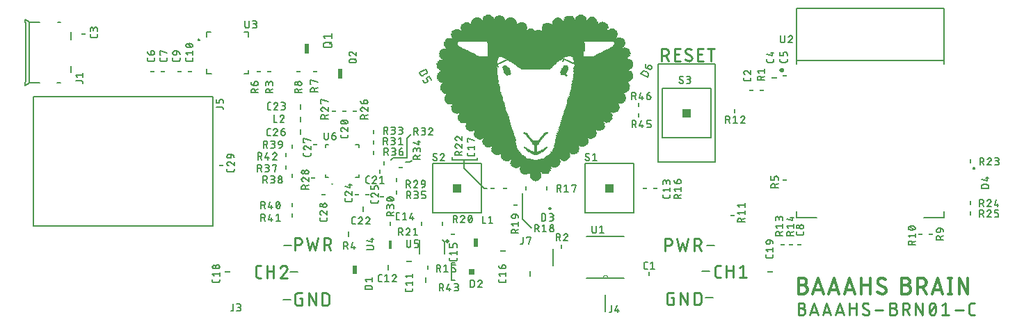
<source format=gbr>
G04 EAGLE Gerber RS-274X export*
G75*
%MOMM*%
%FSLAX34Y34*%
%LPD*%
%INSilkscreen Top*%
%IPPOS*%
%AMOC8*
5,1,8,0,0,1.08239X$1,22.5*%
G01*
%ADD10C,0.279400*%
%ADD11C,0.203200*%
%ADD12C,0.355600*%
%ADD13R,0.508000X0.254000*%
%ADD14C,0.152400*%
%ADD15R,0.762000X0.254000*%
%ADD16R,0.508000X1.270000*%
%ADD17R,0.254000X0.508000*%
%ADD18R,0.254000X0.762000*%
%ADD19R,0.508000X1.016000*%
%ADD20C,0.127000*%
%ADD21C,0.508000*%
%ADD22R,0.600000X1.000000*%
%ADD23C,0.200000*%
%ADD24R,0.762000X0.762000*%
%ADD25R,0.400000X1.000000*%
%ADD26R,1.016000X1.016000*%
%ADD27C,0.300000*%
%ADD28C,0.100000*%
%ADD29C,0.000000*%
%ADD30R,0.213359X0.071119*%
%ADD31R,0.711200X0.071122*%
%ADD32R,0.853441X0.071119*%
%ADD33R,1.066800X0.071119*%
%ADD34R,1.137922X0.071122*%
%ADD35R,1.280159X0.071119*%
%ADD36R,1.280159X0.071122*%
%ADD37R,1.422400X0.071119*%
%ADD38R,1.422400X0.071122*%
%ADD39R,0.426722X0.071122*%
%ADD40R,0.711200X0.071119*%
%ADD41R,0.497838X0.071119*%
%ADD42R,2.346959X0.071119*%
%ADD43R,0.782319X0.071119*%
%ADD44R,2.346959X0.071122*%
%ADD45R,0.924563X0.071122*%
%ADD46R,3.484881X0.071119*%
%ADD47R,3.627119X0.071122*%
%ADD48R,3.698241X0.071119*%
%ADD49R,3.769359X0.071122*%
%ADD50R,3.769359X0.071119*%
%ADD51R,3.840478X0.071122*%
%ADD52R,0.284481X0.071119*%
%ADD53R,3.840478X0.071119*%
%ADD54R,0.426722X0.071119*%
%ADD55R,0.853441X0.071122*%
%ADD56R,3.698241X0.071122*%
%ADD57R,5.618481X0.071119*%
%ADD58R,5.760719X0.071122*%
%ADD59R,5.902959X0.071119*%
%ADD60R,5.974078X0.071119*%
%ADD61R,6.045200X0.071122*%
%ADD62R,6.045200X0.071119*%
%ADD63R,6.116322X0.071122*%
%ADD64R,6.116322X0.071119*%
%ADD65R,0.568959X0.071122*%
%ADD66R,0.284481X0.071122*%
%ADD67R,0.782322X0.071119*%
%ADD68R,2.773678X0.071122*%
%ADD69R,0.853438X0.071122*%
%ADD70R,3.484878X0.071119*%
%ADD71R,3.413759X0.071119*%
%ADD72R,3.342641X0.071119*%
%ADD73R,3.271519X0.071119*%
%ADD74R,3.129281X0.071122*%
%ADD75R,3.058159X0.071119*%
%ADD76R,2.987041X0.071119*%
%ADD77R,2.987041X0.071122*%
%ADD78R,2.844800X0.071119*%
%ADD79R,2.773678X0.071119*%
%ADD80R,2.773681X0.071119*%
%ADD81R,2.631441X0.071122*%
%ADD82R,0.497841X0.071119*%
%ADD83R,2.560319X0.071119*%
%ADD84R,0.782319X0.071122*%
%ADD85R,2.489200X0.071122*%
%ADD86R,3.342638X0.071119*%
%ADD87R,1.137922X0.071119*%
%ADD88R,2.346963X0.071119*%
%ADD89R,3.413759X0.071122*%
%ADD90R,1.635759X0.071122*%
%ADD91R,3.342641X0.071122*%
%ADD92R,3.413763X0.071119*%
%ADD93R,1.849122X0.071119*%
%ADD94R,0.355600X0.071122*%
%ADD95R,3.271519X0.071122*%
%ADD96R,0.568963X0.071119*%
%ADD97R,0.355600X0.071119*%
%ADD98R,0.568959X0.071119*%
%ADD99R,3.271522X0.071119*%
%ADD100R,0.426719X0.071119*%
%ADD101R,3.200400X0.071122*%
%ADD102R,3.200400X0.071119*%
%ADD103R,0.284478X0.071122*%
%ADD104R,3.129278X0.071122*%
%ADD105R,3.129281X0.071119*%
%ADD106R,0.142241X0.071119*%
%ADD107R,0.142238X0.071119*%
%ADD108R,3.129278X0.071119*%
%ADD109R,3.058163X0.071119*%
%ADD110R,3.911600X0.071119*%
%ADD111R,3.911600X0.071122*%
%ADD112R,0.497841X0.071122*%
%ADD113R,3.982719X0.071119*%
%ADD114R,0.640078X0.071119*%
%ADD115R,4.053841X0.071119*%
%ADD116R,4.053841X0.071122*%
%ADD117R,3.982719X0.071122*%
%ADD118R,3.982722X0.071119*%
%ADD119R,0.924559X0.071119*%
%ADD120R,0.995678X0.071122*%
%ADD121R,0.640081X0.071119*%
%ADD122R,3.982722X0.071122*%
%ADD123R,0.284478X0.071119*%
%ADD124R,3.840481X0.071119*%
%ADD125R,4.693919X0.071119*%
%ADD126R,4.765038X0.071122*%
%ADD127R,4.693922X0.071122*%
%ADD128R,4.836159X0.071119*%
%ADD129R,4.765041X0.071119*%
%ADD130R,4.836159X0.071122*%
%ADD131R,4.765041X0.071122*%
%ADD132R,4.907281X0.071119*%
%ADD133R,4.836163X0.071122*%
%ADD134R,4.836163X0.071119*%
%ADD135R,4.765038X0.071119*%
%ADD136R,0.213363X0.071119*%
%ADD137R,4.693919X0.071122*%
%ADD138R,4.622800X0.071119*%
%ADD139R,0.782322X0.071122*%
%ADD140R,4.551681X0.071122*%
%ADD141R,4.622800X0.071122*%
%ADD142R,0.568963X0.071122*%
%ADD143R,5.547359X0.071119*%
%ADD144R,5.405119X0.071119*%
%ADD145R,5.405122X0.071119*%
%ADD146R,5.547359X0.071122*%
%ADD147R,5.476241X0.071122*%
%ADD148R,5.618478X0.071119*%
%ADD149R,5.547363X0.071119*%
%ADD150R,5.618478X0.071122*%
%ADD151R,5.547363X0.071122*%
%ADD152R,5.618481X0.071122*%
%ADD153R,5.476241X0.071119*%
%ADD154R,5.334000X0.071122*%
%ADD155R,5.334000X0.071119*%
%ADD156R,6.116319X0.071122*%
%ADD157R,5.191759X0.071122*%
%ADD158R,0.640078X0.071122*%
%ADD159R,5.974081X0.071119*%
%ADD160R,6.187441X0.071119*%
%ADD161R,6.258559X0.071122*%
%ADD162R,6.187438X0.071119*%
%ADD163R,6.187438X0.071122*%
%ADD164R,6.258559X0.071119*%
%ADD165R,6.116319X0.071119*%
%ADD166R,6.187441X0.071122*%
%ADD167R,5.974081X0.071122*%
%ADD168R,5.902959X0.071122*%
%ADD169R,6.471919X0.071122*%
%ADD170R,5.831838X0.071122*%
%ADD171R,0.071119X0.071122*%
%ADD172R,6.614159X0.071119*%
%ADD173R,6.329681X0.071119*%
%ADD174R,6.471919X0.071119*%
%ADD175R,6.614159X0.071122*%
%ADD176R,6.543041X0.071122*%
%ADD177R,6.685281X0.071119*%
%ADD178R,6.685278X0.071122*%
%ADD179R,6.685278X0.071119*%
%ADD180R,6.614162X0.071119*%
%ADD181R,6.543041X0.071119*%
%ADD182R,6.471922X0.071119*%
%ADD183R,6.471922X0.071122*%
%ADD184R,6.400800X0.071119*%
%ADD185R,0.213359X0.071122*%
%ADD186R,6.329678X0.071122*%
%ADD187R,6.969759X0.071119*%
%ADD188R,6.329678X0.071119*%
%ADD189R,7.040878X0.071119*%
%ADD190R,6.756400X0.071119*%
%ADD191R,7.040881X0.071122*%
%ADD192R,6.898641X0.071122*%
%ADD193R,7.112000X0.071119*%
%ADD194R,7.183122X0.071122*%
%ADD195R,6.969763X0.071119*%
%ADD196R,7.183119X0.071119*%
%ADD197R,7.040881X0.071119*%
%ADD198R,7.183119X0.071122*%
%ADD199R,7.112000X0.071122*%
%ADD200R,7.040878X0.071122*%
%ADD201R,6.969763X0.071122*%
%ADD202R,6.969759X0.071122*%
%ADD203R,6.898641X0.071119*%
%ADD204R,6.827519X0.071122*%
%ADD205R,6.827519X0.071119*%
%ADD206R,6.756400X0.071122*%
%ADD207R,7.254238X0.071119*%
%ADD208R,7.254238X0.071122*%
%ADD209R,7.254241X0.071119*%
%ADD210R,7.254241X0.071122*%
%ADD211R,7.183122X0.071119*%
%ADD212R,6.898638X0.071119*%
%ADD213R,7.325359X0.071122*%
%ADD214R,7.396478X0.071119*%
%ADD215R,7.325359X0.071119*%
%ADD216R,7.396481X0.071122*%
%ADD217R,7.396481X0.071119*%
%ADD218R,7.467600X0.071122*%
%ADD219R,7.467600X0.071119*%
%ADD220R,0.142241X0.071122*%
%ADD221R,0.142238X0.071122*%
%ADD222R,0.853438X0.071119*%
%ADD223R,0.924559X0.071122*%
%ADD224R,6.827522X0.071119*%
%ADD225R,3.484878X0.071122*%
%ADD226R,4.196081X0.071119*%
%ADD227R,4.338319X0.071122*%
%ADD228R,0.497838X0.071122*%
%ADD229R,4.551681X0.071119*%
%ADD230R,7.396478X0.071122*%
%ADD231R,4.907281X0.071122*%
%ADD232R,5.120637X0.071119*%
%ADD233R,5.262881X0.071122*%
%ADD234R,7.609838X0.071122*%
%ADD235R,15.433041X0.071119*%
%ADD236R,9.743438X0.071119*%
%ADD237R,1.564641X0.071119*%
%ADD238R,4.480559X0.071119*%
%ADD239R,11.734800X0.071122*%
%ADD240R,4.409441X0.071122*%
%ADD241R,11.734800X0.071119*%
%ADD242R,4.267200X0.071119*%
%ADD243R,4.480563X0.071122*%
%ADD244R,4.124959X0.071122*%
%ADD245R,4.338322X0.071119*%
%ADD246R,3.769363X0.071122*%
%ADD247R,3.556000X0.071119*%
%ADD248R,11.805919X0.071119*%
%ADD249R,11.805919X0.071122*%
%ADD250R,2.915922X0.071122*%
%ADD251R,2.915919X0.071119*%
%ADD252R,2.702559X0.071119*%
%ADD253R,2.062481X0.071119*%
%ADD254R,2.204719X0.071119*%
%ADD255R,1.991359X0.071119*%
%ADD256R,1.564638X0.071119*%
%ADD257R,1.920241X0.071122*%
%ADD258R,1.493522X0.071122*%
%ADD259R,1.778000X0.071119*%
%ADD260R,1.706881X0.071122*%
%ADD261R,1.351278X0.071122*%
%ADD262R,1.635759X0.071119*%
%ADD263R,1.351281X0.071119*%
%ADD264R,1.706878X0.071119*%
%ADD265R,11.877041X0.071122*%
%ADD266R,11.877041X0.071119*%
%ADD267R,1.706881X0.071119*%
%ADD268R,21.904962X0.071122*%
%ADD269R,21.904962X0.071119*%
%ADD270R,21.762719X0.071122*%
%ADD271R,21.620481X0.071119*%
%ADD272R,21.478238X0.071119*%
%ADD273R,20.695919X0.071122*%
%ADD274R,20.055841X0.071119*%
%ADD275R,20.126959X0.071122*%
%ADD276R,20.126959X0.071119*%
%ADD277R,20.198078X0.071119*%
%ADD278R,20.269200X0.071122*%
%ADD279R,20.269200X0.071119*%
%ADD280R,20.198081X0.071119*%
%ADD281R,19.984719X0.071122*%
%ADD282R,19.913600X0.071119*%
%ADD283R,8.890000X0.071119*%
%ADD284R,9.032241X0.071119*%
%ADD285R,7.965438X0.071122*%
%ADD286R,8.036559X0.071122*%
%ADD287R,8.107681X0.071119*%
%ADD288R,8.036559X0.071119*%
%ADD289R,8.107681X0.071122*%
%ADD290R,8.107678X0.071122*%
%ADD291R,8.107678X0.071119*%
%ADD292R,7.965438X0.071119*%
%ADD293R,7.965441X0.071119*%
%ADD294R,7.965441X0.071122*%
%ADD295R,7.894319X0.071119*%
%ADD296R,0.995681X0.071119*%
%ADD297R,0.995681X0.071122*%
%ADD298R,0.426719X0.071122*%
%ADD299R,0.640081X0.071122*%
%ADD300R,5.405119X0.071122*%
%ADD301R,1.209041X0.071122*%
%ADD302R,1.209041X0.071119*%
%ADD303R,4.124959X0.071119*%
%ADD304R,2.773681X0.071122*%
%ADD305R,1.066800X0.071122*%
%ADD306R,1.137919X0.071122*%
%ADD307R,0.995678X0.071119*%
%ADD308R,1.351278X0.071119*%
%ADD309R,1.280163X0.071119*%
%ADD310R,1.280163X0.071122*%
%ADD311R,1.137919X0.071119*%


D10*
X396677Y50927D02*
X393347Y50927D01*
X393233Y50929D01*
X393120Y50935D01*
X393006Y50944D01*
X392894Y50958D01*
X392781Y50975D01*
X392669Y50997D01*
X392559Y51022D01*
X392449Y51050D01*
X392340Y51083D01*
X392232Y51119D01*
X392125Y51159D01*
X392020Y51203D01*
X391917Y51250D01*
X391815Y51300D01*
X391715Y51354D01*
X391617Y51412D01*
X391521Y51473D01*
X391427Y51536D01*
X391335Y51604D01*
X391245Y51674D01*
X391159Y51747D01*
X391074Y51823D01*
X390992Y51902D01*
X390913Y51984D01*
X390837Y52069D01*
X390764Y52155D01*
X390694Y52245D01*
X390626Y52337D01*
X390563Y52431D01*
X390502Y52527D01*
X390444Y52625D01*
X390390Y52725D01*
X390340Y52827D01*
X390293Y52930D01*
X390249Y53035D01*
X390209Y53142D01*
X390173Y53250D01*
X390140Y53359D01*
X390112Y53469D01*
X390087Y53579D01*
X390065Y53691D01*
X390048Y53804D01*
X390034Y53916D01*
X390025Y54030D01*
X390019Y54143D01*
X390017Y54257D01*
X390017Y62583D01*
X390019Y62697D01*
X390025Y62810D01*
X390034Y62924D01*
X390048Y63036D01*
X390065Y63149D01*
X390087Y63261D01*
X390112Y63371D01*
X390140Y63481D01*
X390173Y63590D01*
X390209Y63698D01*
X390249Y63805D01*
X390293Y63910D01*
X390340Y64013D01*
X390390Y64115D01*
X390444Y64215D01*
X390502Y64313D01*
X390563Y64409D01*
X390626Y64503D01*
X390694Y64595D01*
X390764Y64685D01*
X390837Y64771D01*
X390913Y64856D01*
X390992Y64938D01*
X391074Y65017D01*
X391158Y65093D01*
X391245Y65166D01*
X391335Y65236D01*
X391427Y65303D01*
X391521Y65367D01*
X391617Y65428D01*
X391715Y65486D01*
X391815Y65540D01*
X391917Y65590D01*
X392020Y65637D01*
X392125Y65681D01*
X392232Y65721D01*
X392340Y65757D01*
X392449Y65790D01*
X392559Y65818D01*
X392669Y65843D01*
X392781Y65865D01*
X392894Y65882D01*
X393006Y65896D01*
X393120Y65905D01*
X393233Y65911D01*
X393347Y65913D01*
X396677Y65913D01*
X403624Y65913D02*
X403624Y50927D01*
X403624Y59253D02*
X411949Y59253D01*
X411949Y65913D02*
X411949Y50927D01*
X424355Y65914D02*
X424475Y65912D01*
X424595Y65906D01*
X424715Y65897D01*
X424834Y65883D01*
X424953Y65866D01*
X425071Y65845D01*
X425189Y65820D01*
X425305Y65791D01*
X425421Y65759D01*
X425536Y65723D01*
X425649Y65683D01*
X425761Y65640D01*
X425872Y65593D01*
X425981Y65543D01*
X426088Y65489D01*
X426194Y65432D01*
X426297Y65371D01*
X426399Y65307D01*
X426499Y65240D01*
X426596Y65170D01*
X426691Y65097D01*
X426784Y65020D01*
X426874Y64941D01*
X426962Y64859D01*
X427047Y64774D01*
X427129Y64686D01*
X427208Y64596D01*
X427285Y64503D01*
X427358Y64408D01*
X427428Y64311D01*
X427495Y64211D01*
X427559Y64109D01*
X427620Y64006D01*
X427677Y63900D01*
X427731Y63793D01*
X427781Y63684D01*
X427828Y63573D01*
X427871Y63461D01*
X427911Y63348D01*
X427947Y63233D01*
X427979Y63117D01*
X428008Y63001D01*
X428033Y62883D01*
X428054Y62765D01*
X428071Y62646D01*
X428085Y62527D01*
X428094Y62407D01*
X428100Y62287D01*
X428102Y62167D01*
X424355Y65913D02*
X424217Y65911D01*
X424080Y65905D01*
X423943Y65895D01*
X423806Y65882D01*
X423670Y65864D01*
X423534Y65842D01*
X423398Y65817D01*
X423264Y65788D01*
X423131Y65755D01*
X422998Y65718D01*
X422867Y65677D01*
X422736Y65633D01*
X422608Y65585D01*
X422480Y65533D01*
X422354Y65477D01*
X422230Y65418D01*
X422107Y65356D01*
X421987Y65290D01*
X421868Y65221D01*
X421751Y65148D01*
X421637Y65072D01*
X421524Y64992D01*
X421414Y64910D01*
X421306Y64824D01*
X421201Y64736D01*
X421099Y64644D01*
X420999Y64550D01*
X420901Y64452D01*
X420807Y64352D01*
X420716Y64249D01*
X420627Y64144D01*
X420542Y64036D01*
X420459Y63926D01*
X420380Y63814D01*
X420304Y63699D01*
X420231Y63582D01*
X420162Y63463D01*
X420096Y63343D01*
X420034Y63220D01*
X419975Y63096D01*
X419920Y62970D01*
X419868Y62842D01*
X419820Y62713D01*
X419776Y62583D01*
X426852Y59253D02*
X426942Y59341D01*
X427028Y59432D01*
X427112Y59525D01*
X427193Y59621D01*
X427271Y59719D01*
X427345Y59819D01*
X427417Y59922D01*
X427485Y60027D01*
X427550Y60135D01*
X427612Y60244D01*
X427670Y60355D01*
X427725Y60468D01*
X427776Y60582D01*
X427823Y60698D01*
X427867Y60815D01*
X427907Y60934D01*
X427944Y61054D01*
X427977Y61175D01*
X428006Y61297D01*
X428031Y61419D01*
X428052Y61543D01*
X428070Y61667D01*
X428083Y61792D01*
X428093Y61917D01*
X428099Y62042D01*
X428101Y62167D01*
X426853Y59253D02*
X419776Y50927D01*
X428101Y50927D01*
X443597Y25725D02*
X446095Y25725D01*
X446095Y17399D01*
X441099Y17399D01*
X440985Y17401D01*
X440872Y17407D01*
X440758Y17416D01*
X440646Y17430D01*
X440533Y17447D01*
X440421Y17469D01*
X440311Y17494D01*
X440201Y17522D01*
X440092Y17555D01*
X439984Y17591D01*
X439877Y17631D01*
X439772Y17675D01*
X439669Y17722D01*
X439567Y17772D01*
X439467Y17826D01*
X439369Y17884D01*
X439273Y17945D01*
X439179Y18008D01*
X439087Y18076D01*
X438997Y18146D01*
X438911Y18219D01*
X438826Y18295D01*
X438744Y18374D01*
X438665Y18456D01*
X438589Y18541D01*
X438516Y18627D01*
X438446Y18717D01*
X438378Y18809D01*
X438315Y18903D01*
X438254Y18999D01*
X438196Y19097D01*
X438142Y19197D01*
X438092Y19299D01*
X438045Y19402D01*
X438001Y19507D01*
X437961Y19614D01*
X437925Y19722D01*
X437892Y19831D01*
X437864Y19941D01*
X437839Y20051D01*
X437817Y20163D01*
X437800Y20276D01*
X437786Y20388D01*
X437777Y20502D01*
X437771Y20615D01*
X437769Y20729D01*
X437769Y29055D01*
X437771Y29169D01*
X437777Y29282D01*
X437786Y29396D01*
X437800Y29508D01*
X437817Y29621D01*
X437839Y29733D01*
X437864Y29843D01*
X437892Y29953D01*
X437925Y30062D01*
X437961Y30170D01*
X438001Y30277D01*
X438045Y30382D01*
X438092Y30485D01*
X438142Y30587D01*
X438196Y30687D01*
X438254Y30785D01*
X438315Y30881D01*
X438378Y30975D01*
X438446Y31067D01*
X438516Y31157D01*
X438589Y31243D01*
X438665Y31328D01*
X438744Y31410D01*
X438826Y31489D01*
X438910Y31565D01*
X438997Y31638D01*
X439087Y31708D01*
X439179Y31775D01*
X439273Y31839D01*
X439369Y31900D01*
X439467Y31958D01*
X439567Y32012D01*
X439669Y32062D01*
X439772Y32109D01*
X439877Y32153D01*
X439984Y32193D01*
X440092Y32229D01*
X440201Y32262D01*
X440311Y32290D01*
X440421Y32315D01*
X440533Y32337D01*
X440646Y32354D01*
X440758Y32368D01*
X440872Y32377D01*
X440985Y32383D01*
X441099Y32385D01*
X446095Y32385D01*
X454442Y32385D02*
X454442Y17399D01*
X462768Y17399D02*
X454442Y32385D01*
X462768Y32385D02*
X462768Y17399D01*
X471116Y17399D02*
X471116Y32385D01*
X475278Y32385D01*
X475406Y32383D01*
X475534Y32377D01*
X475662Y32367D01*
X475790Y32353D01*
X475917Y32336D01*
X476043Y32314D01*
X476169Y32289D01*
X476293Y32259D01*
X476417Y32226D01*
X476540Y32189D01*
X476662Y32148D01*
X476782Y32104D01*
X476901Y32056D01*
X477018Y32004D01*
X477134Y31949D01*
X477247Y31890D01*
X477360Y31827D01*
X477470Y31761D01*
X477577Y31692D01*
X477683Y31620D01*
X477787Y31544D01*
X477888Y31465D01*
X477987Y31383D01*
X478083Y31298D01*
X478176Y31211D01*
X478267Y31120D01*
X478354Y31027D01*
X478439Y30931D01*
X478521Y30832D01*
X478600Y30731D01*
X478676Y30627D01*
X478748Y30521D01*
X478817Y30414D01*
X478883Y30304D01*
X478946Y30191D01*
X479005Y30078D01*
X479060Y29962D01*
X479112Y29845D01*
X479160Y29726D01*
X479204Y29606D01*
X479245Y29484D01*
X479282Y29361D01*
X479315Y29237D01*
X479345Y29113D01*
X479370Y28987D01*
X479392Y28861D01*
X479409Y28734D01*
X479423Y28606D01*
X479433Y28478D01*
X479439Y28350D01*
X479441Y28222D01*
X479441Y21562D01*
X479439Y21434D01*
X479433Y21306D01*
X479423Y21178D01*
X479409Y21050D01*
X479392Y20923D01*
X479370Y20797D01*
X479345Y20671D01*
X479315Y20547D01*
X479282Y20423D01*
X479245Y20300D01*
X479204Y20178D01*
X479160Y20058D01*
X479112Y19939D01*
X479060Y19822D01*
X479005Y19706D01*
X478946Y19593D01*
X478883Y19480D01*
X478817Y19370D01*
X478748Y19263D01*
X478676Y19157D01*
X478600Y19053D01*
X478521Y18952D01*
X478439Y18853D01*
X478354Y18757D01*
X478267Y18664D01*
X478176Y18573D01*
X478083Y18486D01*
X477987Y18401D01*
X477888Y18319D01*
X477787Y18240D01*
X477683Y18164D01*
X477577Y18092D01*
X477470Y18023D01*
X477360Y17957D01*
X477247Y17894D01*
X477134Y17835D01*
X477018Y17780D01*
X476901Y17728D01*
X476782Y17680D01*
X476662Y17636D01*
X476540Y17595D01*
X476417Y17558D01*
X476293Y17525D01*
X476169Y17495D01*
X476043Y17470D01*
X475917Y17448D01*
X475790Y17431D01*
X475662Y17417D01*
X475534Y17407D01*
X475406Y17401D01*
X475278Y17399D01*
X471116Y17399D01*
X888365Y83693D02*
X888365Y98679D01*
X892528Y98679D01*
X892656Y98677D01*
X892784Y98671D01*
X892912Y98661D01*
X893040Y98647D01*
X893167Y98630D01*
X893293Y98608D01*
X893419Y98583D01*
X893543Y98553D01*
X893667Y98520D01*
X893790Y98483D01*
X893912Y98442D01*
X894032Y98398D01*
X894151Y98350D01*
X894268Y98298D01*
X894384Y98243D01*
X894497Y98184D01*
X894610Y98121D01*
X894720Y98055D01*
X894827Y97986D01*
X894933Y97914D01*
X895037Y97838D01*
X895138Y97759D01*
X895237Y97677D01*
X895333Y97592D01*
X895426Y97505D01*
X895517Y97414D01*
X895604Y97321D01*
X895689Y97225D01*
X895771Y97126D01*
X895850Y97025D01*
X895926Y96921D01*
X895998Y96815D01*
X896067Y96708D01*
X896133Y96597D01*
X896196Y96485D01*
X896255Y96372D01*
X896310Y96256D01*
X896362Y96139D01*
X896410Y96020D01*
X896454Y95900D01*
X896495Y95778D01*
X896532Y95655D01*
X896565Y95531D01*
X896595Y95407D01*
X896620Y95281D01*
X896642Y95155D01*
X896659Y95028D01*
X896673Y94900D01*
X896683Y94772D01*
X896689Y94644D01*
X896691Y94516D01*
X896689Y94388D01*
X896683Y94260D01*
X896673Y94132D01*
X896659Y94004D01*
X896642Y93877D01*
X896620Y93751D01*
X896595Y93625D01*
X896565Y93501D01*
X896532Y93377D01*
X896495Y93254D01*
X896454Y93132D01*
X896410Y93012D01*
X896362Y92893D01*
X896310Y92776D01*
X896255Y92660D01*
X896196Y92547D01*
X896133Y92434D01*
X896067Y92324D01*
X895998Y92217D01*
X895926Y92111D01*
X895850Y92007D01*
X895771Y91906D01*
X895689Y91807D01*
X895604Y91711D01*
X895517Y91618D01*
X895426Y91527D01*
X895333Y91440D01*
X895237Y91355D01*
X895138Y91273D01*
X895037Y91194D01*
X894933Y91118D01*
X894827Y91046D01*
X894720Y90977D01*
X894610Y90911D01*
X894497Y90848D01*
X894384Y90789D01*
X894268Y90734D01*
X894151Y90682D01*
X894032Y90634D01*
X893912Y90590D01*
X893790Y90549D01*
X893667Y90512D01*
X893543Y90479D01*
X893419Y90449D01*
X893293Y90424D01*
X893167Y90402D01*
X893040Y90385D01*
X892912Y90371D01*
X892784Y90361D01*
X892656Y90355D01*
X892528Y90353D01*
X888365Y90353D01*
X902744Y98679D02*
X906074Y83693D01*
X909404Y93684D01*
X912734Y83693D01*
X916065Y98679D01*
X923616Y98679D02*
X923616Y83693D01*
X923616Y98679D02*
X927779Y98679D01*
X927907Y98677D01*
X928035Y98671D01*
X928163Y98661D01*
X928291Y98647D01*
X928418Y98630D01*
X928544Y98608D01*
X928670Y98583D01*
X928794Y98553D01*
X928918Y98520D01*
X929041Y98483D01*
X929163Y98442D01*
X929283Y98398D01*
X929402Y98350D01*
X929519Y98298D01*
X929635Y98243D01*
X929748Y98184D01*
X929861Y98121D01*
X929971Y98055D01*
X930078Y97986D01*
X930184Y97914D01*
X930288Y97838D01*
X930389Y97759D01*
X930488Y97677D01*
X930584Y97592D01*
X930677Y97505D01*
X930768Y97414D01*
X930855Y97321D01*
X930940Y97225D01*
X931022Y97126D01*
X931101Y97025D01*
X931177Y96921D01*
X931249Y96815D01*
X931318Y96708D01*
X931384Y96597D01*
X931447Y96485D01*
X931506Y96372D01*
X931561Y96256D01*
X931613Y96139D01*
X931661Y96020D01*
X931705Y95900D01*
X931746Y95778D01*
X931783Y95655D01*
X931816Y95531D01*
X931846Y95407D01*
X931871Y95281D01*
X931893Y95155D01*
X931910Y95028D01*
X931924Y94900D01*
X931934Y94772D01*
X931940Y94644D01*
X931942Y94516D01*
X931940Y94388D01*
X931934Y94260D01*
X931924Y94132D01*
X931910Y94004D01*
X931893Y93877D01*
X931871Y93751D01*
X931846Y93625D01*
X931816Y93501D01*
X931783Y93377D01*
X931746Y93254D01*
X931705Y93132D01*
X931661Y93012D01*
X931613Y92893D01*
X931561Y92776D01*
X931506Y92660D01*
X931447Y92547D01*
X931384Y92434D01*
X931318Y92324D01*
X931249Y92217D01*
X931177Y92111D01*
X931101Y92007D01*
X931022Y91906D01*
X930940Y91807D01*
X930855Y91711D01*
X930768Y91618D01*
X930677Y91527D01*
X930584Y91440D01*
X930488Y91355D01*
X930389Y91273D01*
X930288Y91194D01*
X930184Y91118D01*
X930078Y91046D01*
X929971Y90977D01*
X929861Y90911D01*
X929748Y90848D01*
X929635Y90789D01*
X929519Y90734D01*
X929402Y90682D01*
X929283Y90634D01*
X929163Y90590D01*
X929041Y90549D01*
X928918Y90512D01*
X928794Y90479D01*
X928670Y90449D01*
X928544Y90424D01*
X928418Y90402D01*
X928291Y90385D01*
X928163Y90371D01*
X928035Y90361D01*
X927907Y90355D01*
X927779Y90353D01*
X923616Y90353D01*
X928611Y90353D02*
X931941Y83693D01*
X952655Y51181D02*
X955985Y51181D01*
X952655Y51181D02*
X952541Y51183D01*
X952428Y51189D01*
X952314Y51198D01*
X952202Y51212D01*
X952089Y51229D01*
X951977Y51251D01*
X951867Y51276D01*
X951757Y51304D01*
X951648Y51337D01*
X951540Y51373D01*
X951433Y51413D01*
X951328Y51457D01*
X951225Y51504D01*
X951123Y51554D01*
X951023Y51608D01*
X950925Y51666D01*
X950829Y51727D01*
X950735Y51790D01*
X950643Y51858D01*
X950553Y51928D01*
X950467Y52001D01*
X950382Y52077D01*
X950300Y52156D01*
X950221Y52238D01*
X950145Y52323D01*
X950072Y52409D01*
X950002Y52499D01*
X949934Y52591D01*
X949871Y52685D01*
X949810Y52781D01*
X949752Y52879D01*
X949698Y52979D01*
X949648Y53081D01*
X949601Y53184D01*
X949557Y53289D01*
X949517Y53396D01*
X949481Y53504D01*
X949448Y53613D01*
X949420Y53723D01*
X949395Y53833D01*
X949373Y53945D01*
X949356Y54058D01*
X949342Y54170D01*
X949333Y54284D01*
X949327Y54397D01*
X949325Y54511D01*
X949325Y62837D01*
X949327Y62951D01*
X949333Y63064D01*
X949342Y63178D01*
X949356Y63290D01*
X949373Y63403D01*
X949395Y63515D01*
X949420Y63625D01*
X949448Y63735D01*
X949481Y63844D01*
X949517Y63952D01*
X949557Y64059D01*
X949601Y64164D01*
X949648Y64267D01*
X949698Y64369D01*
X949752Y64469D01*
X949810Y64567D01*
X949871Y64663D01*
X949934Y64757D01*
X950002Y64849D01*
X950072Y64939D01*
X950145Y65025D01*
X950221Y65110D01*
X950300Y65192D01*
X950382Y65271D01*
X950466Y65347D01*
X950553Y65420D01*
X950643Y65490D01*
X950735Y65557D01*
X950829Y65621D01*
X950925Y65682D01*
X951023Y65740D01*
X951123Y65794D01*
X951225Y65844D01*
X951328Y65891D01*
X951433Y65935D01*
X951540Y65975D01*
X951648Y66011D01*
X951757Y66044D01*
X951867Y66072D01*
X951977Y66097D01*
X952089Y66119D01*
X952202Y66136D01*
X952314Y66150D01*
X952428Y66159D01*
X952541Y66165D01*
X952655Y66167D01*
X955985Y66167D01*
X962932Y66167D02*
X962932Y51181D01*
X962932Y59507D02*
X971257Y59507D01*
X971257Y66167D02*
X971257Y51181D01*
X979084Y62837D02*
X983247Y66167D01*
X983247Y51181D01*
X987409Y51181D02*
X979084Y51181D01*
X898723Y26487D02*
X896225Y26487D01*
X898723Y26487D02*
X898723Y18161D01*
X893727Y18161D01*
X893613Y18163D01*
X893500Y18169D01*
X893386Y18178D01*
X893274Y18192D01*
X893161Y18209D01*
X893049Y18231D01*
X892939Y18256D01*
X892829Y18284D01*
X892720Y18317D01*
X892612Y18353D01*
X892505Y18393D01*
X892400Y18437D01*
X892297Y18484D01*
X892195Y18534D01*
X892095Y18588D01*
X891997Y18646D01*
X891901Y18707D01*
X891807Y18770D01*
X891715Y18838D01*
X891625Y18908D01*
X891539Y18981D01*
X891454Y19057D01*
X891372Y19136D01*
X891293Y19218D01*
X891217Y19303D01*
X891144Y19389D01*
X891074Y19479D01*
X891006Y19571D01*
X890943Y19665D01*
X890882Y19761D01*
X890824Y19859D01*
X890770Y19959D01*
X890720Y20061D01*
X890673Y20164D01*
X890629Y20269D01*
X890589Y20376D01*
X890553Y20484D01*
X890520Y20593D01*
X890492Y20703D01*
X890467Y20813D01*
X890445Y20925D01*
X890428Y21038D01*
X890414Y21150D01*
X890405Y21264D01*
X890399Y21377D01*
X890397Y21491D01*
X890397Y29817D01*
X890399Y29931D01*
X890405Y30044D01*
X890414Y30158D01*
X890428Y30270D01*
X890445Y30383D01*
X890467Y30495D01*
X890492Y30605D01*
X890520Y30715D01*
X890553Y30824D01*
X890589Y30932D01*
X890629Y31039D01*
X890673Y31144D01*
X890720Y31247D01*
X890770Y31349D01*
X890824Y31449D01*
X890882Y31547D01*
X890943Y31643D01*
X891006Y31737D01*
X891074Y31829D01*
X891144Y31919D01*
X891217Y32005D01*
X891293Y32090D01*
X891372Y32172D01*
X891454Y32251D01*
X891538Y32327D01*
X891625Y32400D01*
X891715Y32470D01*
X891807Y32537D01*
X891901Y32601D01*
X891997Y32662D01*
X892095Y32720D01*
X892195Y32774D01*
X892297Y32824D01*
X892400Y32871D01*
X892505Y32915D01*
X892612Y32955D01*
X892720Y32991D01*
X892829Y33024D01*
X892939Y33052D01*
X893049Y33077D01*
X893161Y33099D01*
X893274Y33116D01*
X893386Y33130D01*
X893500Y33139D01*
X893613Y33145D01*
X893727Y33147D01*
X898723Y33147D01*
X907070Y33147D02*
X907070Y18161D01*
X915396Y18161D02*
X907070Y33147D01*
X915396Y33147D02*
X915396Y18161D01*
X923744Y18161D02*
X923744Y33147D01*
X927906Y33147D01*
X928034Y33145D01*
X928162Y33139D01*
X928290Y33129D01*
X928418Y33115D01*
X928545Y33098D01*
X928671Y33076D01*
X928797Y33051D01*
X928921Y33021D01*
X929045Y32988D01*
X929168Y32951D01*
X929290Y32910D01*
X929410Y32866D01*
X929529Y32818D01*
X929646Y32766D01*
X929762Y32711D01*
X929875Y32652D01*
X929988Y32589D01*
X930098Y32523D01*
X930205Y32454D01*
X930311Y32382D01*
X930415Y32306D01*
X930516Y32227D01*
X930615Y32145D01*
X930711Y32060D01*
X930804Y31973D01*
X930895Y31882D01*
X930982Y31789D01*
X931067Y31693D01*
X931149Y31594D01*
X931228Y31493D01*
X931304Y31389D01*
X931376Y31283D01*
X931445Y31176D01*
X931511Y31066D01*
X931574Y30953D01*
X931633Y30840D01*
X931688Y30724D01*
X931740Y30607D01*
X931788Y30488D01*
X931832Y30368D01*
X931873Y30246D01*
X931910Y30123D01*
X931943Y29999D01*
X931973Y29875D01*
X931998Y29749D01*
X932020Y29623D01*
X932037Y29496D01*
X932051Y29368D01*
X932061Y29240D01*
X932067Y29112D01*
X932069Y28984D01*
X932069Y22324D01*
X932067Y22196D01*
X932061Y22068D01*
X932051Y21940D01*
X932037Y21812D01*
X932020Y21685D01*
X931998Y21559D01*
X931973Y21433D01*
X931943Y21309D01*
X931910Y21185D01*
X931873Y21062D01*
X931832Y20940D01*
X931788Y20820D01*
X931740Y20701D01*
X931688Y20584D01*
X931633Y20468D01*
X931574Y20355D01*
X931511Y20242D01*
X931445Y20132D01*
X931376Y20025D01*
X931304Y19919D01*
X931228Y19815D01*
X931149Y19714D01*
X931067Y19615D01*
X930982Y19519D01*
X930895Y19426D01*
X930804Y19335D01*
X930711Y19248D01*
X930615Y19163D01*
X930516Y19081D01*
X930415Y19002D01*
X930311Y18926D01*
X930205Y18854D01*
X930098Y18785D01*
X929988Y18719D01*
X929875Y18656D01*
X929762Y18597D01*
X929646Y18542D01*
X929529Y18490D01*
X929410Y18442D01*
X929290Y18398D01*
X929168Y18357D01*
X929045Y18320D01*
X928921Y18287D01*
X928797Y18257D01*
X928671Y18232D01*
X928545Y18210D01*
X928418Y18193D01*
X928290Y18179D01*
X928162Y18169D01*
X928034Y18163D01*
X927906Y18161D01*
X923744Y18161D01*
D11*
X939292Y90424D02*
X948436Y90424D01*
X942086Y59182D02*
X932942Y59182D01*
X937260Y26924D02*
X946404Y26924D01*
X433578Y90678D02*
X424434Y90678D01*
D10*
X437769Y84455D02*
X437769Y99441D01*
X441932Y99441D01*
X442060Y99439D01*
X442188Y99433D01*
X442316Y99423D01*
X442444Y99409D01*
X442571Y99392D01*
X442697Y99370D01*
X442823Y99345D01*
X442947Y99315D01*
X443071Y99282D01*
X443194Y99245D01*
X443316Y99204D01*
X443436Y99160D01*
X443555Y99112D01*
X443672Y99060D01*
X443788Y99005D01*
X443901Y98946D01*
X444014Y98883D01*
X444124Y98817D01*
X444231Y98748D01*
X444337Y98676D01*
X444441Y98600D01*
X444542Y98521D01*
X444641Y98439D01*
X444737Y98354D01*
X444830Y98267D01*
X444921Y98176D01*
X445008Y98083D01*
X445093Y97987D01*
X445175Y97888D01*
X445254Y97787D01*
X445330Y97683D01*
X445402Y97577D01*
X445471Y97470D01*
X445537Y97359D01*
X445600Y97247D01*
X445659Y97134D01*
X445714Y97018D01*
X445766Y96901D01*
X445814Y96782D01*
X445858Y96662D01*
X445899Y96540D01*
X445936Y96417D01*
X445969Y96293D01*
X445999Y96169D01*
X446024Y96043D01*
X446046Y95917D01*
X446063Y95790D01*
X446077Y95662D01*
X446087Y95534D01*
X446093Y95406D01*
X446095Y95278D01*
X446093Y95150D01*
X446087Y95022D01*
X446077Y94894D01*
X446063Y94766D01*
X446046Y94639D01*
X446024Y94513D01*
X445999Y94387D01*
X445969Y94263D01*
X445936Y94139D01*
X445899Y94016D01*
X445858Y93894D01*
X445814Y93774D01*
X445766Y93655D01*
X445714Y93538D01*
X445659Y93422D01*
X445600Y93309D01*
X445537Y93196D01*
X445471Y93086D01*
X445402Y92979D01*
X445330Y92873D01*
X445254Y92769D01*
X445175Y92668D01*
X445093Y92569D01*
X445008Y92473D01*
X444921Y92380D01*
X444830Y92289D01*
X444737Y92202D01*
X444641Y92117D01*
X444542Y92035D01*
X444441Y91956D01*
X444337Y91880D01*
X444231Y91808D01*
X444124Y91739D01*
X444014Y91673D01*
X443901Y91610D01*
X443788Y91551D01*
X443672Y91496D01*
X443555Y91444D01*
X443436Y91396D01*
X443316Y91352D01*
X443194Y91311D01*
X443071Y91274D01*
X442947Y91241D01*
X442823Y91211D01*
X442697Y91186D01*
X442571Y91164D01*
X442444Y91147D01*
X442316Y91133D01*
X442188Y91123D01*
X442060Y91117D01*
X441932Y91115D01*
X437769Y91115D01*
X452148Y99441D02*
X455478Y84455D01*
X458808Y94446D01*
X462138Y84455D01*
X465469Y99441D01*
X473020Y99441D02*
X473020Y84455D01*
X473020Y99441D02*
X477183Y99441D01*
X477311Y99439D01*
X477439Y99433D01*
X477567Y99423D01*
X477695Y99409D01*
X477822Y99392D01*
X477948Y99370D01*
X478074Y99345D01*
X478198Y99315D01*
X478322Y99282D01*
X478445Y99245D01*
X478567Y99204D01*
X478687Y99160D01*
X478806Y99112D01*
X478923Y99060D01*
X479039Y99005D01*
X479152Y98946D01*
X479265Y98883D01*
X479375Y98817D01*
X479482Y98748D01*
X479588Y98676D01*
X479692Y98600D01*
X479793Y98521D01*
X479892Y98439D01*
X479988Y98354D01*
X480081Y98267D01*
X480172Y98176D01*
X480259Y98083D01*
X480344Y97987D01*
X480426Y97888D01*
X480505Y97787D01*
X480581Y97683D01*
X480653Y97577D01*
X480722Y97470D01*
X480788Y97359D01*
X480851Y97247D01*
X480910Y97134D01*
X480965Y97018D01*
X481017Y96901D01*
X481065Y96782D01*
X481109Y96662D01*
X481150Y96540D01*
X481187Y96417D01*
X481220Y96293D01*
X481250Y96169D01*
X481275Y96043D01*
X481297Y95917D01*
X481314Y95790D01*
X481328Y95662D01*
X481338Y95534D01*
X481344Y95406D01*
X481346Y95278D01*
X481344Y95150D01*
X481338Y95022D01*
X481328Y94894D01*
X481314Y94766D01*
X481297Y94639D01*
X481275Y94513D01*
X481250Y94387D01*
X481220Y94263D01*
X481187Y94139D01*
X481150Y94016D01*
X481109Y93894D01*
X481065Y93774D01*
X481017Y93655D01*
X480965Y93538D01*
X480910Y93422D01*
X480851Y93309D01*
X480788Y93196D01*
X480722Y93086D01*
X480653Y92979D01*
X480581Y92873D01*
X480505Y92769D01*
X480426Y92668D01*
X480344Y92569D01*
X480259Y92473D01*
X480172Y92380D01*
X480081Y92289D01*
X479988Y92202D01*
X479892Y92117D01*
X479793Y92035D01*
X479692Y91956D01*
X479588Y91880D01*
X479482Y91808D01*
X479375Y91739D01*
X479265Y91673D01*
X479152Y91610D01*
X479039Y91551D01*
X478923Y91496D01*
X478806Y91444D01*
X478687Y91396D01*
X478567Y91352D01*
X478445Y91311D01*
X478322Y91274D01*
X478198Y91241D01*
X478074Y91211D01*
X477948Y91186D01*
X477822Y91164D01*
X477695Y91147D01*
X477567Y91133D01*
X477439Y91123D01*
X477311Y91117D01*
X477183Y91115D01*
X473020Y91115D01*
X478015Y91115D02*
X481345Y84455D01*
D11*
X440944Y58420D02*
X431800Y58420D01*
X432816Y24638D02*
X423672Y24638D01*
D10*
X884047Y315087D02*
X884047Y330073D01*
X888210Y330073D01*
X888338Y330071D01*
X888466Y330065D01*
X888594Y330055D01*
X888722Y330041D01*
X888849Y330024D01*
X888975Y330002D01*
X889101Y329977D01*
X889225Y329947D01*
X889349Y329914D01*
X889472Y329877D01*
X889594Y329836D01*
X889714Y329792D01*
X889833Y329744D01*
X889950Y329692D01*
X890066Y329637D01*
X890179Y329578D01*
X890292Y329515D01*
X890402Y329449D01*
X890509Y329380D01*
X890615Y329308D01*
X890719Y329232D01*
X890820Y329153D01*
X890919Y329071D01*
X891015Y328986D01*
X891108Y328899D01*
X891199Y328808D01*
X891286Y328715D01*
X891371Y328619D01*
X891453Y328520D01*
X891532Y328419D01*
X891608Y328315D01*
X891680Y328209D01*
X891749Y328102D01*
X891815Y327992D01*
X891878Y327879D01*
X891937Y327766D01*
X891992Y327650D01*
X892044Y327533D01*
X892092Y327414D01*
X892136Y327294D01*
X892177Y327172D01*
X892214Y327049D01*
X892247Y326925D01*
X892277Y326801D01*
X892302Y326675D01*
X892324Y326549D01*
X892341Y326422D01*
X892355Y326294D01*
X892365Y326166D01*
X892371Y326038D01*
X892373Y325910D01*
X892371Y325782D01*
X892365Y325654D01*
X892355Y325526D01*
X892341Y325398D01*
X892324Y325271D01*
X892302Y325145D01*
X892277Y325019D01*
X892247Y324895D01*
X892214Y324771D01*
X892177Y324648D01*
X892136Y324526D01*
X892092Y324406D01*
X892044Y324287D01*
X891992Y324170D01*
X891937Y324054D01*
X891878Y323941D01*
X891815Y323829D01*
X891749Y323718D01*
X891680Y323611D01*
X891608Y323505D01*
X891532Y323401D01*
X891453Y323300D01*
X891371Y323201D01*
X891286Y323105D01*
X891199Y323012D01*
X891108Y322921D01*
X891015Y322834D01*
X890919Y322749D01*
X890820Y322667D01*
X890719Y322588D01*
X890615Y322512D01*
X890509Y322440D01*
X890402Y322371D01*
X890292Y322305D01*
X890179Y322242D01*
X890066Y322183D01*
X889950Y322128D01*
X889833Y322076D01*
X889714Y322028D01*
X889594Y321984D01*
X889472Y321943D01*
X889349Y321906D01*
X889225Y321873D01*
X889101Y321843D01*
X888975Y321818D01*
X888849Y321796D01*
X888722Y321779D01*
X888594Y321765D01*
X888466Y321755D01*
X888338Y321749D01*
X888210Y321747D01*
X884047Y321747D01*
X889042Y321747D02*
X892373Y315087D01*
X900106Y315087D02*
X906767Y315087D01*
X900106Y315087D02*
X900106Y330073D01*
X906767Y330073D01*
X905101Y323413D02*
X900106Y323413D01*
X917561Y315087D02*
X917675Y315089D01*
X917788Y315095D01*
X917902Y315104D01*
X918014Y315118D01*
X918127Y315135D01*
X918239Y315157D01*
X918349Y315182D01*
X918459Y315210D01*
X918568Y315243D01*
X918676Y315279D01*
X918783Y315319D01*
X918888Y315363D01*
X918991Y315410D01*
X919093Y315460D01*
X919193Y315514D01*
X919291Y315572D01*
X919387Y315633D01*
X919481Y315697D01*
X919573Y315764D01*
X919663Y315834D01*
X919750Y315907D01*
X919834Y315983D01*
X919916Y316062D01*
X919995Y316144D01*
X920071Y316229D01*
X920144Y316315D01*
X920214Y316405D01*
X920282Y316497D01*
X920345Y316591D01*
X920406Y316687D01*
X920464Y316785D01*
X920518Y316885D01*
X920568Y316987D01*
X920615Y317090D01*
X920659Y317195D01*
X920699Y317302D01*
X920735Y317410D01*
X920768Y317519D01*
X920796Y317629D01*
X920821Y317739D01*
X920843Y317851D01*
X920860Y317964D01*
X920874Y318076D01*
X920883Y318190D01*
X920889Y318303D01*
X920891Y318417D01*
X917561Y315087D02*
X917393Y315089D01*
X917225Y315095D01*
X917057Y315105D01*
X916889Y315119D01*
X916721Y315137D01*
X916555Y315159D01*
X916388Y315185D01*
X916223Y315215D01*
X916058Y315249D01*
X915894Y315287D01*
X915731Y315329D01*
X915569Y315375D01*
X915408Y315425D01*
X915248Y315478D01*
X915090Y315535D01*
X914933Y315596D01*
X914778Y315661D01*
X914624Y315729D01*
X914472Y315802D01*
X914322Y315877D01*
X914173Y315957D01*
X914026Y316039D01*
X913882Y316126D01*
X913740Y316215D01*
X913599Y316309D01*
X913461Y316405D01*
X913326Y316505D01*
X913193Y316608D01*
X913062Y316714D01*
X912934Y316823D01*
X912808Y316935D01*
X912686Y317050D01*
X912566Y317168D01*
X912983Y326743D02*
X912985Y326857D01*
X912991Y326970D01*
X913000Y327084D01*
X913014Y327196D01*
X913031Y327309D01*
X913053Y327421D01*
X913078Y327531D01*
X913106Y327641D01*
X913139Y327750D01*
X913175Y327858D01*
X913215Y327965D01*
X913259Y328070D01*
X913306Y328173D01*
X913356Y328275D01*
X913410Y328375D01*
X913468Y328473D01*
X913529Y328569D01*
X913592Y328663D01*
X913660Y328755D01*
X913730Y328845D01*
X913803Y328931D01*
X913879Y329016D01*
X913958Y329098D01*
X914040Y329177D01*
X914125Y329253D01*
X914211Y329326D01*
X914301Y329396D01*
X914393Y329464D01*
X914487Y329527D01*
X914583Y329588D01*
X914681Y329646D01*
X914781Y329700D01*
X914883Y329750D01*
X914986Y329797D01*
X915091Y329841D01*
X915198Y329881D01*
X915306Y329917D01*
X915415Y329950D01*
X915525Y329978D01*
X915635Y330003D01*
X915747Y330025D01*
X915860Y330042D01*
X915972Y330056D01*
X916086Y330065D01*
X916199Y330071D01*
X916313Y330073D01*
X916468Y330071D01*
X916622Y330065D01*
X916776Y330056D01*
X916930Y330042D01*
X917084Y330025D01*
X917237Y330004D01*
X917389Y329980D01*
X917541Y329951D01*
X917692Y329919D01*
X917843Y329883D01*
X917992Y329843D01*
X918140Y329800D01*
X918288Y329753D01*
X918434Y329702D01*
X918578Y329648D01*
X918722Y329590D01*
X918863Y329528D01*
X919004Y329464D01*
X919142Y329395D01*
X919279Y329324D01*
X919414Y329248D01*
X919547Y329170D01*
X919679Y329088D01*
X919808Y329003D01*
X919935Y328915D01*
X920059Y328824D01*
X914648Y323829D02*
X914551Y323888D01*
X914457Y323951D01*
X914364Y324016D01*
X914274Y324085D01*
X914186Y324156D01*
X914101Y324231D01*
X914018Y324308D01*
X913938Y324388D01*
X913860Y324470D01*
X913786Y324556D01*
X913714Y324643D01*
X913645Y324733D01*
X913579Y324825D01*
X913517Y324920D01*
X913457Y325016D01*
X913401Y325114D01*
X913348Y325215D01*
X913299Y325317D01*
X913253Y325420D01*
X913210Y325525D01*
X913171Y325631D01*
X913135Y325739D01*
X913104Y325848D01*
X913076Y325957D01*
X913051Y326068D01*
X913030Y326179D01*
X913013Y326291D01*
X913000Y326404D01*
X912991Y326517D01*
X912985Y326630D01*
X912983Y326743D01*
X919226Y321331D02*
X919323Y321272D01*
X919417Y321209D01*
X919510Y321144D01*
X919600Y321075D01*
X919688Y321004D01*
X919773Y320929D01*
X919856Y320852D01*
X919936Y320772D01*
X920014Y320690D01*
X920088Y320604D01*
X920160Y320517D01*
X920229Y320427D01*
X920295Y320335D01*
X920357Y320240D01*
X920417Y320144D01*
X920473Y320046D01*
X920526Y319945D01*
X920575Y319843D01*
X920622Y319740D01*
X920664Y319635D01*
X920703Y319529D01*
X920739Y319421D01*
X920770Y319312D01*
X920798Y319203D01*
X920823Y319092D01*
X920844Y318981D01*
X920861Y318869D01*
X920874Y318756D01*
X920883Y318643D01*
X920889Y318530D01*
X920891Y318417D01*
X919227Y321331D02*
X914648Y323829D01*
X928242Y315087D02*
X934903Y315087D01*
X928242Y315087D02*
X928242Y330073D01*
X934903Y330073D01*
X933238Y323413D02*
X928242Y323413D01*
X944344Y330073D02*
X944344Y315087D01*
X940181Y330073D02*
X948507Y330073D01*
D11*
X879856Y311658D02*
X879856Y192024D01*
X948944Y191770D01*
X948944Y311404D01*
X879856Y311658D01*
D12*
X1050798Y41966D02*
X1056160Y41966D01*
X1056305Y41964D01*
X1056450Y41958D01*
X1056595Y41948D01*
X1056740Y41935D01*
X1056884Y41917D01*
X1057027Y41895D01*
X1057170Y41870D01*
X1057313Y41841D01*
X1057454Y41808D01*
X1057594Y41771D01*
X1057734Y41730D01*
X1057872Y41685D01*
X1058009Y41637D01*
X1058145Y41585D01*
X1058279Y41530D01*
X1058411Y41470D01*
X1058542Y41408D01*
X1058672Y41341D01*
X1058799Y41272D01*
X1058924Y41198D01*
X1059048Y41122D01*
X1059169Y41042D01*
X1059288Y40959D01*
X1059405Y40873D01*
X1059519Y40783D01*
X1059631Y40691D01*
X1059741Y40595D01*
X1059847Y40497D01*
X1059952Y40396D01*
X1060053Y40291D01*
X1060151Y40185D01*
X1060247Y40075D01*
X1060339Y39963D01*
X1060429Y39849D01*
X1060515Y39732D01*
X1060598Y39613D01*
X1060678Y39492D01*
X1060754Y39368D01*
X1060828Y39243D01*
X1060897Y39116D01*
X1060964Y38986D01*
X1061026Y38855D01*
X1061086Y38723D01*
X1061141Y38589D01*
X1061193Y38453D01*
X1061241Y38316D01*
X1061286Y38178D01*
X1061327Y38038D01*
X1061364Y37898D01*
X1061397Y37757D01*
X1061426Y37614D01*
X1061451Y37471D01*
X1061473Y37328D01*
X1061491Y37184D01*
X1061504Y37039D01*
X1061514Y36894D01*
X1061520Y36749D01*
X1061522Y36604D01*
X1061520Y36459D01*
X1061514Y36314D01*
X1061504Y36169D01*
X1061491Y36024D01*
X1061473Y35880D01*
X1061451Y35737D01*
X1061426Y35594D01*
X1061397Y35451D01*
X1061364Y35310D01*
X1061327Y35170D01*
X1061286Y35030D01*
X1061241Y34892D01*
X1061193Y34755D01*
X1061141Y34619D01*
X1061086Y34485D01*
X1061026Y34353D01*
X1060964Y34222D01*
X1060897Y34092D01*
X1060828Y33965D01*
X1060754Y33840D01*
X1060678Y33716D01*
X1060598Y33595D01*
X1060515Y33476D01*
X1060429Y33359D01*
X1060339Y33245D01*
X1060247Y33133D01*
X1060151Y33023D01*
X1060053Y32917D01*
X1059952Y32812D01*
X1059847Y32711D01*
X1059741Y32613D01*
X1059631Y32517D01*
X1059519Y32425D01*
X1059405Y32335D01*
X1059288Y32249D01*
X1059169Y32166D01*
X1059048Y32086D01*
X1058924Y32010D01*
X1058799Y31936D01*
X1058672Y31867D01*
X1058542Y31800D01*
X1058411Y31738D01*
X1058279Y31678D01*
X1058145Y31623D01*
X1058009Y31571D01*
X1057872Y31523D01*
X1057734Y31478D01*
X1057594Y31437D01*
X1057454Y31400D01*
X1057313Y31367D01*
X1057170Y31338D01*
X1057027Y31313D01*
X1056884Y31291D01*
X1056740Y31273D01*
X1056595Y31260D01*
X1056450Y31250D01*
X1056305Y31244D01*
X1056160Y31242D01*
X1050798Y31242D01*
X1050798Y50546D01*
X1056160Y50546D01*
X1056290Y50544D01*
X1056419Y50538D01*
X1056548Y50528D01*
X1056677Y50515D01*
X1056805Y50497D01*
X1056933Y50476D01*
X1057060Y50450D01*
X1057187Y50421D01*
X1057312Y50388D01*
X1057436Y50352D01*
X1057559Y50311D01*
X1057681Y50267D01*
X1057802Y50219D01*
X1057921Y50168D01*
X1058038Y50113D01*
X1058154Y50055D01*
X1058267Y49993D01*
X1058379Y49927D01*
X1058489Y49859D01*
X1058597Y49787D01*
X1058703Y49711D01*
X1058806Y49633D01*
X1058907Y49552D01*
X1059005Y49467D01*
X1059100Y49380D01*
X1059193Y49289D01*
X1059284Y49196D01*
X1059371Y49101D01*
X1059456Y49003D01*
X1059537Y48902D01*
X1059615Y48799D01*
X1059691Y48693D01*
X1059763Y48585D01*
X1059831Y48475D01*
X1059897Y48363D01*
X1059959Y48250D01*
X1060017Y48134D01*
X1060072Y48017D01*
X1060123Y47898D01*
X1060171Y47777D01*
X1060215Y47655D01*
X1060256Y47532D01*
X1060292Y47408D01*
X1060325Y47283D01*
X1060354Y47156D01*
X1060380Y47029D01*
X1060401Y46901D01*
X1060419Y46773D01*
X1060432Y46644D01*
X1060442Y46515D01*
X1060448Y46386D01*
X1060450Y46256D01*
X1060448Y46126D01*
X1060442Y45997D01*
X1060432Y45868D01*
X1060419Y45739D01*
X1060401Y45611D01*
X1060380Y45483D01*
X1060354Y45356D01*
X1060325Y45229D01*
X1060292Y45104D01*
X1060256Y44980D01*
X1060215Y44857D01*
X1060171Y44735D01*
X1060123Y44614D01*
X1060072Y44495D01*
X1060017Y44378D01*
X1059959Y44262D01*
X1059897Y44149D01*
X1059831Y44037D01*
X1059763Y43927D01*
X1059691Y43819D01*
X1059615Y43713D01*
X1059537Y43610D01*
X1059456Y43509D01*
X1059371Y43411D01*
X1059284Y43316D01*
X1059193Y43223D01*
X1059100Y43132D01*
X1059005Y43045D01*
X1058907Y42960D01*
X1058806Y42879D01*
X1058703Y42801D01*
X1058597Y42725D01*
X1058489Y42653D01*
X1058379Y42585D01*
X1058267Y42519D01*
X1058154Y42457D01*
X1058038Y42399D01*
X1057921Y42344D01*
X1057802Y42293D01*
X1057681Y42245D01*
X1057559Y42201D01*
X1057436Y42160D01*
X1057312Y42124D01*
X1057187Y42091D01*
X1057060Y42062D01*
X1056933Y42036D01*
X1056805Y42015D01*
X1056677Y41997D01*
X1056548Y41984D01*
X1056419Y41974D01*
X1056290Y41968D01*
X1056160Y41966D01*
X1067986Y31242D02*
X1074420Y50546D01*
X1080855Y31242D01*
X1079246Y36068D02*
X1069594Y36068D01*
X1087212Y31242D02*
X1093647Y50546D01*
X1100081Y31242D01*
X1098473Y36068D02*
X1088821Y36068D01*
X1106438Y31242D02*
X1112873Y50546D01*
X1119308Y31242D01*
X1117699Y36068D02*
X1108047Y36068D01*
X1127378Y31242D02*
X1127378Y50546D01*
X1127378Y41966D02*
X1138102Y41966D01*
X1138102Y50546D02*
X1138102Y31242D01*
X1153039Y31242D02*
X1153169Y31244D01*
X1153298Y31250D01*
X1153427Y31260D01*
X1153556Y31273D01*
X1153684Y31291D01*
X1153812Y31312D01*
X1153939Y31338D01*
X1154066Y31367D01*
X1154191Y31400D01*
X1154315Y31436D01*
X1154438Y31477D01*
X1154560Y31521D01*
X1154681Y31569D01*
X1154800Y31620D01*
X1154917Y31675D01*
X1155033Y31733D01*
X1155146Y31795D01*
X1155258Y31861D01*
X1155368Y31929D01*
X1155476Y32001D01*
X1155582Y32077D01*
X1155685Y32155D01*
X1155786Y32236D01*
X1155884Y32321D01*
X1155979Y32408D01*
X1156072Y32499D01*
X1156163Y32592D01*
X1156250Y32687D01*
X1156335Y32785D01*
X1156416Y32886D01*
X1156494Y32989D01*
X1156570Y33095D01*
X1156642Y33203D01*
X1156710Y33313D01*
X1156776Y33425D01*
X1156838Y33538D01*
X1156896Y33654D01*
X1156951Y33771D01*
X1157002Y33890D01*
X1157050Y34011D01*
X1157094Y34133D01*
X1157135Y34256D01*
X1157171Y34380D01*
X1157204Y34505D01*
X1157233Y34632D01*
X1157259Y34759D01*
X1157280Y34887D01*
X1157298Y35015D01*
X1157311Y35144D01*
X1157321Y35273D01*
X1157327Y35402D01*
X1157329Y35532D01*
X1153039Y31242D02*
X1152822Y31245D01*
X1152606Y31252D01*
X1152389Y31265D01*
X1152173Y31283D01*
X1151957Y31307D01*
X1151743Y31335D01*
X1151528Y31369D01*
X1151315Y31408D01*
X1151103Y31451D01*
X1150891Y31500D01*
X1150681Y31554D01*
X1150473Y31613D01*
X1150266Y31677D01*
X1150060Y31746D01*
X1149856Y31819D01*
X1149654Y31898D01*
X1149454Y31981D01*
X1149256Y32070D01*
X1149060Y32162D01*
X1148866Y32260D01*
X1148675Y32362D01*
X1148486Y32469D01*
X1148300Y32580D01*
X1148117Y32695D01*
X1147936Y32815D01*
X1147758Y32940D01*
X1147584Y33068D01*
X1147412Y33201D01*
X1147244Y33337D01*
X1147079Y33478D01*
X1146917Y33623D01*
X1146759Y33771D01*
X1146604Y33923D01*
X1147140Y46256D02*
X1147142Y46386D01*
X1147148Y46515D01*
X1147158Y46644D01*
X1147171Y46773D01*
X1147189Y46901D01*
X1147210Y47029D01*
X1147236Y47156D01*
X1147265Y47283D01*
X1147298Y47408D01*
X1147334Y47532D01*
X1147375Y47655D01*
X1147419Y47777D01*
X1147467Y47898D01*
X1147518Y48017D01*
X1147573Y48134D01*
X1147631Y48250D01*
X1147693Y48363D01*
X1147759Y48475D01*
X1147827Y48585D01*
X1147899Y48693D01*
X1147975Y48799D01*
X1148053Y48902D01*
X1148134Y49003D01*
X1148219Y49101D01*
X1148306Y49196D01*
X1148397Y49289D01*
X1148490Y49380D01*
X1148585Y49467D01*
X1148684Y49552D01*
X1148784Y49633D01*
X1148887Y49711D01*
X1148993Y49787D01*
X1149101Y49859D01*
X1149211Y49927D01*
X1149323Y49993D01*
X1149436Y50055D01*
X1149552Y50113D01*
X1149669Y50168D01*
X1149788Y50219D01*
X1149909Y50267D01*
X1150031Y50311D01*
X1150154Y50352D01*
X1150278Y50388D01*
X1150403Y50421D01*
X1150530Y50450D01*
X1150657Y50476D01*
X1150785Y50497D01*
X1150913Y50515D01*
X1151042Y50528D01*
X1151171Y50538D01*
X1151300Y50544D01*
X1151430Y50546D01*
X1151622Y50544D01*
X1151813Y50537D01*
X1152005Y50525D01*
X1152196Y50509D01*
X1152386Y50489D01*
X1152576Y50464D01*
X1152766Y50434D01*
X1152954Y50400D01*
X1153142Y50362D01*
X1153329Y50319D01*
X1153515Y50271D01*
X1153699Y50219D01*
X1153882Y50163D01*
X1154064Y50102D01*
X1154245Y50037D01*
X1154423Y49968D01*
X1154600Y49895D01*
X1154776Y49817D01*
X1154949Y49735D01*
X1155120Y49649D01*
X1155290Y49559D01*
X1155457Y49465D01*
X1155621Y49368D01*
X1155784Y49266D01*
X1155944Y49160D01*
X1156101Y49051D01*
X1156256Y48937D01*
X1149285Y42502D02*
X1149175Y42570D01*
X1149066Y42640D01*
X1148960Y42714D01*
X1148856Y42791D01*
X1148755Y42870D01*
X1148655Y42953D01*
X1148559Y43039D01*
X1148464Y43128D01*
X1148373Y43219D01*
X1148284Y43313D01*
X1148198Y43409D01*
X1148115Y43509D01*
X1148035Y43610D01*
X1147958Y43714D01*
X1147885Y43820D01*
X1147814Y43928D01*
X1147747Y44038D01*
X1147682Y44151D01*
X1147622Y44265D01*
X1147564Y44381D01*
X1147510Y44498D01*
X1147460Y44617D01*
X1147413Y44738D01*
X1147370Y44859D01*
X1147330Y44982D01*
X1147294Y45107D01*
X1147262Y45232D01*
X1147234Y45358D01*
X1147209Y45485D01*
X1147188Y45612D01*
X1147171Y45740D01*
X1147157Y45869D01*
X1147148Y45998D01*
X1147142Y46127D01*
X1147140Y46256D01*
X1155184Y39286D02*
X1155294Y39218D01*
X1155403Y39148D01*
X1155509Y39074D01*
X1155613Y38997D01*
X1155714Y38918D01*
X1155814Y38835D01*
X1155910Y38749D01*
X1156005Y38660D01*
X1156096Y38569D01*
X1156185Y38475D01*
X1156271Y38379D01*
X1156354Y38279D01*
X1156434Y38178D01*
X1156511Y38074D01*
X1156584Y37968D01*
X1156655Y37860D01*
X1156722Y37750D01*
X1156787Y37637D01*
X1156847Y37523D01*
X1156905Y37407D01*
X1156959Y37290D01*
X1157009Y37171D01*
X1157056Y37050D01*
X1157099Y36929D01*
X1157139Y36806D01*
X1157175Y36682D01*
X1157207Y36556D01*
X1157235Y36430D01*
X1157260Y36303D01*
X1157281Y36176D01*
X1157298Y36048D01*
X1157312Y35919D01*
X1157321Y35790D01*
X1157327Y35661D01*
X1157329Y35532D01*
X1155184Y39285D02*
X1149285Y42503D01*
X1176410Y41966D02*
X1181772Y41966D01*
X1181917Y41964D01*
X1182062Y41958D01*
X1182207Y41948D01*
X1182352Y41935D01*
X1182496Y41917D01*
X1182639Y41895D01*
X1182782Y41870D01*
X1182925Y41841D01*
X1183066Y41808D01*
X1183206Y41771D01*
X1183346Y41730D01*
X1183484Y41685D01*
X1183621Y41637D01*
X1183757Y41585D01*
X1183891Y41530D01*
X1184023Y41470D01*
X1184154Y41408D01*
X1184284Y41341D01*
X1184411Y41272D01*
X1184536Y41198D01*
X1184660Y41122D01*
X1184781Y41042D01*
X1184900Y40959D01*
X1185017Y40873D01*
X1185131Y40783D01*
X1185243Y40691D01*
X1185353Y40595D01*
X1185459Y40497D01*
X1185564Y40396D01*
X1185665Y40291D01*
X1185763Y40185D01*
X1185859Y40075D01*
X1185951Y39963D01*
X1186041Y39849D01*
X1186127Y39732D01*
X1186210Y39613D01*
X1186290Y39492D01*
X1186366Y39368D01*
X1186440Y39243D01*
X1186509Y39116D01*
X1186576Y38986D01*
X1186638Y38855D01*
X1186698Y38723D01*
X1186753Y38589D01*
X1186805Y38453D01*
X1186853Y38316D01*
X1186898Y38178D01*
X1186939Y38038D01*
X1186976Y37898D01*
X1187009Y37757D01*
X1187038Y37614D01*
X1187063Y37471D01*
X1187085Y37328D01*
X1187103Y37184D01*
X1187116Y37039D01*
X1187126Y36894D01*
X1187132Y36749D01*
X1187134Y36604D01*
X1187132Y36459D01*
X1187126Y36314D01*
X1187116Y36169D01*
X1187103Y36024D01*
X1187085Y35880D01*
X1187063Y35737D01*
X1187038Y35594D01*
X1187009Y35451D01*
X1186976Y35310D01*
X1186939Y35170D01*
X1186898Y35030D01*
X1186853Y34892D01*
X1186805Y34755D01*
X1186753Y34619D01*
X1186698Y34485D01*
X1186638Y34353D01*
X1186576Y34222D01*
X1186509Y34092D01*
X1186440Y33965D01*
X1186366Y33840D01*
X1186290Y33716D01*
X1186210Y33595D01*
X1186127Y33476D01*
X1186041Y33359D01*
X1185951Y33245D01*
X1185859Y33133D01*
X1185763Y33023D01*
X1185665Y32917D01*
X1185564Y32812D01*
X1185459Y32711D01*
X1185353Y32613D01*
X1185243Y32517D01*
X1185131Y32425D01*
X1185017Y32335D01*
X1184900Y32249D01*
X1184781Y32166D01*
X1184660Y32086D01*
X1184536Y32010D01*
X1184411Y31936D01*
X1184284Y31867D01*
X1184154Y31800D01*
X1184023Y31738D01*
X1183891Y31678D01*
X1183757Y31623D01*
X1183621Y31571D01*
X1183484Y31523D01*
X1183346Y31478D01*
X1183206Y31437D01*
X1183066Y31400D01*
X1182925Y31367D01*
X1182782Y31338D01*
X1182639Y31313D01*
X1182496Y31291D01*
X1182352Y31273D01*
X1182207Y31260D01*
X1182062Y31250D01*
X1181917Y31244D01*
X1181772Y31242D01*
X1176410Y31242D01*
X1176410Y50546D01*
X1181772Y50546D01*
X1181902Y50544D01*
X1182031Y50538D01*
X1182160Y50528D01*
X1182289Y50515D01*
X1182417Y50497D01*
X1182545Y50476D01*
X1182672Y50450D01*
X1182799Y50421D01*
X1182924Y50388D01*
X1183048Y50352D01*
X1183171Y50311D01*
X1183293Y50267D01*
X1183414Y50219D01*
X1183533Y50168D01*
X1183650Y50113D01*
X1183766Y50055D01*
X1183879Y49993D01*
X1183991Y49927D01*
X1184101Y49859D01*
X1184209Y49787D01*
X1184315Y49711D01*
X1184418Y49633D01*
X1184519Y49552D01*
X1184617Y49467D01*
X1184712Y49380D01*
X1184805Y49289D01*
X1184896Y49196D01*
X1184983Y49101D01*
X1185068Y49003D01*
X1185149Y48902D01*
X1185227Y48799D01*
X1185303Y48693D01*
X1185375Y48585D01*
X1185443Y48475D01*
X1185509Y48363D01*
X1185571Y48250D01*
X1185629Y48134D01*
X1185684Y48017D01*
X1185735Y47898D01*
X1185783Y47777D01*
X1185827Y47655D01*
X1185868Y47532D01*
X1185904Y47408D01*
X1185937Y47283D01*
X1185966Y47156D01*
X1185992Y47029D01*
X1186013Y46901D01*
X1186031Y46773D01*
X1186044Y46644D01*
X1186054Y46515D01*
X1186060Y46386D01*
X1186062Y46256D01*
X1186060Y46126D01*
X1186054Y45997D01*
X1186044Y45868D01*
X1186031Y45739D01*
X1186013Y45611D01*
X1185992Y45483D01*
X1185966Y45356D01*
X1185937Y45229D01*
X1185904Y45104D01*
X1185868Y44980D01*
X1185827Y44857D01*
X1185783Y44735D01*
X1185735Y44614D01*
X1185684Y44495D01*
X1185629Y44378D01*
X1185571Y44262D01*
X1185509Y44149D01*
X1185443Y44037D01*
X1185375Y43927D01*
X1185303Y43819D01*
X1185227Y43713D01*
X1185149Y43610D01*
X1185068Y43509D01*
X1184983Y43411D01*
X1184896Y43316D01*
X1184805Y43223D01*
X1184712Y43132D01*
X1184617Y43045D01*
X1184519Y42960D01*
X1184418Y42879D01*
X1184315Y42801D01*
X1184209Y42725D01*
X1184101Y42653D01*
X1183991Y42585D01*
X1183879Y42519D01*
X1183766Y42457D01*
X1183650Y42399D01*
X1183533Y42344D01*
X1183414Y42293D01*
X1183293Y42245D01*
X1183171Y42201D01*
X1183048Y42160D01*
X1182924Y42124D01*
X1182799Y42091D01*
X1182672Y42062D01*
X1182545Y42036D01*
X1182417Y42015D01*
X1182289Y41997D01*
X1182160Y41984D01*
X1182031Y41974D01*
X1181902Y41968D01*
X1181772Y41966D01*
X1195452Y50546D02*
X1195452Y31242D01*
X1195452Y50546D02*
X1200814Y50546D01*
X1200959Y50544D01*
X1201104Y50538D01*
X1201249Y50528D01*
X1201394Y50515D01*
X1201538Y50497D01*
X1201681Y50475D01*
X1201824Y50450D01*
X1201967Y50421D01*
X1202108Y50388D01*
X1202248Y50351D01*
X1202388Y50310D01*
X1202526Y50265D01*
X1202663Y50217D01*
X1202799Y50165D01*
X1202933Y50110D01*
X1203065Y50050D01*
X1203196Y49988D01*
X1203326Y49921D01*
X1203453Y49852D01*
X1203578Y49778D01*
X1203702Y49702D01*
X1203823Y49622D01*
X1203942Y49539D01*
X1204059Y49453D01*
X1204173Y49363D01*
X1204285Y49271D01*
X1204395Y49175D01*
X1204501Y49077D01*
X1204606Y48976D01*
X1204707Y48871D01*
X1204805Y48765D01*
X1204901Y48655D01*
X1204993Y48543D01*
X1205083Y48429D01*
X1205169Y48312D01*
X1205252Y48193D01*
X1205332Y48072D01*
X1205408Y47948D01*
X1205482Y47823D01*
X1205551Y47696D01*
X1205618Y47566D01*
X1205680Y47435D01*
X1205740Y47303D01*
X1205795Y47169D01*
X1205847Y47033D01*
X1205895Y46896D01*
X1205940Y46758D01*
X1205981Y46618D01*
X1206018Y46478D01*
X1206051Y46337D01*
X1206080Y46194D01*
X1206105Y46051D01*
X1206127Y45908D01*
X1206145Y45764D01*
X1206158Y45619D01*
X1206168Y45474D01*
X1206174Y45329D01*
X1206176Y45184D01*
X1206174Y45039D01*
X1206168Y44894D01*
X1206158Y44749D01*
X1206145Y44604D01*
X1206127Y44460D01*
X1206105Y44317D01*
X1206080Y44174D01*
X1206051Y44031D01*
X1206018Y43890D01*
X1205981Y43750D01*
X1205940Y43610D01*
X1205895Y43472D01*
X1205847Y43335D01*
X1205795Y43199D01*
X1205740Y43065D01*
X1205680Y42933D01*
X1205618Y42802D01*
X1205551Y42672D01*
X1205482Y42545D01*
X1205408Y42420D01*
X1205332Y42296D01*
X1205252Y42175D01*
X1205169Y42056D01*
X1205083Y41939D01*
X1204993Y41825D01*
X1204901Y41713D01*
X1204805Y41603D01*
X1204707Y41497D01*
X1204606Y41392D01*
X1204501Y41291D01*
X1204395Y41193D01*
X1204285Y41097D01*
X1204173Y41005D01*
X1204059Y40915D01*
X1203942Y40829D01*
X1203823Y40746D01*
X1203702Y40666D01*
X1203578Y40590D01*
X1203453Y40516D01*
X1203326Y40447D01*
X1203196Y40380D01*
X1203065Y40318D01*
X1202933Y40258D01*
X1202799Y40203D01*
X1202663Y40151D01*
X1202526Y40103D01*
X1202388Y40058D01*
X1202248Y40017D01*
X1202108Y39980D01*
X1201967Y39947D01*
X1201824Y39918D01*
X1201681Y39893D01*
X1201538Y39871D01*
X1201394Y39853D01*
X1201249Y39840D01*
X1201104Y39830D01*
X1200959Y39824D01*
X1200814Y39822D01*
X1195452Y39822D01*
X1201887Y39822D02*
X1206176Y31242D01*
X1213465Y31242D02*
X1219900Y50546D01*
X1226334Y31242D01*
X1224726Y36068D02*
X1215074Y36068D01*
X1235281Y31242D02*
X1235281Y50546D01*
X1233136Y31242D02*
X1237426Y31242D01*
X1237426Y50546D02*
X1233136Y50546D01*
X1245940Y50546D02*
X1245940Y31242D01*
X1256665Y31242D02*
X1245940Y50546D01*
X1256665Y50546D02*
X1256665Y31242D01*
D10*
X1054580Y13787D02*
X1050417Y13787D01*
X1054580Y13787D02*
X1054708Y13785D01*
X1054836Y13779D01*
X1054964Y13769D01*
X1055092Y13755D01*
X1055219Y13738D01*
X1055345Y13716D01*
X1055471Y13691D01*
X1055595Y13661D01*
X1055719Y13628D01*
X1055842Y13591D01*
X1055964Y13550D01*
X1056084Y13506D01*
X1056203Y13458D01*
X1056320Y13406D01*
X1056436Y13351D01*
X1056549Y13292D01*
X1056662Y13229D01*
X1056772Y13163D01*
X1056879Y13094D01*
X1056985Y13022D01*
X1057089Y12946D01*
X1057190Y12867D01*
X1057289Y12785D01*
X1057385Y12700D01*
X1057478Y12613D01*
X1057569Y12522D01*
X1057656Y12429D01*
X1057741Y12333D01*
X1057823Y12234D01*
X1057902Y12133D01*
X1057978Y12029D01*
X1058050Y11923D01*
X1058119Y11816D01*
X1058185Y11705D01*
X1058248Y11593D01*
X1058307Y11480D01*
X1058362Y11364D01*
X1058414Y11247D01*
X1058462Y11128D01*
X1058506Y11008D01*
X1058547Y10886D01*
X1058584Y10763D01*
X1058617Y10639D01*
X1058647Y10515D01*
X1058672Y10389D01*
X1058694Y10263D01*
X1058711Y10136D01*
X1058725Y10008D01*
X1058735Y9880D01*
X1058741Y9752D01*
X1058743Y9624D01*
X1058741Y9496D01*
X1058735Y9368D01*
X1058725Y9240D01*
X1058711Y9112D01*
X1058694Y8985D01*
X1058672Y8859D01*
X1058647Y8733D01*
X1058617Y8609D01*
X1058584Y8485D01*
X1058547Y8362D01*
X1058506Y8240D01*
X1058462Y8120D01*
X1058414Y8001D01*
X1058362Y7884D01*
X1058307Y7768D01*
X1058248Y7655D01*
X1058185Y7542D01*
X1058119Y7432D01*
X1058050Y7325D01*
X1057978Y7219D01*
X1057902Y7115D01*
X1057823Y7014D01*
X1057741Y6915D01*
X1057656Y6819D01*
X1057569Y6726D01*
X1057478Y6635D01*
X1057385Y6548D01*
X1057289Y6463D01*
X1057190Y6381D01*
X1057089Y6302D01*
X1056985Y6226D01*
X1056879Y6154D01*
X1056772Y6085D01*
X1056662Y6019D01*
X1056549Y5956D01*
X1056436Y5897D01*
X1056320Y5842D01*
X1056203Y5790D01*
X1056084Y5742D01*
X1055964Y5698D01*
X1055842Y5657D01*
X1055719Y5620D01*
X1055595Y5587D01*
X1055471Y5557D01*
X1055345Y5532D01*
X1055219Y5510D01*
X1055092Y5493D01*
X1054964Y5479D01*
X1054836Y5469D01*
X1054708Y5463D01*
X1054580Y5461D01*
X1050417Y5461D01*
X1050417Y20447D01*
X1054580Y20447D01*
X1054694Y20445D01*
X1054807Y20439D01*
X1054921Y20430D01*
X1055033Y20416D01*
X1055146Y20399D01*
X1055258Y20377D01*
X1055368Y20352D01*
X1055478Y20324D01*
X1055587Y20291D01*
X1055695Y20255D01*
X1055802Y20215D01*
X1055907Y20171D01*
X1056010Y20124D01*
X1056112Y20074D01*
X1056212Y20020D01*
X1056310Y19962D01*
X1056406Y19901D01*
X1056500Y19838D01*
X1056592Y19770D01*
X1056682Y19700D01*
X1056768Y19627D01*
X1056853Y19551D01*
X1056935Y19472D01*
X1057014Y19390D01*
X1057090Y19305D01*
X1057163Y19219D01*
X1057233Y19129D01*
X1057301Y19037D01*
X1057364Y18943D01*
X1057425Y18847D01*
X1057483Y18749D01*
X1057537Y18649D01*
X1057587Y18547D01*
X1057634Y18444D01*
X1057678Y18339D01*
X1057718Y18232D01*
X1057754Y18124D01*
X1057787Y18015D01*
X1057815Y17905D01*
X1057840Y17795D01*
X1057862Y17683D01*
X1057879Y17570D01*
X1057893Y17458D01*
X1057902Y17344D01*
X1057908Y17231D01*
X1057910Y17117D01*
X1057908Y17003D01*
X1057902Y16890D01*
X1057893Y16776D01*
X1057879Y16664D01*
X1057862Y16551D01*
X1057840Y16439D01*
X1057815Y16329D01*
X1057787Y16219D01*
X1057754Y16110D01*
X1057718Y16002D01*
X1057678Y15895D01*
X1057634Y15790D01*
X1057587Y15687D01*
X1057537Y15585D01*
X1057483Y15485D01*
X1057425Y15387D01*
X1057364Y15291D01*
X1057301Y15197D01*
X1057233Y15105D01*
X1057163Y15015D01*
X1057090Y14929D01*
X1057014Y14844D01*
X1056935Y14762D01*
X1056853Y14683D01*
X1056768Y14607D01*
X1056682Y14534D01*
X1056592Y14464D01*
X1056500Y14396D01*
X1056406Y14333D01*
X1056310Y14272D01*
X1056212Y14214D01*
X1056112Y14160D01*
X1056010Y14110D01*
X1055907Y14063D01*
X1055802Y14019D01*
X1055695Y13979D01*
X1055587Y13943D01*
X1055478Y13910D01*
X1055368Y13882D01*
X1055258Y13857D01*
X1055146Y13835D01*
X1055033Y13818D01*
X1054921Y13804D01*
X1054807Y13795D01*
X1054694Y13789D01*
X1054580Y13787D01*
X1064377Y5461D02*
X1069372Y20447D01*
X1074367Y5461D01*
X1073118Y9208D02*
X1065625Y9208D01*
X1080008Y5461D02*
X1085003Y20447D01*
X1089998Y5461D01*
X1088750Y9208D02*
X1081257Y9208D01*
X1095639Y5461D02*
X1100634Y20447D01*
X1105630Y5461D01*
X1104381Y9208D02*
X1096888Y9208D01*
X1112624Y5461D02*
X1112624Y20447D01*
X1112624Y13787D02*
X1120949Y13787D01*
X1120949Y20447D02*
X1120949Y5461D01*
X1133250Y5461D02*
X1133364Y5463D01*
X1133477Y5469D01*
X1133591Y5478D01*
X1133703Y5492D01*
X1133816Y5509D01*
X1133928Y5531D01*
X1134038Y5556D01*
X1134148Y5584D01*
X1134257Y5617D01*
X1134365Y5653D01*
X1134472Y5693D01*
X1134577Y5737D01*
X1134680Y5784D01*
X1134782Y5834D01*
X1134882Y5888D01*
X1134980Y5946D01*
X1135076Y6007D01*
X1135170Y6071D01*
X1135262Y6138D01*
X1135352Y6208D01*
X1135439Y6281D01*
X1135523Y6357D01*
X1135605Y6436D01*
X1135684Y6518D01*
X1135760Y6603D01*
X1135833Y6689D01*
X1135903Y6779D01*
X1135971Y6871D01*
X1136034Y6965D01*
X1136095Y7061D01*
X1136153Y7159D01*
X1136207Y7259D01*
X1136257Y7361D01*
X1136304Y7464D01*
X1136348Y7569D01*
X1136388Y7676D01*
X1136424Y7784D01*
X1136457Y7893D01*
X1136485Y8003D01*
X1136510Y8113D01*
X1136532Y8225D01*
X1136549Y8338D01*
X1136563Y8450D01*
X1136572Y8564D01*
X1136578Y8677D01*
X1136580Y8791D01*
X1133250Y5461D02*
X1133082Y5463D01*
X1132914Y5469D01*
X1132746Y5479D01*
X1132578Y5493D01*
X1132410Y5511D01*
X1132244Y5533D01*
X1132077Y5559D01*
X1131912Y5589D01*
X1131747Y5623D01*
X1131583Y5661D01*
X1131420Y5703D01*
X1131258Y5749D01*
X1131097Y5799D01*
X1130937Y5852D01*
X1130779Y5909D01*
X1130622Y5970D01*
X1130467Y6035D01*
X1130313Y6103D01*
X1130161Y6176D01*
X1130011Y6251D01*
X1129862Y6331D01*
X1129715Y6413D01*
X1129571Y6500D01*
X1129429Y6589D01*
X1129288Y6683D01*
X1129150Y6779D01*
X1129015Y6879D01*
X1128882Y6982D01*
X1128751Y7088D01*
X1128623Y7197D01*
X1128497Y7309D01*
X1128375Y7424D01*
X1128255Y7542D01*
X1128672Y17117D02*
X1128674Y17231D01*
X1128680Y17344D01*
X1128689Y17458D01*
X1128703Y17570D01*
X1128720Y17683D01*
X1128742Y17795D01*
X1128767Y17905D01*
X1128795Y18015D01*
X1128828Y18124D01*
X1128864Y18232D01*
X1128904Y18339D01*
X1128948Y18444D01*
X1128995Y18547D01*
X1129045Y18649D01*
X1129099Y18749D01*
X1129157Y18847D01*
X1129218Y18943D01*
X1129281Y19037D01*
X1129349Y19129D01*
X1129419Y19219D01*
X1129492Y19305D01*
X1129568Y19390D01*
X1129647Y19472D01*
X1129729Y19551D01*
X1129814Y19627D01*
X1129900Y19700D01*
X1129990Y19770D01*
X1130082Y19838D01*
X1130176Y19901D01*
X1130272Y19962D01*
X1130370Y20020D01*
X1130470Y20074D01*
X1130572Y20124D01*
X1130675Y20171D01*
X1130780Y20215D01*
X1130887Y20255D01*
X1130995Y20291D01*
X1131104Y20324D01*
X1131214Y20352D01*
X1131324Y20377D01*
X1131436Y20399D01*
X1131549Y20416D01*
X1131661Y20430D01*
X1131775Y20439D01*
X1131888Y20445D01*
X1132002Y20447D01*
X1132157Y20445D01*
X1132311Y20439D01*
X1132465Y20430D01*
X1132619Y20416D01*
X1132773Y20399D01*
X1132926Y20378D01*
X1133078Y20354D01*
X1133230Y20325D01*
X1133381Y20293D01*
X1133532Y20257D01*
X1133681Y20217D01*
X1133829Y20174D01*
X1133977Y20127D01*
X1134123Y20076D01*
X1134267Y20022D01*
X1134411Y19964D01*
X1134552Y19902D01*
X1134693Y19838D01*
X1134831Y19769D01*
X1134968Y19698D01*
X1135103Y19622D01*
X1135236Y19544D01*
X1135368Y19462D01*
X1135497Y19377D01*
X1135624Y19289D01*
X1135748Y19198D01*
X1130337Y14203D02*
X1130240Y14262D01*
X1130146Y14325D01*
X1130053Y14390D01*
X1129963Y14459D01*
X1129875Y14530D01*
X1129790Y14605D01*
X1129707Y14682D01*
X1129627Y14762D01*
X1129549Y14844D01*
X1129475Y14930D01*
X1129403Y15017D01*
X1129334Y15107D01*
X1129268Y15199D01*
X1129206Y15294D01*
X1129146Y15390D01*
X1129090Y15488D01*
X1129037Y15589D01*
X1128988Y15691D01*
X1128942Y15794D01*
X1128899Y15899D01*
X1128860Y16005D01*
X1128824Y16113D01*
X1128793Y16222D01*
X1128765Y16331D01*
X1128740Y16442D01*
X1128719Y16553D01*
X1128702Y16665D01*
X1128689Y16778D01*
X1128680Y16891D01*
X1128674Y17004D01*
X1128672Y17117D01*
X1134915Y11705D02*
X1135012Y11646D01*
X1135106Y11583D01*
X1135199Y11518D01*
X1135289Y11449D01*
X1135377Y11378D01*
X1135462Y11303D01*
X1135545Y11226D01*
X1135625Y11146D01*
X1135703Y11064D01*
X1135777Y10978D01*
X1135849Y10891D01*
X1135918Y10801D01*
X1135984Y10709D01*
X1136046Y10614D01*
X1136106Y10518D01*
X1136162Y10420D01*
X1136215Y10319D01*
X1136264Y10217D01*
X1136311Y10114D01*
X1136353Y10009D01*
X1136392Y9903D01*
X1136428Y9795D01*
X1136459Y9686D01*
X1136487Y9577D01*
X1136512Y9466D01*
X1136533Y9355D01*
X1136550Y9243D01*
X1136563Y9130D01*
X1136572Y9017D01*
X1136578Y8904D01*
X1136580Y8791D01*
X1134916Y11705D02*
X1130336Y14203D01*
X1143575Y11289D02*
X1153565Y11289D01*
X1161920Y13787D02*
X1166083Y13787D01*
X1166211Y13785D01*
X1166339Y13779D01*
X1166467Y13769D01*
X1166595Y13755D01*
X1166722Y13738D01*
X1166848Y13716D01*
X1166974Y13691D01*
X1167098Y13661D01*
X1167222Y13628D01*
X1167345Y13591D01*
X1167467Y13550D01*
X1167587Y13506D01*
X1167706Y13458D01*
X1167823Y13406D01*
X1167939Y13351D01*
X1168052Y13292D01*
X1168165Y13229D01*
X1168275Y13163D01*
X1168382Y13094D01*
X1168488Y13022D01*
X1168592Y12946D01*
X1168693Y12867D01*
X1168792Y12785D01*
X1168888Y12700D01*
X1168981Y12613D01*
X1169072Y12522D01*
X1169159Y12429D01*
X1169244Y12333D01*
X1169326Y12234D01*
X1169405Y12133D01*
X1169481Y12029D01*
X1169553Y11923D01*
X1169622Y11816D01*
X1169688Y11705D01*
X1169751Y11593D01*
X1169810Y11480D01*
X1169865Y11364D01*
X1169917Y11247D01*
X1169965Y11128D01*
X1170009Y11008D01*
X1170050Y10886D01*
X1170087Y10763D01*
X1170120Y10639D01*
X1170150Y10515D01*
X1170175Y10389D01*
X1170197Y10263D01*
X1170214Y10136D01*
X1170228Y10008D01*
X1170238Y9880D01*
X1170244Y9752D01*
X1170246Y9624D01*
X1170244Y9496D01*
X1170238Y9368D01*
X1170228Y9240D01*
X1170214Y9112D01*
X1170197Y8985D01*
X1170175Y8859D01*
X1170150Y8733D01*
X1170120Y8609D01*
X1170087Y8485D01*
X1170050Y8362D01*
X1170009Y8240D01*
X1169965Y8120D01*
X1169917Y8001D01*
X1169865Y7884D01*
X1169810Y7768D01*
X1169751Y7655D01*
X1169688Y7542D01*
X1169622Y7432D01*
X1169553Y7325D01*
X1169481Y7219D01*
X1169405Y7115D01*
X1169326Y7014D01*
X1169244Y6915D01*
X1169159Y6819D01*
X1169072Y6726D01*
X1168981Y6635D01*
X1168888Y6548D01*
X1168792Y6463D01*
X1168693Y6381D01*
X1168592Y6302D01*
X1168488Y6226D01*
X1168382Y6154D01*
X1168275Y6085D01*
X1168165Y6019D01*
X1168052Y5956D01*
X1167939Y5897D01*
X1167823Y5842D01*
X1167706Y5790D01*
X1167587Y5742D01*
X1167467Y5698D01*
X1167345Y5657D01*
X1167222Y5620D01*
X1167098Y5587D01*
X1166974Y5557D01*
X1166848Y5532D01*
X1166722Y5510D01*
X1166595Y5493D01*
X1166467Y5479D01*
X1166339Y5469D01*
X1166211Y5463D01*
X1166083Y5461D01*
X1161920Y5461D01*
X1161920Y20447D01*
X1166083Y20447D01*
X1166197Y20445D01*
X1166310Y20439D01*
X1166424Y20430D01*
X1166536Y20416D01*
X1166649Y20399D01*
X1166761Y20377D01*
X1166871Y20352D01*
X1166981Y20324D01*
X1167090Y20291D01*
X1167198Y20255D01*
X1167305Y20215D01*
X1167410Y20171D01*
X1167513Y20124D01*
X1167615Y20074D01*
X1167715Y20020D01*
X1167813Y19962D01*
X1167909Y19901D01*
X1168003Y19838D01*
X1168095Y19770D01*
X1168185Y19700D01*
X1168271Y19627D01*
X1168356Y19551D01*
X1168438Y19472D01*
X1168517Y19390D01*
X1168593Y19305D01*
X1168666Y19219D01*
X1168736Y19129D01*
X1168804Y19037D01*
X1168867Y18943D01*
X1168928Y18847D01*
X1168986Y18749D01*
X1169040Y18649D01*
X1169090Y18547D01*
X1169137Y18444D01*
X1169181Y18339D01*
X1169221Y18232D01*
X1169257Y18124D01*
X1169290Y18015D01*
X1169318Y17905D01*
X1169343Y17795D01*
X1169365Y17683D01*
X1169382Y17570D01*
X1169396Y17458D01*
X1169405Y17344D01*
X1169411Y17231D01*
X1169413Y17117D01*
X1169411Y17003D01*
X1169405Y16890D01*
X1169396Y16776D01*
X1169382Y16664D01*
X1169365Y16551D01*
X1169343Y16439D01*
X1169318Y16329D01*
X1169290Y16219D01*
X1169257Y16110D01*
X1169221Y16002D01*
X1169181Y15895D01*
X1169137Y15790D01*
X1169090Y15687D01*
X1169040Y15585D01*
X1168986Y15485D01*
X1168928Y15387D01*
X1168867Y15291D01*
X1168804Y15197D01*
X1168736Y15105D01*
X1168666Y15015D01*
X1168593Y14929D01*
X1168517Y14844D01*
X1168438Y14762D01*
X1168356Y14683D01*
X1168271Y14607D01*
X1168185Y14534D01*
X1168095Y14464D01*
X1168003Y14396D01*
X1167909Y14333D01*
X1167813Y14272D01*
X1167715Y14214D01*
X1167615Y14160D01*
X1167513Y14110D01*
X1167410Y14063D01*
X1167305Y14019D01*
X1167198Y13979D01*
X1167090Y13943D01*
X1166981Y13910D01*
X1166871Y13882D01*
X1166761Y13857D01*
X1166649Y13835D01*
X1166536Y13818D01*
X1166424Y13804D01*
X1166310Y13795D01*
X1166197Y13789D01*
X1166083Y13787D01*
X1177371Y20447D02*
X1177371Y5461D01*
X1177371Y20447D02*
X1181534Y20447D01*
X1181662Y20445D01*
X1181790Y20439D01*
X1181918Y20429D01*
X1182046Y20415D01*
X1182173Y20398D01*
X1182299Y20376D01*
X1182425Y20351D01*
X1182549Y20321D01*
X1182673Y20288D01*
X1182796Y20251D01*
X1182918Y20210D01*
X1183038Y20166D01*
X1183157Y20118D01*
X1183274Y20066D01*
X1183390Y20011D01*
X1183503Y19952D01*
X1183616Y19889D01*
X1183726Y19823D01*
X1183833Y19754D01*
X1183939Y19682D01*
X1184043Y19606D01*
X1184144Y19527D01*
X1184243Y19445D01*
X1184339Y19360D01*
X1184432Y19273D01*
X1184523Y19182D01*
X1184610Y19089D01*
X1184695Y18993D01*
X1184777Y18894D01*
X1184856Y18793D01*
X1184932Y18689D01*
X1185004Y18583D01*
X1185073Y18476D01*
X1185139Y18365D01*
X1185202Y18253D01*
X1185261Y18140D01*
X1185316Y18024D01*
X1185368Y17907D01*
X1185416Y17788D01*
X1185460Y17668D01*
X1185501Y17546D01*
X1185538Y17423D01*
X1185571Y17299D01*
X1185601Y17175D01*
X1185626Y17049D01*
X1185648Y16923D01*
X1185665Y16796D01*
X1185679Y16668D01*
X1185689Y16540D01*
X1185695Y16412D01*
X1185697Y16284D01*
X1185695Y16156D01*
X1185689Y16028D01*
X1185679Y15900D01*
X1185665Y15772D01*
X1185648Y15645D01*
X1185626Y15519D01*
X1185601Y15393D01*
X1185571Y15269D01*
X1185538Y15145D01*
X1185501Y15022D01*
X1185460Y14900D01*
X1185416Y14780D01*
X1185368Y14661D01*
X1185316Y14544D01*
X1185261Y14428D01*
X1185202Y14315D01*
X1185139Y14202D01*
X1185073Y14092D01*
X1185004Y13985D01*
X1184932Y13879D01*
X1184856Y13775D01*
X1184777Y13674D01*
X1184695Y13575D01*
X1184610Y13479D01*
X1184523Y13386D01*
X1184432Y13295D01*
X1184339Y13208D01*
X1184243Y13123D01*
X1184144Y13041D01*
X1184043Y12962D01*
X1183939Y12886D01*
X1183833Y12814D01*
X1183726Y12745D01*
X1183616Y12679D01*
X1183503Y12616D01*
X1183390Y12557D01*
X1183274Y12502D01*
X1183157Y12450D01*
X1183038Y12402D01*
X1182918Y12358D01*
X1182796Y12317D01*
X1182673Y12280D01*
X1182549Y12247D01*
X1182425Y12217D01*
X1182299Y12192D01*
X1182173Y12170D01*
X1182046Y12153D01*
X1181918Y12139D01*
X1181790Y12129D01*
X1181662Y12123D01*
X1181534Y12121D01*
X1177371Y12121D01*
X1182366Y12121D02*
X1185697Y5461D01*
X1193385Y5461D02*
X1193385Y20447D01*
X1201711Y5461D01*
X1201711Y20447D01*
X1210786Y18366D02*
X1210660Y18099D01*
X1210540Y17830D01*
X1210427Y17557D01*
X1210320Y17283D01*
X1210220Y17005D01*
X1210127Y16726D01*
X1210040Y16444D01*
X1209960Y16160D01*
X1209887Y15874D01*
X1209821Y15587D01*
X1209762Y15298D01*
X1209709Y15008D01*
X1209663Y14717D01*
X1209625Y14425D01*
X1209593Y14132D01*
X1209569Y13838D01*
X1209551Y13543D01*
X1209541Y13249D01*
X1209537Y12954D01*
X1210786Y18366D02*
X1210824Y18469D01*
X1210865Y18570D01*
X1210909Y18669D01*
X1210957Y18768D01*
X1211008Y18864D01*
X1211063Y18958D01*
X1211121Y19051D01*
X1211182Y19141D01*
X1211247Y19229D01*
X1211314Y19315D01*
X1211385Y19398D01*
X1211458Y19479D01*
X1211534Y19557D01*
X1211613Y19633D01*
X1211695Y19705D01*
X1211779Y19775D01*
X1211866Y19841D01*
X1211954Y19905D01*
X1212045Y19965D01*
X1212139Y20022D01*
X1212234Y20076D01*
X1212331Y20126D01*
X1212429Y20173D01*
X1212529Y20216D01*
X1212631Y20256D01*
X1212734Y20292D01*
X1212838Y20324D01*
X1212944Y20353D01*
X1213050Y20378D01*
X1213157Y20399D01*
X1213265Y20416D01*
X1213373Y20430D01*
X1213482Y20439D01*
X1213591Y20445D01*
X1213700Y20447D01*
X1213809Y20445D01*
X1213918Y20439D01*
X1214027Y20430D01*
X1214135Y20416D01*
X1214243Y20399D01*
X1214350Y20378D01*
X1214456Y20353D01*
X1214562Y20324D01*
X1214666Y20292D01*
X1214769Y20256D01*
X1214871Y20216D01*
X1214971Y20173D01*
X1215069Y20126D01*
X1215166Y20076D01*
X1215261Y20022D01*
X1215355Y19965D01*
X1215446Y19905D01*
X1215534Y19841D01*
X1215621Y19775D01*
X1215705Y19705D01*
X1215787Y19633D01*
X1215866Y19557D01*
X1215942Y19479D01*
X1216015Y19398D01*
X1216086Y19315D01*
X1216153Y19229D01*
X1216218Y19141D01*
X1216279Y19051D01*
X1216337Y18958D01*
X1216392Y18864D01*
X1216443Y18768D01*
X1216491Y18669D01*
X1216535Y18570D01*
X1216576Y18469D01*
X1216614Y18366D01*
X1216740Y18099D01*
X1216860Y17830D01*
X1216973Y17557D01*
X1217080Y17283D01*
X1217180Y17005D01*
X1217273Y16726D01*
X1217360Y16444D01*
X1217440Y16160D01*
X1217513Y15874D01*
X1217579Y15587D01*
X1217638Y15298D01*
X1217691Y15008D01*
X1217737Y14717D01*
X1217775Y14425D01*
X1217807Y14132D01*
X1217831Y13838D01*
X1217849Y13543D01*
X1217859Y13249D01*
X1217863Y12954D01*
X1209537Y12954D02*
X1209541Y12659D01*
X1209551Y12365D01*
X1209569Y12070D01*
X1209593Y11776D01*
X1209625Y11483D01*
X1209663Y11191D01*
X1209709Y10900D01*
X1209762Y10610D01*
X1209821Y10321D01*
X1209887Y10034D01*
X1209960Y9748D01*
X1210040Y9464D01*
X1210127Y9182D01*
X1210220Y8903D01*
X1210320Y8625D01*
X1210427Y8351D01*
X1210540Y8078D01*
X1210660Y7809D01*
X1210786Y7542D01*
X1210824Y7439D01*
X1210865Y7338D01*
X1210909Y7239D01*
X1210957Y7140D01*
X1211008Y7044D01*
X1211063Y6950D01*
X1211121Y6857D01*
X1211182Y6767D01*
X1211247Y6679D01*
X1211314Y6593D01*
X1211385Y6510D01*
X1211458Y6429D01*
X1211534Y6351D01*
X1211613Y6275D01*
X1211695Y6203D01*
X1211779Y6133D01*
X1211866Y6067D01*
X1211954Y6003D01*
X1212045Y5943D01*
X1212139Y5886D01*
X1212234Y5832D01*
X1212331Y5782D01*
X1212429Y5735D01*
X1212529Y5692D01*
X1212631Y5652D01*
X1212734Y5616D01*
X1212838Y5584D01*
X1212944Y5555D01*
X1213050Y5530D01*
X1213157Y5509D01*
X1213265Y5492D01*
X1213373Y5478D01*
X1213482Y5469D01*
X1213591Y5463D01*
X1213700Y5461D01*
X1216614Y7542D02*
X1216740Y7809D01*
X1216860Y8078D01*
X1216973Y8351D01*
X1217080Y8625D01*
X1217180Y8903D01*
X1217273Y9182D01*
X1217360Y9464D01*
X1217440Y9748D01*
X1217513Y10034D01*
X1217579Y10321D01*
X1217638Y10610D01*
X1217691Y10900D01*
X1217737Y11191D01*
X1217775Y11483D01*
X1217807Y11776D01*
X1217831Y12070D01*
X1217849Y12365D01*
X1217859Y12659D01*
X1217863Y12954D01*
X1216614Y7542D02*
X1216576Y7439D01*
X1216535Y7338D01*
X1216491Y7239D01*
X1216443Y7140D01*
X1216392Y7044D01*
X1216337Y6950D01*
X1216279Y6857D01*
X1216218Y6767D01*
X1216153Y6679D01*
X1216086Y6593D01*
X1216015Y6510D01*
X1215942Y6429D01*
X1215866Y6351D01*
X1215787Y6275D01*
X1215705Y6203D01*
X1215621Y6133D01*
X1215534Y6067D01*
X1215446Y6003D01*
X1215354Y5943D01*
X1215261Y5886D01*
X1215166Y5832D01*
X1215069Y5782D01*
X1214971Y5735D01*
X1214871Y5692D01*
X1214769Y5652D01*
X1214666Y5616D01*
X1214562Y5584D01*
X1214456Y5555D01*
X1214350Y5530D01*
X1214243Y5509D01*
X1214135Y5492D01*
X1214027Y5478D01*
X1213918Y5469D01*
X1213809Y5463D01*
X1213700Y5461D01*
X1210370Y8791D02*
X1217031Y17117D01*
X1225169Y17117D02*
X1229332Y20447D01*
X1229332Y5461D01*
X1233494Y5461D02*
X1225169Y5461D01*
X1241010Y11289D02*
X1251000Y11289D01*
X1261786Y5461D02*
X1265116Y5461D01*
X1261786Y5461D02*
X1261672Y5463D01*
X1261559Y5469D01*
X1261445Y5478D01*
X1261333Y5492D01*
X1261220Y5509D01*
X1261108Y5531D01*
X1260998Y5556D01*
X1260888Y5584D01*
X1260779Y5617D01*
X1260671Y5653D01*
X1260564Y5693D01*
X1260459Y5737D01*
X1260356Y5784D01*
X1260254Y5834D01*
X1260154Y5888D01*
X1260056Y5946D01*
X1259960Y6007D01*
X1259866Y6070D01*
X1259774Y6138D01*
X1259684Y6208D01*
X1259598Y6281D01*
X1259513Y6357D01*
X1259431Y6436D01*
X1259352Y6518D01*
X1259276Y6603D01*
X1259203Y6689D01*
X1259133Y6779D01*
X1259065Y6871D01*
X1259002Y6965D01*
X1258941Y7061D01*
X1258883Y7159D01*
X1258829Y7259D01*
X1258779Y7361D01*
X1258732Y7464D01*
X1258688Y7569D01*
X1258648Y7676D01*
X1258612Y7784D01*
X1258579Y7893D01*
X1258551Y8003D01*
X1258526Y8113D01*
X1258504Y8225D01*
X1258487Y8338D01*
X1258473Y8450D01*
X1258464Y8564D01*
X1258458Y8677D01*
X1258456Y8791D01*
X1258456Y17117D01*
X1258458Y17231D01*
X1258464Y17344D01*
X1258473Y17458D01*
X1258487Y17570D01*
X1258504Y17683D01*
X1258526Y17795D01*
X1258551Y17905D01*
X1258579Y18015D01*
X1258612Y18124D01*
X1258648Y18232D01*
X1258688Y18339D01*
X1258732Y18444D01*
X1258779Y18547D01*
X1258829Y18649D01*
X1258883Y18749D01*
X1258941Y18847D01*
X1259002Y18943D01*
X1259065Y19037D01*
X1259133Y19129D01*
X1259203Y19219D01*
X1259276Y19305D01*
X1259352Y19390D01*
X1259431Y19472D01*
X1259513Y19551D01*
X1259597Y19627D01*
X1259684Y19700D01*
X1259774Y19770D01*
X1259866Y19837D01*
X1259960Y19901D01*
X1260056Y19962D01*
X1260154Y20020D01*
X1260254Y20074D01*
X1260356Y20124D01*
X1260459Y20171D01*
X1260564Y20215D01*
X1260671Y20255D01*
X1260779Y20291D01*
X1260888Y20324D01*
X1260998Y20352D01*
X1261108Y20377D01*
X1261220Y20399D01*
X1261333Y20416D01*
X1261445Y20430D01*
X1261559Y20439D01*
X1261672Y20445D01*
X1261786Y20447D01*
X1265116Y20447D01*
D11*
X557022Y197104D02*
X554736Y194818D01*
X557022Y197104D02*
X573786Y197104D01*
X573786Y220980D01*
X578866Y226060D01*
X579628Y193802D02*
X577596Y191770D01*
X572008Y191770D01*
X714502Y154178D02*
X714502Y122682D01*
X725932Y111252D01*
X629158Y194818D02*
X629158Y197612D01*
X629158Y194818D02*
X659384Y194818D01*
X659384Y197358D01*
X643890Y194564D02*
X643890Y184150D01*
X668274Y159766D01*
X671576Y159766D01*
D13*
X297180Y302260D03*
D14*
X297688Y316625D02*
X297688Y318544D01*
X297688Y316625D02*
X297686Y316539D01*
X297680Y316453D01*
X297671Y316367D01*
X297657Y316282D01*
X297640Y316198D01*
X297619Y316114D01*
X297594Y316032D01*
X297566Y315951D01*
X297534Y315871D01*
X297498Y315792D01*
X297459Y315716D01*
X297416Y315641D01*
X297371Y315568D01*
X297322Y315497D01*
X297269Y315429D01*
X297214Y315362D01*
X297156Y315299D01*
X297095Y315238D01*
X297032Y315180D01*
X296965Y315125D01*
X296897Y315073D01*
X296826Y315023D01*
X296753Y314978D01*
X296678Y314935D01*
X296602Y314896D01*
X296523Y314860D01*
X296443Y314828D01*
X296362Y314800D01*
X296280Y314775D01*
X296196Y314754D01*
X296112Y314737D01*
X296027Y314723D01*
X295941Y314714D01*
X295855Y314708D01*
X295769Y314706D01*
X290971Y314706D01*
X290885Y314708D01*
X290799Y314714D01*
X290713Y314723D01*
X290628Y314737D01*
X290544Y314754D01*
X290460Y314775D01*
X290378Y314800D01*
X290297Y314828D01*
X290217Y314860D01*
X290138Y314896D01*
X290062Y314935D01*
X289987Y314978D01*
X289914Y315023D01*
X289843Y315072D01*
X289775Y315125D01*
X289708Y315180D01*
X289645Y315238D01*
X289584Y315299D01*
X289526Y315362D01*
X289471Y315429D01*
X289419Y315497D01*
X289369Y315568D01*
X289324Y315641D01*
X289281Y315716D01*
X289242Y315792D01*
X289206Y315871D01*
X289174Y315951D01*
X289146Y316032D01*
X289121Y316114D01*
X289100Y316198D01*
X289083Y316282D01*
X289069Y316367D01*
X289060Y316453D01*
X289054Y316539D01*
X289052Y316625D01*
X289052Y318544D01*
X293850Y324283D02*
X293850Y327162D01*
X293850Y324283D02*
X293848Y324197D01*
X293842Y324111D01*
X293833Y324025D01*
X293819Y323940D01*
X293802Y323856D01*
X293781Y323772D01*
X293756Y323690D01*
X293728Y323609D01*
X293696Y323529D01*
X293660Y323450D01*
X293621Y323374D01*
X293578Y323299D01*
X293533Y323226D01*
X293484Y323155D01*
X293431Y323087D01*
X293376Y323020D01*
X293318Y322957D01*
X293257Y322896D01*
X293194Y322838D01*
X293127Y322783D01*
X293059Y322731D01*
X292988Y322681D01*
X292915Y322636D01*
X292840Y322593D01*
X292764Y322554D01*
X292685Y322518D01*
X292605Y322486D01*
X292524Y322458D01*
X292442Y322433D01*
X292358Y322412D01*
X292274Y322395D01*
X292189Y322381D01*
X292103Y322372D01*
X292017Y322366D01*
X291931Y322364D01*
X291451Y322364D01*
X291354Y322366D01*
X291258Y322372D01*
X291162Y322381D01*
X291066Y322395D01*
X290971Y322412D01*
X290877Y322434D01*
X290784Y322459D01*
X290691Y322487D01*
X290600Y322520D01*
X290511Y322556D01*
X290423Y322596D01*
X290336Y322639D01*
X290252Y322685D01*
X290169Y322735D01*
X290088Y322789D01*
X290010Y322845D01*
X289934Y322905D01*
X289860Y322967D01*
X289789Y323033D01*
X289721Y323101D01*
X289655Y323172D01*
X289593Y323246D01*
X289533Y323322D01*
X289477Y323400D01*
X289423Y323481D01*
X289373Y323564D01*
X289327Y323648D01*
X289284Y323735D01*
X289244Y323823D01*
X289208Y323912D01*
X289175Y324003D01*
X289147Y324096D01*
X289122Y324189D01*
X289100Y324283D01*
X289083Y324378D01*
X289069Y324474D01*
X289060Y324570D01*
X289054Y324666D01*
X289052Y324763D01*
X289054Y324860D01*
X289060Y324956D01*
X289069Y325052D01*
X289083Y325148D01*
X289100Y325243D01*
X289122Y325337D01*
X289147Y325430D01*
X289175Y325523D01*
X289208Y325614D01*
X289244Y325703D01*
X289284Y325791D01*
X289327Y325878D01*
X289373Y325963D01*
X289423Y326045D01*
X289477Y326126D01*
X289533Y326204D01*
X289593Y326280D01*
X289655Y326354D01*
X289721Y326425D01*
X289789Y326493D01*
X289860Y326559D01*
X289934Y326621D01*
X290010Y326681D01*
X290088Y326737D01*
X290169Y326791D01*
X290252Y326841D01*
X290336Y326887D01*
X290423Y326930D01*
X290511Y326970D01*
X290600Y327006D01*
X290691Y327039D01*
X290784Y327067D01*
X290877Y327092D01*
X290971Y327114D01*
X291066Y327131D01*
X291162Y327145D01*
X291258Y327154D01*
X291354Y327160D01*
X291451Y327162D01*
X293850Y327162D01*
X293973Y327160D01*
X294096Y327154D01*
X294219Y327144D01*
X294341Y327130D01*
X294463Y327113D01*
X294584Y327091D01*
X294704Y327066D01*
X294824Y327036D01*
X294942Y327003D01*
X295059Y326966D01*
X295176Y326926D01*
X295290Y326882D01*
X295404Y326834D01*
X295515Y326782D01*
X295625Y326727D01*
X295733Y326668D01*
X295840Y326606D01*
X295944Y326541D01*
X296046Y326472D01*
X296146Y326400D01*
X296243Y326325D01*
X296338Y326246D01*
X296430Y326165D01*
X296520Y326081D01*
X296607Y325994D01*
X296691Y325904D01*
X296772Y325812D01*
X296851Y325717D01*
X296926Y325620D01*
X296998Y325520D01*
X297067Y325418D01*
X297132Y325314D01*
X297194Y325207D01*
X297253Y325099D01*
X297308Y324989D01*
X297360Y324878D01*
X297408Y324764D01*
X297452Y324650D01*
X297492Y324533D01*
X297529Y324416D01*
X297562Y324298D01*
X297592Y324178D01*
X297617Y324058D01*
X297639Y323937D01*
X297656Y323815D01*
X297670Y323693D01*
X297680Y323570D01*
X297686Y323447D01*
X297688Y323324D01*
D13*
X347980Y187960D03*
D14*
X363728Y183660D02*
X363728Y181741D01*
X363726Y181655D01*
X363720Y181569D01*
X363711Y181483D01*
X363697Y181398D01*
X363680Y181314D01*
X363659Y181230D01*
X363634Y181148D01*
X363606Y181067D01*
X363574Y180987D01*
X363538Y180908D01*
X363499Y180832D01*
X363456Y180757D01*
X363411Y180684D01*
X363362Y180613D01*
X363309Y180545D01*
X363254Y180478D01*
X363196Y180415D01*
X363135Y180354D01*
X363072Y180296D01*
X363005Y180241D01*
X362937Y180189D01*
X362866Y180139D01*
X362793Y180094D01*
X362718Y180051D01*
X362642Y180012D01*
X362563Y179976D01*
X362483Y179944D01*
X362402Y179916D01*
X362320Y179891D01*
X362236Y179870D01*
X362152Y179853D01*
X362067Y179839D01*
X361981Y179830D01*
X361895Y179824D01*
X361809Y179822D01*
X357011Y179822D01*
X356925Y179824D01*
X356839Y179830D01*
X356753Y179839D01*
X356668Y179853D01*
X356584Y179870D01*
X356500Y179891D01*
X356418Y179916D01*
X356337Y179944D01*
X356257Y179976D01*
X356178Y180012D01*
X356102Y180051D01*
X356027Y180094D01*
X355954Y180139D01*
X355883Y180188D01*
X355815Y180241D01*
X355748Y180296D01*
X355685Y180354D01*
X355624Y180415D01*
X355566Y180478D01*
X355511Y180545D01*
X355459Y180613D01*
X355409Y180684D01*
X355364Y180757D01*
X355321Y180832D01*
X355282Y180908D01*
X355246Y180987D01*
X355214Y181067D01*
X355186Y181148D01*
X355161Y181230D01*
X355140Y181314D01*
X355123Y181398D01*
X355109Y181483D01*
X355100Y181569D01*
X355094Y181655D01*
X355092Y181741D01*
X355092Y183660D01*
X355092Y190119D02*
X355094Y190211D01*
X355100Y190302D01*
X355109Y190393D01*
X355123Y190484D01*
X355140Y190574D01*
X355162Y190663D01*
X355187Y190751D01*
X355215Y190838D01*
X355248Y190924D01*
X355284Y191008D01*
X355323Y191091D01*
X355366Y191172D01*
X355413Y191251D01*
X355462Y191328D01*
X355515Y191403D01*
X355571Y191475D01*
X355630Y191545D01*
X355692Y191613D01*
X355757Y191678D01*
X355825Y191740D01*
X355895Y191799D01*
X355967Y191855D01*
X356042Y191908D01*
X356119Y191957D01*
X356198Y192004D01*
X356279Y192047D01*
X356362Y192086D01*
X356446Y192122D01*
X356532Y192155D01*
X356619Y192183D01*
X356707Y192208D01*
X356796Y192230D01*
X356886Y192247D01*
X356977Y192261D01*
X357068Y192270D01*
X357159Y192276D01*
X357251Y192278D01*
X355092Y190119D02*
X355094Y190016D01*
X355100Y189914D01*
X355109Y189812D01*
X355122Y189710D01*
X355139Y189609D01*
X355160Y189508D01*
X355184Y189409D01*
X355213Y189310D01*
X355244Y189213D01*
X355280Y189116D01*
X355318Y189021D01*
X355361Y188928D01*
X355407Y188836D01*
X355456Y188746D01*
X355508Y188658D01*
X355564Y188571D01*
X355623Y188487D01*
X355684Y188406D01*
X355749Y188326D01*
X355817Y188249D01*
X355888Y188174D01*
X355961Y188103D01*
X356037Y188034D01*
X356115Y187967D01*
X356196Y187904D01*
X356279Y187844D01*
X356364Y187787D01*
X356451Y187733D01*
X356541Y187682D01*
X356632Y187635D01*
X356724Y187591D01*
X356819Y187550D01*
X356914Y187513D01*
X357011Y187480D01*
X358930Y191558D02*
X358864Y191625D01*
X358795Y191689D01*
X358724Y191750D01*
X358650Y191808D01*
X358574Y191863D01*
X358496Y191915D01*
X358416Y191964D01*
X358334Y192010D01*
X358250Y192052D01*
X358164Y192091D01*
X358077Y192126D01*
X357989Y192157D01*
X357899Y192185D01*
X357809Y192210D01*
X357717Y192231D01*
X357625Y192248D01*
X357532Y192261D01*
X357439Y192270D01*
X357345Y192276D01*
X357251Y192278D01*
X358930Y191558D02*
X363728Y187480D01*
X363728Y192278D01*
X359890Y198543D02*
X359890Y201422D01*
X359890Y198543D02*
X359888Y198457D01*
X359882Y198371D01*
X359873Y198285D01*
X359859Y198200D01*
X359842Y198116D01*
X359821Y198032D01*
X359796Y197950D01*
X359768Y197869D01*
X359736Y197789D01*
X359700Y197710D01*
X359661Y197634D01*
X359618Y197559D01*
X359573Y197486D01*
X359524Y197415D01*
X359471Y197347D01*
X359416Y197280D01*
X359358Y197217D01*
X359297Y197156D01*
X359234Y197098D01*
X359167Y197043D01*
X359099Y196991D01*
X359028Y196941D01*
X358955Y196896D01*
X358880Y196853D01*
X358804Y196814D01*
X358725Y196778D01*
X358645Y196746D01*
X358564Y196718D01*
X358482Y196693D01*
X358398Y196672D01*
X358314Y196655D01*
X358229Y196641D01*
X358143Y196632D01*
X358057Y196626D01*
X357971Y196624D01*
X357491Y196624D01*
X357394Y196626D01*
X357298Y196632D01*
X357202Y196641D01*
X357106Y196655D01*
X357011Y196672D01*
X356917Y196694D01*
X356824Y196719D01*
X356731Y196747D01*
X356640Y196780D01*
X356551Y196816D01*
X356463Y196856D01*
X356376Y196899D01*
X356292Y196945D01*
X356209Y196995D01*
X356128Y197049D01*
X356050Y197105D01*
X355974Y197165D01*
X355900Y197227D01*
X355829Y197293D01*
X355761Y197361D01*
X355695Y197432D01*
X355633Y197506D01*
X355573Y197582D01*
X355517Y197660D01*
X355463Y197741D01*
X355413Y197824D01*
X355367Y197908D01*
X355324Y197995D01*
X355284Y198083D01*
X355248Y198172D01*
X355215Y198263D01*
X355187Y198356D01*
X355162Y198449D01*
X355140Y198543D01*
X355123Y198638D01*
X355109Y198734D01*
X355100Y198830D01*
X355094Y198926D01*
X355092Y199023D01*
X355094Y199120D01*
X355100Y199216D01*
X355109Y199312D01*
X355123Y199408D01*
X355140Y199503D01*
X355162Y199597D01*
X355187Y199690D01*
X355215Y199783D01*
X355248Y199874D01*
X355284Y199963D01*
X355324Y200051D01*
X355367Y200138D01*
X355413Y200223D01*
X355463Y200305D01*
X355517Y200386D01*
X355573Y200464D01*
X355633Y200540D01*
X355695Y200614D01*
X355761Y200685D01*
X355829Y200753D01*
X355900Y200819D01*
X355974Y200881D01*
X356050Y200941D01*
X356128Y200997D01*
X356209Y201051D01*
X356292Y201101D01*
X356376Y201147D01*
X356463Y201190D01*
X356551Y201230D01*
X356640Y201266D01*
X356731Y201299D01*
X356824Y201327D01*
X356917Y201352D01*
X357011Y201374D01*
X357106Y201391D01*
X357202Y201405D01*
X357298Y201414D01*
X357394Y201420D01*
X357491Y201422D01*
X359890Y201422D01*
X360013Y201420D01*
X360136Y201414D01*
X360259Y201404D01*
X360381Y201390D01*
X360503Y201373D01*
X360624Y201351D01*
X360744Y201326D01*
X360864Y201296D01*
X360982Y201263D01*
X361099Y201226D01*
X361216Y201186D01*
X361330Y201142D01*
X361444Y201094D01*
X361555Y201042D01*
X361665Y200987D01*
X361773Y200928D01*
X361880Y200866D01*
X361984Y200801D01*
X362086Y200732D01*
X362186Y200660D01*
X362283Y200585D01*
X362378Y200506D01*
X362470Y200425D01*
X362560Y200341D01*
X362647Y200254D01*
X362731Y200164D01*
X362812Y200072D01*
X362891Y199977D01*
X362966Y199880D01*
X363038Y199780D01*
X363107Y199678D01*
X363172Y199574D01*
X363234Y199467D01*
X363293Y199359D01*
X363348Y199249D01*
X363400Y199138D01*
X363448Y199024D01*
X363492Y198910D01*
X363532Y198793D01*
X363569Y198676D01*
X363602Y198558D01*
X363632Y198438D01*
X363657Y198318D01*
X363679Y198197D01*
X363696Y198075D01*
X363710Y197953D01*
X363720Y197830D01*
X363726Y197707D01*
X363728Y197584D01*
D13*
X497840Y254000D03*
D14*
X502158Y225316D02*
X502158Y223397D01*
X502156Y223311D01*
X502150Y223225D01*
X502141Y223139D01*
X502127Y223054D01*
X502110Y222970D01*
X502089Y222886D01*
X502064Y222804D01*
X502036Y222723D01*
X502004Y222643D01*
X501968Y222564D01*
X501929Y222488D01*
X501886Y222413D01*
X501841Y222340D01*
X501792Y222269D01*
X501739Y222201D01*
X501684Y222134D01*
X501626Y222071D01*
X501565Y222010D01*
X501502Y221952D01*
X501435Y221897D01*
X501367Y221845D01*
X501296Y221795D01*
X501223Y221750D01*
X501148Y221707D01*
X501072Y221668D01*
X500993Y221632D01*
X500913Y221600D01*
X500832Y221572D01*
X500750Y221547D01*
X500666Y221526D01*
X500582Y221509D01*
X500497Y221495D01*
X500411Y221486D01*
X500325Y221480D01*
X500239Y221478D01*
X495441Y221478D01*
X495355Y221480D01*
X495269Y221486D01*
X495183Y221495D01*
X495098Y221509D01*
X495014Y221526D01*
X494930Y221547D01*
X494848Y221572D01*
X494767Y221600D01*
X494687Y221632D01*
X494608Y221668D01*
X494532Y221707D01*
X494457Y221750D01*
X494384Y221795D01*
X494313Y221844D01*
X494245Y221897D01*
X494178Y221952D01*
X494115Y222010D01*
X494054Y222071D01*
X493996Y222134D01*
X493941Y222201D01*
X493889Y222269D01*
X493839Y222340D01*
X493794Y222413D01*
X493751Y222488D01*
X493712Y222564D01*
X493676Y222643D01*
X493644Y222723D01*
X493616Y222804D01*
X493591Y222886D01*
X493570Y222970D01*
X493553Y223054D01*
X493539Y223139D01*
X493530Y223225D01*
X493524Y223311D01*
X493522Y223397D01*
X493522Y225316D01*
X493522Y231775D02*
X493524Y231867D01*
X493530Y231958D01*
X493539Y232049D01*
X493553Y232140D01*
X493570Y232230D01*
X493592Y232319D01*
X493617Y232407D01*
X493645Y232494D01*
X493678Y232580D01*
X493714Y232664D01*
X493753Y232747D01*
X493796Y232828D01*
X493843Y232907D01*
X493892Y232984D01*
X493945Y233059D01*
X494001Y233131D01*
X494060Y233201D01*
X494122Y233269D01*
X494187Y233334D01*
X494255Y233396D01*
X494325Y233455D01*
X494397Y233511D01*
X494472Y233564D01*
X494549Y233613D01*
X494628Y233660D01*
X494709Y233703D01*
X494792Y233742D01*
X494876Y233778D01*
X494962Y233811D01*
X495049Y233839D01*
X495137Y233864D01*
X495226Y233886D01*
X495316Y233903D01*
X495407Y233917D01*
X495498Y233926D01*
X495589Y233932D01*
X495681Y233934D01*
X493522Y231775D02*
X493524Y231672D01*
X493530Y231570D01*
X493539Y231468D01*
X493552Y231366D01*
X493569Y231265D01*
X493590Y231164D01*
X493614Y231065D01*
X493643Y230966D01*
X493674Y230869D01*
X493710Y230772D01*
X493748Y230677D01*
X493791Y230584D01*
X493837Y230492D01*
X493886Y230402D01*
X493938Y230314D01*
X493994Y230227D01*
X494053Y230143D01*
X494114Y230062D01*
X494179Y229982D01*
X494247Y229905D01*
X494318Y229830D01*
X494391Y229759D01*
X494467Y229690D01*
X494545Y229623D01*
X494626Y229560D01*
X494709Y229500D01*
X494794Y229443D01*
X494881Y229389D01*
X494971Y229338D01*
X495062Y229291D01*
X495154Y229247D01*
X495249Y229206D01*
X495344Y229169D01*
X495441Y229136D01*
X497360Y233214D02*
X497294Y233281D01*
X497225Y233345D01*
X497154Y233406D01*
X497080Y233464D01*
X497004Y233519D01*
X496926Y233571D01*
X496846Y233620D01*
X496764Y233666D01*
X496680Y233708D01*
X496594Y233747D01*
X496507Y233782D01*
X496419Y233813D01*
X496329Y233841D01*
X496239Y233866D01*
X496147Y233887D01*
X496055Y233904D01*
X495962Y233917D01*
X495869Y233926D01*
X495775Y233932D01*
X495681Y233934D01*
X497360Y233214D02*
X502158Y229136D01*
X502158Y233934D01*
X497840Y238280D02*
X497670Y238282D01*
X497500Y238288D01*
X497331Y238298D01*
X497161Y238312D01*
X496992Y238331D01*
X496824Y238353D01*
X496656Y238379D01*
X496489Y238409D01*
X496323Y238444D01*
X496157Y238482D01*
X495992Y238524D01*
X495829Y238570D01*
X495667Y238620D01*
X495505Y238674D01*
X495346Y238731D01*
X495187Y238793D01*
X495030Y238858D01*
X494875Y238927D01*
X494721Y239000D01*
X494645Y239028D01*
X494570Y239060D01*
X494496Y239095D01*
X494424Y239133D01*
X494354Y239175D01*
X494286Y239220D01*
X494220Y239268D01*
X494156Y239319D01*
X494095Y239373D01*
X494036Y239429D01*
X493980Y239489D01*
X493927Y239550D01*
X493877Y239614D01*
X493829Y239681D01*
X493785Y239749D01*
X493744Y239820D01*
X493706Y239892D01*
X493672Y239966D01*
X493641Y240041D01*
X493613Y240118D01*
X493589Y240196D01*
X493569Y240275D01*
X493552Y240355D01*
X493539Y240435D01*
X493529Y240516D01*
X493524Y240597D01*
X493522Y240679D01*
X493524Y240761D01*
X493529Y240842D01*
X493539Y240923D01*
X493552Y241003D01*
X493569Y241083D01*
X493589Y241162D01*
X493613Y241240D01*
X493641Y241317D01*
X493672Y241392D01*
X493706Y241466D01*
X493744Y241538D01*
X493785Y241609D01*
X493829Y241677D01*
X493877Y241744D01*
X493927Y241808D01*
X493980Y241869D01*
X494036Y241929D01*
X494095Y241985D01*
X494156Y242039D01*
X494220Y242090D01*
X494286Y242138D01*
X494354Y242183D01*
X494424Y242225D01*
X494496Y242263D01*
X494570Y242298D01*
X494645Y242330D01*
X494721Y242358D01*
X494875Y242431D01*
X495030Y242500D01*
X495187Y242565D01*
X495346Y242627D01*
X495505Y242684D01*
X495667Y242738D01*
X495829Y242788D01*
X495992Y242834D01*
X496157Y242876D01*
X496323Y242914D01*
X496489Y242949D01*
X496656Y242979D01*
X496824Y243005D01*
X496992Y243027D01*
X497161Y243046D01*
X497331Y243060D01*
X497500Y243070D01*
X497670Y243076D01*
X497840Y243078D01*
X497840Y238280D02*
X498010Y238282D01*
X498180Y238288D01*
X498349Y238298D01*
X498519Y238312D01*
X498688Y238331D01*
X498856Y238353D01*
X499024Y238379D01*
X499191Y238409D01*
X499357Y238444D01*
X499523Y238482D01*
X499688Y238524D01*
X499851Y238570D01*
X500013Y238620D01*
X500175Y238674D01*
X500334Y238731D01*
X500493Y238793D01*
X500650Y238858D01*
X500805Y238927D01*
X500959Y239000D01*
X501035Y239028D01*
X501110Y239060D01*
X501184Y239095D01*
X501256Y239133D01*
X501326Y239175D01*
X501394Y239220D01*
X501460Y239268D01*
X501524Y239319D01*
X501585Y239373D01*
X501644Y239429D01*
X501700Y239489D01*
X501753Y239550D01*
X501803Y239614D01*
X501851Y239681D01*
X501895Y239749D01*
X501936Y239820D01*
X501974Y239892D01*
X502008Y239966D01*
X502039Y240041D01*
X502067Y240118D01*
X502091Y240196D01*
X502111Y240275D01*
X502128Y240355D01*
X502141Y240435D01*
X502151Y240516D01*
X502156Y240597D01*
X502158Y240679D01*
X500959Y242358D02*
X500805Y242431D01*
X500650Y242500D01*
X500493Y242565D01*
X500334Y242627D01*
X500175Y242684D01*
X500013Y242738D01*
X499851Y242788D01*
X499688Y242834D01*
X499523Y242876D01*
X499357Y242914D01*
X499191Y242949D01*
X499024Y242979D01*
X498856Y243005D01*
X498688Y243027D01*
X498519Y243046D01*
X498349Y243060D01*
X498180Y243070D01*
X498010Y243076D01*
X497840Y243078D01*
X500959Y242358D02*
X501035Y242330D01*
X501110Y242298D01*
X501184Y242263D01*
X501256Y242225D01*
X501326Y242183D01*
X501394Y242138D01*
X501460Y242090D01*
X501524Y242039D01*
X501585Y241985D01*
X501644Y241929D01*
X501700Y241869D01*
X501753Y241808D01*
X501803Y241744D01*
X501851Y241677D01*
X501895Y241609D01*
X501936Y241538D01*
X501974Y241466D01*
X502008Y241392D01*
X502039Y241317D01*
X502067Y241240D01*
X502091Y241162D01*
X502111Y241083D01*
X502128Y241003D01*
X502141Y240923D01*
X502151Y240842D01*
X502156Y240761D01*
X502158Y240679D01*
X500239Y238760D02*
X495441Y242598D01*
D15*
X576580Y71120D03*
D14*
X580644Y38118D02*
X580644Y36199D01*
X580642Y36113D01*
X580636Y36027D01*
X580627Y35941D01*
X580613Y35856D01*
X580596Y35772D01*
X580575Y35688D01*
X580550Y35606D01*
X580522Y35525D01*
X580490Y35445D01*
X580454Y35366D01*
X580415Y35290D01*
X580372Y35215D01*
X580327Y35142D01*
X580278Y35071D01*
X580225Y35003D01*
X580170Y34936D01*
X580112Y34873D01*
X580051Y34812D01*
X579988Y34754D01*
X579921Y34699D01*
X579853Y34647D01*
X579782Y34597D01*
X579709Y34552D01*
X579634Y34509D01*
X579558Y34470D01*
X579479Y34434D01*
X579399Y34402D01*
X579318Y34374D01*
X579236Y34349D01*
X579152Y34328D01*
X579068Y34311D01*
X578983Y34297D01*
X578897Y34288D01*
X578811Y34282D01*
X578725Y34280D01*
X573927Y34280D01*
X573841Y34282D01*
X573755Y34288D01*
X573669Y34297D01*
X573584Y34311D01*
X573500Y34328D01*
X573416Y34349D01*
X573334Y34374D01*
X573253Y34402D01*
X573173Y34434D01*
X573094Y34470D01*
X573018Y34509D01*
X572943Y34552D01*
X572870Y34597D01*
X572799Y34646D01*
X572731Y34699D01*
X572664Y34754D01*
X572601Y34812D01*
X572540Y34873D01*
X572482Y34936D01*
X572427Y35003D01*
X572375Y35071D01*
X572325Y35142D01*
X572280Y35215D01*
X572237Y35290D01*
X572198Y35366D01*
X572162Y35445D01*
X572130Y35525D01*
X572102Y35606D01*
X572077Y35688D01*
X572056Y35772D01*
X572039Y35856D01*
X572025Y35941D01*
X572016Y36027D01*
X572010Y36113D01*
X572008Y36199D01*
X572008Y38118D01*
X573927Y41938D02*
X572008Y44337D01*
X580644Y44337D01*
X580644Y41938D02*
X580644Y46736D01*
X573927Y51082D02*
X572008Y53481D01*
X580644Y53481D01*
X580644Y51082D02*
X580644Y55880D01*
D15*
X355600Y58420D03*
D14*
X345948Y49050D02*
X345948Y47131D01*
X345946Y47045D01*
X345940Y46959D01*
X345931Y46873D01*
X345917Y46788D01*
X345900Y46704D01*
X345879Y46620D01*
X345854Y46538D01*
X345826Y46457D01*
X345794Y46377D01*
X345758Y46298D01*
X345719Y46222D01*
X345676Y46147D01*
X345631Y46074D01*
X345582Y46003D01*
X345529Y45935D01*
X345474Y45868D01*
X345416Y45805D01*
X345355Y45744D01*
X345292Y45686D01*
X345225Y45631D01*
X345157Y45579D01*
X345086Y45529D01*
X345013Y45484D01*
X344938Y45441D01*
X344862Y45402D01*
X344783Y45366D01*
X344703Y45334D01*
X344622Y45306D01*
X344540Y45281D01*
X344456Y45260D01*
X344372Y45243D01*
X344287Y45229D01*
X344201Y45220D01*
X344115Y45214D01*
X344029Y45212D01*
X339231Y45212D01*
X339145Y45214D01*
X339059Y45220D01*
X338973Y45229D01*
X338888Y45243D01*
X338804Y45260D01*
X338720Y45281D01*
X338638Y45306D01*
X338557Y45334D01*
X338477Y45366D01*
X338398Y45402D01*
X338322Y45441D01*
X338247Y45484D01*
X338174Y45529D01*
X338103Y45578D01*
X338035Y45631D01*
X337968Y45686D01*
X337905Y45744D01*
X337844Y45805D01*
X337786Y45868D01*
X337731Y45935D01*
X337679Y46003D01*
X337629Y46074D01*
X337584Y46147D01*
X337541Y46222D01*
X337502Y46298D01*
X337466Y46377D01*
X337434Y46457D01*
X337406Y46538D01*
X337381Y46620D01*
X337360Y46704D01*
X337343Y46788D01*
X337329Y46873D01*
X337320Y46959D01*
X337314Y47045D01*
X337312Y47131D01*
X337312Y49050D01*
X339231Y52870D02*
X337312Y55269D01*
X345948Y55269D01*
X345948Y52870D02*
X345948Y57668D01*
X343549Y62014D02*
X343452Y62016D01*
X343356Y62022D01*
X343260Y62031D01*
X343164Y62045D01*
X343069Y62062D01*
X342975Y62084D01*
X342882Y62109D01*
X342789Y62137D01*
X342698Y62170D01*
X342609Y62206D01*
X342521Y62246D01*
X342434Y62289D01*
X342350Y62335D01*
X342267Y62385D01*
X342186Y62439D01*
X342108Y62495D01*
X342032Y62555D01*
X341958Y62617D01*
X341887Y62683D01*
X341819Y62751D01*
X341753Y62822D01*
X341691Y62896D01*
X341631Y62972D01*
X341575Y63050D01*
X341521Y63131D01*
X341471Y63214D01*
X341425Y63298D01*
X341382Y63385D01*
X341342Y63473D01*
X341306Y63562D01*
X341273Y63653D01*
X341245Y63746D01*
X341220Y63839D01*
X341198Y63933D01*
X341181Y64028D01*
X341167Y64124D01*
X341158Y64220D01*
X341152Y64316D01*
X341150Y64413D01*
X341152Y64510D01*
X341158Y64606D01*
X341167Y64702D01*
X341181Y64798D01*
X341198Y64893D01*
X341220Y64987D01*
X341245Y65080D01*
X341273Y65173D01*
X341306Y65264D01*
X341342Y65353D01*
X341382Y65441D01*
X341425Y65528D01*
X341471Y65613D01*
X341521Y65695D01*
X341575Y65776D01*
X341631Y65854D01*
X341691Y65930D01*
X341753Y66004D01*
X341819Y66075D01*
X341887Y66143D01*
X341958Y66209D01*
X342032Y66271D01*
X342108Y66331D01*
X342186Y66387D01*
X342267Y66441D01*
X342350Y66491D01*
X342434Y66537D01*
X342521Y66580D01*
X342609Y66620D01*
X342698Y66656D01*
X342789Y66689D01*
X342882Y66717D01*
X342975Y66742D01*
X343069Y66764D01*
X343164Y66781D01*
X343260Y66795D01*
X343356Y66804D01*
X343452Y66810D01*
X343549Y66812D01*
X343646Y66810D01*
X343742Y66804D01*
X343838Y66795D01*
X343934Y66781D01*
X344029Y66764D01*
X344123Y66742D01*
X344216Y66717D01*
X344309Y66689D01*
X344400Y66656D01*
X344489Y66620D01*
X344577Y66580D01*
X344664Y66537D01*
X344749Y66491D01*
X344831Y66441D01*
X344912Y66387D01*
X344990Y66331D01*
X345066Y66271D01*
X345140Y66209D01*
X345211Y66143D01*
X345279Y66075D01*
X345345Y66004D01*
X345407Y65930D01*
X345467Y65854D01*
X345523Y65776D01*
X345577Y65695D01*
X345627Y65612D01*
X345673Y65528D01*
X345716Y65441D01*
X345756Y65353D01*
X345792Y65264D01*
X345825Y65173D01*
X345853Y65080D01*
X345878Y64987D01*
X345900Y64893D01*
X345917Y64798D01*
X345931Y64702D01*
X345940Y64606D01*
X345946Y64510D01*
X345948Y64413D01*
X345946Y64316D01*
X345940Y64220D01*
X345931Y64124D01*
X345917Y64028D01*
X345900Y63933D01*
X345878Y63839D01*
X345853Y63746D01*
X345825Y63653D01*
X345792Y63562D01*
X345756Y63473D01*
X345716Y63385D01*
X345673Y63298D01*
X345627Y63213D01*
X345577Y63131D01*
X345523Y63050D01*
X345467Y62972D01*
X345407Y62896D01*
X345345Y62822D01*
X345279Y62751D01*
X345211Y62683D01*
X345140Y62617D01*
X345066Y62555D01*
X344990Y62495D01*
X344912Y62439D01*
X344831Y62385D01*
X344749Y62335D01*
X344664Y62289D01*
X344577Y62246D01*
X344489Y62206D01*
X344400Y62170D01*
X344309Y62137D01*
X344216Y62109D01*
X344123Y62084D01*
X344029Y62062D01*
X343934Y62045D01*
X343838Y62031D01*
X343742Y62022D01*
X343646Y62016D01*
X343549Y62014D01*
X339231Y62494D02*
X339145Y62496D01*
X339059Y62502D01*
X338973Y62511D01*
X338888Y62525D01*
X338804Y62542D01*
X338720Y62563D01*
X338638Y62588D01*
X338557Y62616D01*
X338477Y62648D01*
X338398Y62684D01*
X338322Y62723D01*
X338247Y62766D01*
X338174Y62811D01*
X338103Y62860D01*
X338035Y62913D01*
X337968Y62968D01*
X337905Y63026D01*
X337844Y63087D01*
X337786Y63150D01*
X337731Y63217D01*
X337678Y63285D01*
X337629Y63356D01*
X337584Y63429D01*
X337541Y63504D01*
X337502Y63580D01*
X337466Y63659D01*
X337434Y63739D01*
X337406Y63820D01*
X337381Y63902D01*
X337360Y63986D01*
X337343Y64070D01*
X337329Y64155D01*
X337320Y64241D01*
X337314Y64327D01*
X337312Y64413D01*
X337314Y64499D01*
X337320Y64585D01*
X337329Y64671D01*
X337343Y64756D01*
X337360Y64840D01*
X337381Y64924D01*
X337406Y65006D01*
X337434Y65087D01*
X337466Y65167D01*
X337502Y65246D01*
X337541Y65322D01*
X337584Y65397D01*
X337629Y65470D01*
X337678Y65541D01*
X337731Y65609D01*
X337786Y65676D01*
X337844Y65739D01*
X337905Y65800D01*
X337968Y65858D01*
X338035Y65913D01*
X338103Y65966D01*
X338174Y66015D01*
X338247Y66060D01*
X338322Y66103D01*
X338398Y66142D01*
X338477Y66178D01*
X338557Y66210D01*
X338638Y66238D01*
X338720Y66263D01*
X338804Y66284D01*
X338888Y66301D01*
X338973Y66315D01*
X339059Y66324D01*
X339145Y66330D01*
X339231Y66332D01*
X339317Y66330D01*
X339403Y66324D01*
X339489Y66315D01*
X339574Y66301D01*
X339658Y66284D01*
X339742Y66263D01*
X339824Y66238D01*
X339905Y66210D01*
X339985Y66178D01*
X340064Y66142D01*
X340140Y66103D01*
X340215Y66060D01*
X340288Y66015D01*
X340359Y65966D01*
X340427Y65913D01*
X340494Y65858D01*
X340557Y65800D01*
X340618Y65739D01*
X340676Y65676D01*
X340731Y65609D01*
X340784Y65541D01*
X340833Y65470D01*
X340878Y65397D01*
X340921Y65322D01*
X340960Y65246D01*
X340996Y65167D01*
X341028Y65087D01*
X341056Y65006D01*
X341081Y64924D01*
X341102Y64840D01*
X341119Y64756D01*
X341133Y64671D01*
X341142Y64585D01*
X341148Y64499D01*
X341150Y64413D01*
X341148Y64327D01*
X341142Y64241D01*
X341133Y64155D01*
X341119Y64070D01*
X341102Y63986D01*
X341081Y63902D01*
X341056Y63820D01*
X341028Y63739D01*
X340996Y63659D01*
X340960Y63580D01*
X340921Y63504D01*
X340878Y63429D01*
X340833Y63356D01*
X340784Y63285D01*
X340731Y63217D01*
X340676Y63150D01*
X340618Y63087D01*
X340557Y63026D01*
X340494Y62968D01*
X340427Y62913D01*
X340359Y62860D01*
X340288Y62811D01*
X340215Y62766D01*
X340140Y62723D01*
X340064Y62684D01*
X339985Y62648D01*
X339905Y62616D01*
X339824Y62588D01*
X339742Y62563D01*
X339658Y62542D01*
X339574Y62525D01*
X339489Y62511D01*
X339403Y62502D01*
X339317Y62496D01*
X339231Y62494D01*
D13*
X693420Y160020D03*
D14*
X656336Y201299D02*
X656336Y203218D01*
X656336Y201299D02*
X656334Y201213D01*
X656328Y201127D01*
X656319Y201041D01*
X656305Y200956D01*
X656288Y200872D01*
X656267Y200788D01*
X656242Y200706D01*
X656214Y200625D01*
X656182Y200545D01*
X656146Y200466D01*
X656107Y200390D01*
X656064Y200315D01*
X656019Y200242D01*
X655970Y200171D01*
X655917Y200103D01*
X655862Y200036D01*
X655804Y199973D01*
X655743Y199912D01*
X655680Y199854D01*
X655613Y199799D01*
X655545Y199747D01*
X655474Y199697D01*
X655401Y199652D01*
X655326Y199609D01*
X655250Y199570D01*
X655171Y199534D01*
X655091Y199502D01*
X655010Y199474D01*
X654928Y199449D01*
X654844Y199428D01*
X654760Y199411D01*
X654675Y199397D01*
X654589Y199388D01*
X654503Y199382D01*
X654417Y199380D01*
X649619Y199380D01*
X649533Y199382D01*
X649447Y199388D01*
X649361Y199397D01*
X649276Y199411D01*
X649192Y199428D01*
X649108Y199449D01*
X649026Y199474D01*
X648945Y199502D01*
X648865Y199534D01*
X648786Y199570D01*
X648710Y199609D01*
X648635Y199652D01*
X648562Y199697D01*
X648491Y199746D01*
X648423Y199799D01*
X648356Y199854D01*
X648293Y199912D01*
X648232Y199973D01*
X648174Y200036D01*
X648119Y200103D01*
X648067Y200171D01*
X648017Y200242D01*
X647972Y200315D01*
X647929Y200390D01*
X647890Y200466D01*
X647854Y200545D01*
X647822Y200625D01*
X647794Y200706D01*
X647769Y200788D01*
X647748Y200872D01*
X647731Y200956D01*
X647717Y201041D01*
X647708Y201127D01*
X647702Y201213D01*
X647700Y201299D01*
X647700Y203218D01*
X649619Y207038D02*
X647700Y209437D01*
X656336Y209437D01*
X656336Y207038D02*
X656336Y211836D01*
X648660Y216182D02*
X647700Y216182D01*
X647700Y220980D01*
X656336Y218581D01*
D13*
X993140Y279400D03*
D14*
X992632Y292749D02*
X992632Y294668D01*
X992632Y292749D02*
X992630Y292663D01*
X992624Y292577D01*
X992615Y292491D01*
X992601Y292406D01*
X992584Y292322D01*
X992563Y292238D01*
X992538Y292156D01*
X992510Y292075D01*
X992478Y291995D01*
X992442Y291916D01*
X992403Y291840D01*
X992360Y291765D01*
X992315Y291692D01*
X992266Y291621D01*
X992213Y291553D01*
X992158Y291486D01*
X992100Y291423D01*
X992039Y291362D01*
X991976Y291304D01*
X991909Y291249D01*
X991841Y291197D01*
X991770Y291147D01*
X991697Y291102D01*
X991622Y291059D01*
X991546Y291020D01*
X991467Y290984D01*
X991387Y290952D01*
X991306Y290924D01*
X991224Y290899D01*
X991140Y290878D01*
X991056Y290861D01*
X990971Y290847D01*
X990885Y290838D01*
X990799Y290832D01*
X990713Y290830D01*
X985915Y290830D01*
X985829Y290832D01*
X985743Y290838D01*
X985657Y290847D01*
X985572Y290861D01*
X985488Y290878D01*
X985404Y290899D01*
X985322Y290924D01*
X985241Y290952D01*
X985161Y290984D01*
X985082Y291020D01*
X985006Y291059D01*
X984931Y291102D01*
X984858Y291147D01*
X984787Y291196D01*
X984719Y291249D01*
X984652Y291304D01*
X984589Y291362D01*
X984528Y291423D01*
X984470Y291486D01*
X984415Y291553D01*
X984363Y291621D01*
X984313Y291692D01*
X984268Y291765D01*
X984225Y291840D01*
X984186Y291916D01*
X984150Y291995D01*
X984118Y292075D01*
X984090Y292156D01*
X984065Y292238D01*
X984044Y292322D01*
X984027Y292406D01*
X984013Y292491D01*
X984004Y292577D01*
X983998Y292663D01*
X983996Y292749D01*
X983996Y294668D01*
X983996Y301127D02*
X983998Y301219D01*
X984004Y301310D01*
X984013Y301401D01*
X984027Y301492D01*
X984044Y301582D01*
X984066Y301671D01*
X984091Y301759D01*
X984119Y301846D01*
X984152Y301932D01*
X984188Y302016D01*
X984227Y302099D01*
X984270Y302180D01*
X984317Y302259D01*
X984366Y302336D01*
X984419Y302411D01*
X984475Y302483D01*
X984534Y302553D01*
X984596Y302621D01*
X984661Y302686D01*
X984729Y302748D01*
X984799Y302807D01*
X984871Y302863D01*
X984946Y302916D01*
X985023Y302965D01*
X985102Y303012D01*
X985183Y303055D01*
X985266Y303094D01*
X985350Y303130D01*
X985436Y303163D01*
X985523Y303191D01*
X985611Y303216D01*
X985700Y303238D01*
X985790Y303255D01*
X985881Y303269D01*
X985972Y303278D01*
X986063Y303284D01*
X986155Y303286D01*
X983996Y301127D02*
X983998Y301024D01*
X984004Y300922D01*
X984013Y300820D01*
X984026Y300718D01*
X984043Y300617D01*
X984064Y300516D01*
X984088Y300417D01*
X984117Y300318D01*
X984148Y300221D01*
X984184Y300124D01*
X984222Y300029D01*
X984265Y299936D01*
X984311Y299844D01*
X984360Y299754D01*
X984412Y299666D01*
X984468Y299579D01*
X984527Y299495D01*
X984588Y299414D01*
X984653Y299334D01*
X984721Y299257D01*
X984792Y299182D01*
X984865Y299111D01*
X984941Y299042D01*
X985019Y298975D01*
X985100Y298912D01*
X985183Y298852D01*
X985268Y298795D01*
X985355Y298741D01*
X985445Y298690D01*
X985536Y298643D01*
X985628Y298599D01*
X985723Y298558D01*
X985818Y298521D01*
X985915Y298488D01*
X987834Y302566D02*
X987768Y302633D01*
X987699Y302697D01*
X987628Y302758D01*
X987554Y302816D01*
X987478Y302871D01*
X987400Y302923D01*
X987320Y302972D01*
X987238Y303018D01*
X987154Y303060D01*
X987068Y303099D01*
X986981Y303134D01*
X986893Y303165D01*
X986803Y303193D01*
X986713Y303218D01*
X986621Y303239D01*
X986529Y303256D01*
X986436Y303269D01*
X986343Y303278D01*
X986249Y303284D01*
X986155Y303286D01*
X987834Y302566D02*
X992632Y298488D01*
X992632Y303286D01*
D13*
X863600Y160020D03*
D14*
X894334Y152164D02*
X894334Y150245D01*
X894332Y150159D01*
X894326Y150073D01*
X894317Y149987D01*
X894303Y149902D01*
X894286Y149818D01*
X894265Y149734D01*
X894240Y149652D01*
X894212Y149571D01*
X894180Y149491D01*
X894144Y149412D01*
X894105Y149336D01*
X894062Y149261D01*
X894017Y149188D01*
X893968Y149117D01*
X893915Y149049D01*
X893860Y148982D01*
X893802Y148919D01*
X893741Y148858D01*
X893678Y148800D01*
X893611Y148745D01*
X893543Y148693D01*
X893472Y148643D01*
X893399Y148598D01*
X893324Y148555D01*
X893248Y148516D01*
X893169Y148480D01*
X893089Y148448D01*
X893008Y148420D01*
X892926Y148395D01*
X892842Y148374D01*
X892758Y148357D01*
X892673Y148343D01*
X892587Y148334D01*
X892501Y148328D01*
X892415Y148326D01*
X887617Y148326D01*
X887531Y148328D01*
X887445Y148334D01*
X887359Y148343D01*
X887274Y148357D01*
X887190Y148374D01*
X887106Y148395D01*
X887024Y148420D01*
X886943Y148448D01*
X886863Y148480D01*
X886784Y148516D01*
X886708Y148555D01*
X886633Y148598D01*
X886560Y148643D01*
X886489Y148692D01*
X886421Y148745D01*
X886354Y148800D01*
X886291Y148858D01*
X886230Y148919D01*
X886172Y148982D01*
X886117Y149049D01*
X886065Y149117D01*
X886015Y149188D01*
X885970Y149261D01*
X885927Y149336D01*
X885888Y149412D01*
X885852Y149491D01*
X885820Y149571D01*
X885792Y149652D01*
X885767Y149734D01*
X885746Y149818D01*
X885729Y149902D01*
X885715Y149987D01*
X885706Y150073D01*
X885700Y150159D01*
X885698Y150245D01*
X885698Y152164D01*
X887617Y155984D02*
X885698Y158383D01*
X894334Y158383D01*
X894334Y155984D02*
X894334Y160782D01*
X894334Y165128D02*
X894334Y167527D01*
X894332Y167624D01*
X894326Y167720D01*
X894317Y167816D01*
X894303Y167912D01*
X894286Y168007D01*
X894264Y168101D01*
X894239Y168194D01*
X894211Y168287D01*
X894178Y168378D01*
X894142Y168467D01*
X894102Y168555D01*
X894059Y168642D01*
X894013Y168727D01*
X893963Y168809D01*
X893909Y168890D01*
X893853Y168968D01*
X893793Y169044D01*
X893731Y169118D01*
X893665Y169189D01*
X893597Y169257D01*
X893526Y169323D01*
X893452Y169385D01*
X893376Y169445D01*
X893298Y169501D01*
X893217Y169555D01*
X893135Y169605D01*
X893050Y169651D01*
X892963Y169694D01*
X892875Y169734D01*
X892786Y169770D01*
X892695Y169803D01*
X892602Y169831D01*
X892509Y169856D01*
X892415Y169878D01*
X892320Y169895D01*
X892224Y169909D01*
X892128Y169918D01*
X892032Y169924D01*
X891935Y169926D01*
X891838Y169924D01*
X891742Y169918D01*
X891646Y169909D01*
X891550Y169895D01*
X891455Y169878D01*
X891361Y169856D01*
X891268Y169831D01*
X891175Y169803D01*
X891084Y169770D01*
X890995Y169734D01*
X890907Y169694D01*
X890820Y169651D01*
X890736Y169605D01*
X890653Y169555D01*
X890572Y169501D01*
X890494Y169445D01*
X890418Y169385D01*
X890344Y169323D01*
X890273Y169257D01*
X890205Y169189D01*
X890139Y169118D01*
X890077Y169044D01*
X890017Y168968D01*
X889961Y168890D01*
X889907Y168809D01*
X889857Y168727D01*
X889811Y168642D01*
X889768Y168555D01*
X889728Y168467D01*
X889692Y168378D01*
X889659Y168287D01*
X889631Y168194D01*
X889606Y168101D01*
X889584Y168007D01*
X889567Y167912D01*
X889553Y167816D01*
X889544Y167720D01*
X889538Y167624D01*
X889536Y167527D01*
X885698Y168007D02*
X885698Y165128D01*
X885698Y168007D02*
X885700Y168093D01*
X885706Y168179D01*
X885715Y168265D01*
X885729Y168350D01*
X885746Y168434D01*
X885767Y168518D01*
X885792Y168600D01*
X885820Y168681D01*
X885852Y168761D01*
X885888Y168840D01*
X885927Y168916D01*
X885970Y168991D01*
X886015Y169064D01*
X886064Y169135D01*
X886117Y169203D01*
X886172Y169270D01*
X886230Y169333D01*
X886291Y169394D01*
X886354Y169452D01*
X886421Y169507D01*
X886489Y169560D01*
X886560Y169609D01*
X886633Y169654D01*
X886708Y169697D01*
X886784Y169736D01*
X886863Y169772D01*
X886943Y169804D01*
X887024Y169832D01*
X887106Y169857D01*
X887190Y169878D01*
X887274Y169895D01*
X887359Y169909D01*
X887445Y169918D01*
X887531Y169924D01*
X887617Y169926D01*
X887703Y169924D01*
X887789Y169918D01*
X887875Y169909D01*
X887960Y169895D01*
X888044Y169878D01*
X888128Y169857D01*
X888210Y169832D01*
X888291Y169804D01*
X888371Y169772D01*
X888450Y169736D01*
X888526Y169697D01*
X888601Y169654D01*
X888674Y169609D01*
X888745Y169560D01*
X888813Y169507D01*
X888880Y169452D01*
X888943Y169394D01*
X889004Y169333D01*
X889062Y169270D01*
X889117Y169203D01*
X889170Y169135D01*
X889219Y169064D01*
X889264Y168991D01*
X889307Y168916D01*
X889346Y168840D01*
X889382Y168761D01*
X889414Y168681D01*
X889442Y168600D01*
X889467Y168518D01*
X889488Y168434D01*
X889505Y168350D01*
X889519Y168265D01*
X889528Y168179D01*
X889534Y168093D01*
X889536Y168007D01*
X889536Y166088D01*
D16*
X492760Y299720D03*
D14*
X506081Y312657D02*
X509919Y312657D01*
X506081Y312657D02*
X505984Y312659D01*
X505888Y312665D01*
X505792Y312674D01*
X505696Y312688D01*
X505601Y312705D01*
X505507Y312727D01*
X505414Y312752D01*
X505321Y312780D01*
X505230Y312813D01*
X505141Y312849D01*
X505053Y312889D01*
X504966Y312932D01*
X504882Y312978D01*
X504799Y313028D01*
X504718Y313082D01*
X504640Y313138D01*
X504564Y313198D01*
X504490Y313260D01*
X504419Y313326D01*
X504351Y313394D01*
X504285Y313465D01*
X504223Y313539D01*
X504163Y313615D01*
X504107Y313693D01*
X504053Y313774D01*
X504003Y313857D01*
X503957Y313941D01*
X503914Y314028D01*
X503874Y314116D01*
X503838Y314205D01*
X503805Y314296D01*
X503777Y314389D01*
X503752Y314482D01*
X503730Y314576D01*
X503713Y314671D01*
X503699Y314767D01*
X503690Y314863D01*
X503684Y314959D01*
X503682Y315056D01*
X503684Y315153D01*
X503690Y315249D01*
X503699Y315345D01*
X503713Y315441D01*
X503730Y315536D01*
X503752Y315630D01*
X503777Y315723D01*
X503805Y315816D01*
X503838Y315907D01*
X503874Y315996D01*
X503914Y316084D01*
X503957Y316171D01*
X504003Y316256D01*
X504053Y316338D01*
X504107Y316419D01*
X504163Y316497D01*
X504223Y316573D01*
X504285Y316647D01*
X504351Y316718D01*
X504419Y316786D01*
X504490Y316852D01*
X504564Y316914D01*
X504640Y316974D01*
X504718Y317030D01*
X504799Y317084D01*
X504882Y317134D01*
X504966Y317180D01*
X505053Y317223D01*
X505141Y317263D01*
X505230Y317299D01*
X505321Y317332D01*
X505414Y317360D01*
X505507Y317385D01*
X505601Y317407D01*
X505696Y317424D01*
X505792Y317438D01*
X505888Y317447D01*
X505984Y317453D01*
X506081Y317455D01*
X506081Y317454D02*
X509919Y317454D01*
X509919Y317455D02*
X510016Y317453D01*
X510112Y317447D01*
X510208Y317438D01*
X510304Y317424D01*
X510399Y317407D01*
X510493Y317385D01*
X510586Y317360D01*
X510679Y317332D01*
X510770Y317299D01*
X510859Y317263D01*
X510947Y317223D01*
X511034Y317180D01*
X511119Y317134D01*
X511201Y317084D01*
X511282Y317030D01*
X511360Y316974D01*
X511436Y316914D01*
X511510Y316852D01*
X511581Y316786D01*
X511649Y316718D01*
X511715Y316647D01*
X511777Y316573D01*
X511837Y316497D01*
X511893Y316419D01*
X511947Y316338D01*
X511997Y316256D01*
X512043Y316171D01*
X512086Y316084D01*
X512126Y315996D01*
X512162Y315907D01*
X512195Y315816D01*
X512223Y315723D01*
X512248Y315630D01*
X512270Y315536D01*
X512287Y315441D01*
X512301Y315345D01*
X512310Y315249D01*
X512316Y315153D01*
X512318Y315056D01*
X512316Y314959D01*
X512310Y314863D01*
X512301Y314767D01*
X512287Y314671D01*
X512270Y314576D01*
X512248Y314482D01*
X512223Y314389D01*
X512195Y314296D01*
X512162Y314205D01*
X512126Y314116D01*
X512086Y314028D01*
X512043Y313941D01*
X511997Y313857D01*
X511947Y313774D01*
X511893Y313693D01*
X511837Y313615D01*
X511777Y313539D01*
X511715Y313465D01*
X511649Y313394D01*
X511581Y313326D01*
X511510Y313260D01*
X511436Y313198D01*
X511360Y313138D01*
X511282Y313082D01*
X511201Y313028D01*
X511119Y312978D01*
X511034Y312932D01*
X510947Y312889D01*
X510859Y312849D01*
X510770Y312813D01*
X510679Y312780D01*
X510586Y312752D01*
X510493Y312727D01*
X510399Y312705D01*
X510304Y312688D01*
X510208Y312674D01*
X510112Y312665D01*
X510016Y312659D01*
X509919Y312657D01*
X510399Y316495D02*
X512318Y318414D01*
X505841Y326136D02*
X505749Y326134D01*
X505658Y326128D01*
X505567Y326119D01*
X505476Y326105D01*
X505386Y326088D01*
X505297Y326066D01*
X505209Y326041D01*
X505122Y326013D01*
X505036Y325980D01*
X504952Y325944D01*
X504869Y325905D01*
X504788Y325862D01*
X504709Y325815D01*
X504632Y325766D01*
X504557Y325713D01*
X504485Y325657D01*
X504415Y325598D01*
X504347Y325536D01*
X504282Y325471D01*
X504220Y325403D01*
X504161Y325333D01*
X504105Y325261D01*
X504052Y325186D01*
X504003Y325109D01*
X503956Y325030D01*
X503913Y324949D01*
X503874Y324866D01*
X503838Y324782D01*
X503805Y324696D01*
X503777Y324609D01*
X503752Y324521D01*
X503730Y324432D01*
X503713Y324342D01*
X503699Y324251D01*
X503690Y324160D01*
X503684Y324069D01*
X503682Y323977D01*
X503684Y323874D01*
X503690Y323772D01*
X503699Y323670D01*
X503712Y323568D01*
X503729Y323467D01*
X503750Y323366D01*
X503774Y323267D01*
X503803Y323168D01*
X503834Y323071D01*
X503870Y322974D01*
X503908Y322879D01*
X503951Y322786D01*
X503997Y322694D01*
X504046Y322604D01*
X504098Y322516D01*
X504154Y322429D01*
X504213Y322345D01*
X504274Y322264D01*
X504339Y322184D01*
X504407Y322107D01*
X504478Y322032D01*
X504551Y321961D01*
X504627Y321892D01*
X504705Y321825D01*
X504786Y321762D01*
X504869Y321702D01*
X504954Y321645D01*
X505041Y321591D01*
X505131Y321540D01*
X505222Y321493D01*
X505314Y321449D01*
X505409Y321408D01*
X505504Y321371D01*
X505601Y321338D01*
X507520Y325416D02*
X507454Y325483D01*
X507385Y325547D01*
X507314Y325608D01*
X507240Y325666D01*
X507164Y325721D01*
X507086Y325773D01*
X507006Y325822D01*
X506924Y325868D01*
X506840Y325910D01*
X506754Y325949D01*
X506667Y325984D01*
X506579Y326015D01*
X506489Y326043D01*
X506399Y326068D01*
X506307Y326089D01*
X506215Y326106D01*
X506122Y326119D01*
X506029Y326128D01*
X505935Y326134D01*
X505841Y326136D01*
X507520Y325416D02*
X512318Y321338D01*
X512318Y326136D01*
D16*
X452120Y330200D03*
D11*
X475149Y331497D02*
X479891Y331497D01*
X475149Y331497D02*
X475042Y331499D01*
X474935Y331505D01*
X474829Y331514D01*
X474723Y331528D01*
X474617Y331545D01*
X474512Y331566D01*
X474408Y331591D01*
X474305Y331620D01*
X474203Y331652D01*
X474102Y331688D01*
X474003Y331728D01*
X473905Y331771D01*
X473809Y331818D01*
X473714Y331868D01*
X473621Y331921D01*
X473531Y331978D01*
X473442Y332038D01*
X473356Y332101D01*
X473272Y332167D01*
X473190Y332237D01*
X473111Y332309D01*
X473035Y332384D01*
X472961Y332462D01*
X472891Y332542D01*
X472823Y332625D01*
X472758Y332710D01*
X472697Y332797D01*
X472638Y332887D01*
X472583Y332979D01*
X472531Y333072D01*
X472483Y333168D01*
X472438Y333265D01*
X472396Y333363D01*
X472359Y333463D01*
X472324Y333565D01*
X472294Y333667D01*
X472267Y333771D01*
X472244Y333875D01*
X472225Y333981D01*
X472210Y334087D01*
X472198Y334193D01*
X472190Y334300D01*
X472186Y334407D01*
X472186Y334513D01*
X472190Y334620D01*
X472198Y334727D01*
X472210Y334833D01*
X472225Y334939D01*
X472244Y335045D01*
X472267Y335149D01*
X472294Y335253D01*
X472324Y335355D01*
X472359Y335457D01*
X472396Y335557D01*
X472438Y335655D01*
X472483Y335752D01*
X472531Y335848D01*
X472583Y335942D01*
X472638Y336033D01*
X472697Y336123D01*
X472758Y336210D01*
X472823Y336295D01*
X472891Y336378D01*
X472961Y336458D01*
X473035Y336536D01*
X473111Y336611D01*
X473190Y336683D01*
X473272Y336753D01*
X473356Y336819D01*
X473442Y336882D01*
X473531Y336942D01*
X473621Y336999D01*
X473714Y337052D01*
X473809Y337102D01*
X473905Y337149D01*
X474003Y337192D01*
X474102Y337232D01*
X474203Y337268D01*
X474305Y337300D01*
X474408Y337329D01*
X474512Y337354D01*
X474617Y337375D01*
X474723Y337392D01*
X474829Y337406D01*
X474935Y337415D01*
X475042Y337421D01*
X475149Y337423D01*
X475149Y337424D02*
X479891Y337424D01*
X479891Y337423D02*
X479998Y337421D01*
X480105Y337415D01*
X480211Y337406D01*
X480317Y337392D01*
X480423Y337375D01*
X480528Y337354D01*
X480632Y337329D01*
X480735Y337300D01*
X480837Y337268D01*
X480938Y337232D01*
X481037Y337192D01*
X481135Y337149D01*
X481231Y337102D01*
X481326Y337052D01*
X481419Y336999D01*
X481509Y336942D01*
X481598Y336882D01*
X481684Y336819D01*
X481768Y336753D01*
X481850Y336683D01*
X481929Y336611D01*
X482005Y336536D01*
X482079Y336458D01*
X482149Y336378D01*
X482217Y336295D01*
X482282Y336210D01*
X482343Y336123D01*
X482402Y336033D01*
X482457Y335942D01*
X482509Y335848D01*
X482557Y335752D01*
X482602Y335655D01*
X482644Y335557D01*
X482681Y335457D01*
X482716Y335355D01*
X482746Y335253D01*
X482773Y335149D01*
X482796Y335045D01*
X482815Y334939D01*
X482830Y334833D01*
X482842Y334727D01*
X482850Y334620D01*
X482854Y334513D01*
X482854Y334407D01*
X482850Y334300D01*
X482842Y334193D01*
X482830Y334087D01*
X482815Y333981D01*
X482796Y333875D01*
X482773Y333771D01*
X482746Y333667D01*
X482716Y333565D01*
X482681Y333463D01*
X482644Y333363D01*
X482602Y333265D01*
X482557Y333168D01*
X482509Y333072D01*
X482457Y332979D01*
X482402Y332887D01*
X482343Y332797D01*
X482282Y332710D01*
X482217Y332625D01*
X482149Y332542D01*
X482079Y332462D01*
X482005Y332384D01*
X481929Y332309D01*
X481850Y332237D01*
X481768Y332167D01*
X481684Y332101D01*
X481598Y332038D01*
X481509Y331978D01*
X481419Y331921D01*
X481326Y331868D01*
X481231Y331818D01*
X481135Y331771D01*
X481037Y331728D01*
X480938Y331688D01*
X480837Y331652D01*
X480735Y331620D01*
X480632Y331591D01*
X480528Y331566D01*
X480423Y331545D01*
X480317Y331528D01*
X480211Y331514D01*
X480105Y331505D01*
X479998Y331499D01*
X479891Y331497D01*
X480483Y336238D02*
X482854Y338609D01*
X474557Y342307D02*
X472186Y345271D01*
X482854Y345271D01*
X482854Y348234D02*
X482854Y342307D01*
D13*
X1031240Y91440D03*
D14*
X1031494Y102616D02*
X1022858Y102616D01*
X1022858Y105015D01*
X1022860Y105112D01*
X1022866Y105208D01*
X1022875Y105304D01*
X1022889Y105400D01*
X1022906Y105495D01*
X1022928Y105589D01*
X1022953Y105682D01*
X1022981Y105775D01*
X1023014Y105866D01*
X1023050Y105955D01*
X1023090Y106043D01*
X1023133Y106130D01*
X1023179Y106215D01*
X1023229Y106297D01*
X1023283Y106378D01*
X1023339Y106456D01*
X1023399Y106532D01*
X1023461Y106606D01*
X1023527Y106677D01*
X1023595Y106745D01*
X1023666Y106811D01*
X1023740Y106873D01*
X1023816Y106933D01*
X1023894Y106989D01*
X1023975Y107043D01*
X1024058Y107093D01*
X1024142Y107139D01*
X1024229Y107182D01*
X1024317Y107222D01*
X1024406Y107258D01*
X1024497Y107291D01*
X1024590Y107319D01*
X1024683Y107344D01*
X1024777Y107366D01*
X1024872Y107383D01*
X1024968Y107397D01*
X1025064Y107406D01*
X1025160Y107412D01*
X1025257Y107414D01*
X1025354Y107412D01*
X1025450Y107406D01*
X1025546Y107397D01*
X1025642Y107383D01*
X1025737Y107366D01*
X1025831Y107344D01*
X1025924Y107319D01*
X1026017Y107291D01*
X1026108Y107258D01*
X1026197Y107222D01*
X1026285Y107182D01*
X1026372Y107139D01*
X1026457Y107093D01*
X1026539Y107043D01*
X1026620Y106989D01*
X1026698Y106933D01*
X1026774Y106873D01*
X1026848Y106811D01*
X1026919Y106745D01*
X1026987Y106677D01*
X1027053Y106606D01*
X1027115Y106532D01*
X1027175Y106456D01*
X1027231Y106378D01*
X1027285Y106297D01*
X1027335Y106215D01*
X1027381Y106130D01*
X1027424Y106043D01*
X1027464Y105955D01*
X1027500Y105866D01*
X1027533Y105775D01*
X1027561Y105682D01*
X1027586Y105589D01*
X1027608Y105495D01*
X1027625Y105400D01*
X1027639Y105304D01*
X1027648Y105208D01*
X1027654Y105112D01*
X1027656Y105015D01*
X1027656Y102616D01*
X1027656Y105495D02*
X1031494Y107414D01*
X1024777Y111675D02*
X1022858Y114074D01*
X1031494Y114074D01*
X1031494Y111675D02*
X1031494Y116473D01*
X1031494Y120819D02*
X1031494Y123218D01*
X1031492Y123315D01*
X1031486Y123411D01*
X1031477Y123507D01*
X1031463Y123603D01*
X1031446Y123698D01*
X1031424Y123792D01*
X1031399Y123885D01*
X1031371Y123978D01*
X1031338Y124069D01*
X1031302Y124158D01*
X1031262Y124246D01*
X1031219Y124333D01*
X1031173Y124418D01*
X1031123Y124500D01*
X1031069Y124581D01*
X1031013Y124659D01*
X1030953Y124735D01*
X1030891Y124809D01*
X1030825Y124880D01*
X1030757Y124948D01*
X1030686Y125014D01*
X1030612Y125076D01*
X1030536Y125136D01*
X1030458Y125192D01*
X1030377Y125246D01*
X1030295Y125296D01*
X1030210Y125342D01*
X1030123Y125385D01*
X1030035Y125425D01*
X1029946Y125461D01*
X1029855Y125494D01*
X1029762Y125522D01*
X1029669Y125547D01*
X1029575Y125569D01*
X1029480Y125586D01*
X1029384Y125600D01*
X1029288Y125609D01*
X1029192Y125615D01*
X1029095Y125617D01*
X1028998Y125615D01*
X1028902Y125609D01*
X1028806Y125600D01*
X1028710Y125586D01*
X1028615Y125569D01*
X1028521Y125547D01*
X1028428Y125522D01*
X1028335Y125494D01*
X1028244Y125461D01*
X1028155Y125425D01*
X1028067Y125385D01*
X1027980Y125342D01*
X1027896Y125296D01*
X1027813Y125246D01*
X1027732Y125192D01*
X1027654Y125136D01*
X1027578Y125076D01*
X1027504Y125014D01*
X1027433Y124948D01*
X1027365Y124880D01*
X1027299Y124809D01*
X1027237Y124735D01*
X1027177Y124659D01*
X1027121Y124581D01*
X1027067Y124500D01*
X1027017Y124418D01*
X1026971Y124333D01*
X1026928Y124246D01*
X1026888Y124158D01*
X1026852Y124069D01*
X1026819Y123978D01*
X1026791Y123885D01*
X1026766Y123792D01*
X1026744Y123698D01*
X1026727Y123603D01*
X1026713Y123507D01*
X1026704Y123411D01*
X1026698Y123315D01*
X1026696Y123218D01*
X1022858Y123698D02*
X1022858Y120819D01*
X1022858Y123698D02*
X1022860Y123784D01*
X1022866Y123870D01*
X1022875Y123956D01*
X1022889Y124041D01*
X1022906Y124125D01*
X1022927Y124209D01*
X1022952Y124291D01*
X1022980Y124372D01*
X1023012Y124452D01*
X1023048Y124531D01*
X1023087Y124607D01*
X1023130Y124682D01*
X1023175Y124755D01*
X1023224Y124826D01*
X1023277Y124894D01*
X1023332Y124961D01*
X1023390Y125024D01*
X1023451Y125085D01*
X1023514Y125143D01*
X1023581Y125198D01*
X1023649Y125251D01*
X1023720Y125300D01*
X1023793Y125345D01*
X1023868Y125388D01*
X1023944Y125427D01*
X1024023Y125463D01*
X1024103Y125495D01*
X1024184Y125523D01*
X1024266Y125548D01*
X1024350Y125569D01*
X1024434Y125586D01*
X1024519Y125600D01*
X1024605Y125609D01*
X1024691Y125615D01*
X1024777Y125617D01*
X1024863Y125615D01*
X1024949Y125609D01*
X1025035Y125600D01*
X1025120Y125586D01*
X1025204Y125569D01*
X1025288Y125548D01*
X1025370Y125523D01*
X1025451Y125495D01*
X1025531Y125463D01*
X1025610Y125427D01*
X1025686Y125388D01*
X1025761Y125345D01*
X1025834Y125300D01*
X1025905Y125251D01*
X1025973Y125198D01*
X1026040Y125143D01*
X1026103Y125085D01*
X1026164Y125024D01*
X1026222Y124961D01*
X1026277Y124894D01*
X1026330Y124826D01*
X1026379Y124755D01*
X1026424Y124682D01*
X1026467Y124607D01*
X1026506Y124531D01*
X1026542Y124452D01*
X1026574Y124372D01*
X1026602Y124291D01*
X1026627Y124209D01*
X1026648Y124125D01*
X1026665Y124041D01*
X1026679Y123956D01*
X1026688Y123870D01*
X1026694Y123784D01*
X1026696Y123698D01*
X1026696Y121779D01*
D13*
X706120Y139700D03*
D14*
X709930Y105269D02*
X701294Y105269D01*
X701294Y107668D01*
X701296Y107765D01*
X701302Y107861D01*
X701311Y107957D01*
X701325Y108053D01*
X701342Y108148D01*
X701364Y108242D01*
X701389Y108335D01*
X701417Y108428D01*
X701450Y108519D01*
X701486Y108608D01*
X701526Y108696D01*
X701569Y108783D01*
X701615Y108868D01*
X701665Y108950D01*
X701719Y109031D01*
X701775Y109109D01*
X701835Y109185D01*
X701897Y109259D01*
X701963Y109330D01*
X702031Y109398D01*
X702102Y109464D01*
X702176Y109526D01*
X702252Y109586D01*
X702330Y109642D01*
X702411Y109696D01*
X702494Y109746D01*
X702578Y109792D01*
X702665Y109835D01*
X702753Y109875D01*
X702842Y109911D01*
X702933Y109944D01*
X703026Y109972D01*
X703119Y109997D01*
X703213Y110019D01*
X703308Y110036D01*
X703404Y110050D01*
X703500Y110059D01*
X703596Y110065D01*
X703693Y110067D01*
X703790Y110065D01*
X703886Y110059D01*
X703982Y110050D01*
X704078Y110036D01*
X704173Y110019D01*
X704267Y109997D01*
X704360Y109972D01*
X704453Y109944D01*
X704544Y109911D01*
X704633Y109875D01*
X704721Y109835D01*
X704808Y109792D01*
X704893Y109746D01*
X704975Y109696D01*
X705056Y109642D01*
X705134Y109586D01*
X705210Y109526D01*
X705284Y109464D01*
X705355Y109398D01*
X705423Y109330D01*
X705489Y109259D01*
X705551Y109185D01*
X705611Y109109D01*
X705667Y109031D01*
X705721Y108950D01*
X705771Y108868D01*
X705817Y108783D01*
X705860Y108696D01*
X705900Y108608D01*
X705936Y108519D01*
X705969Y108428D01*
X705997Y108335D01*
X706022Y108242D01*
X706044Y108148D01*
X706061Y108053D01*
X706075Y107957D01*
X706084Y107861D01*
X706090Y107765D01*
X706092Y107668D01*
X706092Y105269D01*
X706092Y108148D02*
X709930Y110067D01*
X703213Y114328D02*
X701294Y116727D01*
X709930Y116727D01*
X709930Y114328D02*
X709930Y119126D01*
X706092Y125391D02*
X706092Y128270D01*
X706092Y125391D02*
X706090Y125305D01*
X706084Y125219D01*
X706075Y125133D01*
X706061Y125048D01*
X706044Y124964D01*
X706023Y124880D01*
X705998Y124798D01*
X705970Y124717D01*
X705938Y124637D01*
X705902Y124558D01*
X705863Y124482D01*
X705820Y124407D01*
X705775Y124334D01*
X705726Y124263D01*
X705673Y124195D01*
X705618Y124128D01*
X705560Y124065D01*
X705499Y124004D01*
X705436Y123946D01*
X705369Y123891D01*
X705301Y123839D01*
X705230Y123789D01*
X705157Y123744D01*
X705082Y123701D01*
X705006Y123662D01*
X704927Y123626D01*
X704847Y123594D01*
X704766Y123566D01*
X704684Y123541D01*
X704600Y123520D01*
X704516Y123503D01*
X704431Y123489D01*
X704345Y123480D01*
X704259Y123474D01*
X704173Y123472D01*
X703693Y123472D01*
X703596Y123474D01*
X703500Y123480D01*
X703404Y123489D01*
X703308Y123503D01*
X703213Y123520D01*
X703119Y123542D01*
X703026Y123567D01*
X702933Y123595D01*
X702842Y123628D01*
X702753Y123664D01*
X702665Y123704D01*
X702578Y123747D01*
X702494Y123793D01*
X702411Y123843D01*
X702330Y123897D01*
X702252Y123953D01*
X702176Y124013D01*
X702102Y124075D01*
X702031Y124141D01*
X701963Y124209D01*
X701897Y124280D01*
X701835Y124354D01*
X701775Y124430D01*
X701719Y124508D01*
X701665Y124589D01*
X701615Y124672D01*
X701569Y124756D01*
X701526Y124843D01*
X701486Y124931D01*
X701450Y125020D01*
X701417Y125111D01*
X701389Y125204D01*
X701364Y125297D01*
X701342Y125391D01*
X701325Y125486D01*
X701311Y125582D01*
X701302Y125678D01*
X701296Y125774D01*
X701294Y125871D01*
X701296Y125968D01*
X701302Y126064D01*
X701311Y126160D01*
X701325Y126256D01*
X701342Y126351D01*
X701364Y126445D01*
X701389Y126538D01*
X701417Y126631D01*
X701450Y126722D01*
X701486Y126811D01*
X701526Y126899D01*
X701569Y126986D01*
X701615Y127071D01*
X701665Y127153D01*
X701719Y127234D01*
X701775Y127312D01*
X701835Y127388D01*
X701897Y127462D01*
X701963Y127533D01*
X702031Y127601D01*
X702102Y127667D01*
X702176Y127729D01*
X702252Y127789D01*
X702330Y127845D01*
X702411Y127899D01*
X702494Y127949D01*
X702578Y127995D01*
X702665Y128038D01*
X702753Y128078D01*
X702842Y128114D01*
X702933Y128147D01*
X703026Y128175D01*
X703119Y128200D01*
X703213Y128222D01*
X703308Y128239D01*
X703404Y128253D01*
X703500Y128262D01*
X703596Y128268D01*
X703693Y128270D01*
X706092Y128270D01*
X706215Y128268D01*
X706338Y128262D01*
X706461Y128252D01*
X706583Y128238D01*
X706705Y128221D01*
X706826Y128199D01*
X706946Y128174D01*
X707066Y128144D01*
X707184Y128111D01*
X707301Y128074D01*
X707418Y128034D01*
X707532Y127990D01*
X707646Y127942D01*
X707757Y127890D01*
X707867Y127835D01*
X707975Y127776D01*
X708082Y127714D01*
X708186Y127649D01*
X708288Y127580D01*
X708388Y127508D01*
X708485Y127433D01*
X708580Y127354D01*
X708672Y127273D01*
X708762Y127189D01*
X708849Y127102D01*
X708933Y127012D01*
X709014Y126920D01*
X709093Y126825D01*
X709168Y126728D01*
X709240Y126628D01*
X709309Y126526D01*
X709374Y126422D01*
X709436Y126315D01*
X709495Y126207D01*
X709550Y126097D01*
X709602Y125986D01*
X709650Y125872D01*
X709694Y125758D01*
X709734Y125641D01*
X709771Y125524D01*
X709804Y125406D01*
X709834Y125286D01*
X709859Y125166D01*
X709881Y125045D01*
X709898Y124923D01*
X709912Y124801D01*
X709922Y124678D01*
X709928Y124555D01*
X709930Y124432D01*
D17*
X1259840Y193040D03*
D14*
X1271524Y197104D02*
X1271524Y188468D01*
X1271524Y197104D02*
X1273923Y197104D01*
X1274020Y197102D01*
X1274116Y197096D01*
X1274212Y197087D01*
X1274308Y197073D01*
X1274403Y197056D01*
X1274497Y197034D01*
X1274590Y197009D01*
X1274683Y196981D01*
X1274774Y196948D01*
X1274863Y196912D01*
X1274951Y196872D01*
X1275038Y196829D01*
X1275123Y196783D01*
X1275205Y196733D01*
X1275286Y196679D01*
X1275364Y196623D01*
X1275440Y196563D01*
X1275514Y196501D01*
X1275585Y196435D01*
X1275653Y196367D01*
X1275719Y196296D01*
X1275781Y196222D01*
X1275841Y196146D01*
X1275897Y196068D01*
X1275951Y195987D01*
X1276001Y195904D01*
X1276047Y195820D01*
X1276090Y195733D01*
X1276130Y195645D01*
X1276166Y195556D01*
X1276199Y195465D01*
X1276227Y195372D01*
X1276252Y195279D01*
X1276274Y195185D01*
X1276291Y195090D01*
X1276305Y194994D01*
X1276314Y194898D01*
X1276320Y194802D01*
X1276322Y194705D01*
X1276320Y194608D01*
X1276314Y194512D01*
X1276305Y194416D01*
X1276291Y194320D01*
X1276274Y194225D01*
X1276252Y194131D01*
X1276227Y194038D01*
X1276199Y193945D01*
X1276166Y193854D01*
X1276130Y193765D01*
X1276090Y193677D01*
X1276047Y193590D01*
X1276001Y193506D01*
X1275951Y193423D01*
X1275897Y193342D01*
X1275841Y193264D01*
X1275781Y193188D01*
X1275719Y193114D01*
X1275653Y193043D01*
X1275585Y192975D01*
X1275514Y192909D01*
X1275440Y192847D01*
X1275364Y192787D01*
X1275286Y192731D01*
X1275205Y192677D01*
X1275123Y192627D01*
X1275038Y192581D01*
X1274951Y192538D01*
X1274863Y192498D01*
X1274774Y192462D01*
X1274683Y192429D01*
X1274590Y192401D01*
X1274497Y192376D01*
X1274403Y192354D01*
X1274308Y192337D01*
X1274212Y192323D01*
X1274116Y192314D01*
X1274020Y192308D01*
X1273923Y192306D01*
X1271524Y192306D01*
X1274403Y192306D02*
X1276322Y188468D01*
X1283222Y197104D02*
X1283314Y197102D01*
X1283405Y197096D01*
X1283496Y197087D01*
X1283587Y197073D01*
X1283677Y197056D01*
X1283766Y197034D01*
X1283854Y197009D01*
X1283941Y196981D01*
X1284027Y196948D01*
X1284111Y196912D01*
X1284194Y196873D01*
X1284275Y196830D01*
X1284354Y196783D01*
X1284431Y196734D01*
X1284506Y196681D01*
X1284578Y196625D01*
X1284648Y196566D01*
X1284716Y196504D01*
X1284781Y196439D01*
X1284843Y196371D01*
X1284902Y196301D01*
X1284958Y196229D01*
X1285011Y196154D01*
X1285060Y196077D01*
X1285107Y195998D01*
X1285150Y195917D01*
X1285189Y195834D01*
X1285225Y195750D01*
X1285258Y195664D01*
X1285286Y195577D01*
X1285311Y195489D01*
X1285333Y195400D01*
X1285350Y195310D01*
X1285364Y195219D01*
X1285373Y195128D01*
X1285379Y195037D01*
X1285381Y194945D01*
X1283222Y197104D02*
X1283119Y197102D01*
X1283017Y197096D01*
X1282915Y197087D01*
X1282813Y197074D01*
X1282712Y197057D01*
X1282611Y197036D01*
X1282512Y197012D01*
X1282413Y196983D01*
X1282316Y196952D01*
X1282219Y196916D01*
X1282124Y196878D01*
X1282031Y196835D01*
X1281939Y196789D01*
X1281849Y196740D01*
X1281761Y196688D01*
X1281674Y196632D01*
X1281590Y196573D01*
X1281509Y196512D01*
X1281429Y196447D01*
X1281352Y196379D01*
X1281277Y196308D01*
X1281206Y196235D01*
X1281137Y196159D01*
X1281070Y196081D01*
X1281007Y196000D01*
X1280947Y195917D01*
X1280890Y195832D01*
X1280836Y195745D01*
X1280785Y195655D01*
X1280738Y195564D01*
X1280694Y195472D01*
X1280653Y195377D01*
X1280616Y195282D01*
X1280583Y195185D01*
X1284661Y193266D02*
X1284728Y193332D01*
X1284792Y193401D01*
X1284853Y193472D01*
X1284911Y193546D01*
X1284966Y193622D01*
X1285018Y193700D01*
X1285067Y193780D01*
X1285113Y193862D01*
X1285155Y193946D01*
X1285194Y194032D01*
X1285229Y194119D01*
X1285260Y194207D01*
X1285288Y194297D01*
X1285313Y194387D01*
X1285334Y194479D01*
X1285351Y194571D01*
X1285364Y194664D01*
X1285373Y194757D01*
X1285379Y194851D01*
X1285381Y194945D01*
X1284661Y193266D02*
X1280583Y188468D01*
X1285381Y188468D01*
X1289727Y188468D02*
X1292126Y188468D01*
X1292223Y188470D01*
X1292319Y188476D01*
X1292415Y188485D01*
X1292511Y188499D01*
X1292606Y188516D01*
X1292700Y188538D01*
X1292793Y188563D01*
X1292886Y188591D01*
X1292977Y188624D01*
X1293066Y188660D01*
X1293154Y188700D01*
X1293241Y188743D01*
X1293326Y188789D01*
X1293408Y188839D01*
X1293489Y188893D01*
X1293567Y188949D01*
X1293643Y189009D01*
X1293717Y189071D01*
X1293788Y189137D01*
X1293856Y189205D01*
X1293922Y189276D01*
X1293984Y189350D01*
X1294044Y189426D01*
X1294100Y189504D01*
X1294154Y189585D01*
X1294204Y189668D01*
X1294250Y189752D01*
X1294293Y189839D01*
X1294333Y189927D01*
X1294369Y190016D01*
X1294402Y190107D01*
X1294430Y190200D01*
X1294455Y190293D01*
X1294477Y190387D01*
X1294494Y190482D01*
X1294508Y190578D01*
X1294517Y190674D01*
X1294523Y190770D01*
X1294525Y190867D01*
X1294523Y190964D01*
X1294517Y191060D01*
X1294508Y191156D01*
X1294494Y191252D01*
X1294477Y191347D01*
X1294455Y191441D01*
X1294430Y191534D01*
X1294402Y191627D01*
X1294369Y191718D01*
X1294333Y191807D01*
X1294293Y191895D01*
X1294250Y191982D01*
X1294204Y192066D01*
X1294154Y192149D01*
X1294100Y192230D01*
X1294044Y192308D01*
X1293984Y192384D01*
X1293922Y192458D01*
X1293856Y192529D01*
X1293788Y192597D01*
X1293717Y192663D01*
X1293643Y192725D01*
X1293567Y192785D01*
X1293489Y192841D01*
X1293408Y192895D01*
X1293326Y192945D01*
X1293241Y192991D01*
X1293154Y193034D01*
X1293066Y193074D01*
X1292977Y193110D01*
X1292886Y193143D01*
X1292793Y193171D01*
X1292700Y193196D01*
X1292606Y193218D01*
X1292511Y193235D01*
X1292415Y193249D01*
X1292319Y193258D01*
X1292223Y193264D01*
X1292126Y193266D01*
X1292606Y197104D02*
X1289727Y197104D01*
X1292606Y197104D02*
X1292692Y197102D01*
X1292778Y197096D01*
X1292864Y197087D01*
X1292949Y197073D01*
X1293033Y197056D01*
X1293117Y197035D01*
X1293199Y197010D01*
X1293280Y196982D01*
X1293360Y196950D01*
X1293439Y196914D01*
X1293515Y196875D01*
X1293590Y196832D01*
X1293663Y196787D01*
X1293734Y196738D01*
X1293802Y196685D01*
X1293869Y196630D01*
X1293932Y196572D01*
X1293993Y196511D01*
X1294051Y196448D01*
X1294106Y196381D01*
X1294159Y196313D01*
X1294208Y196242D01*
X1294253Y196169D01*
X1294296Y196094D01*
X1294335Y196018D01*
X1294371Y195939D01*
X1294403Y195859D01*
X1294431Y195778D01*
X1294456Y195696D01*
X1294477Y195612D01*
X1294494Y195528D01*
X1294508Y195443D01*
X1294517Y195357D01*
X1294523Y195271D01*
X1294525Y195185D01*
X1294523Y195099D01*
X1294517Y195013D01*
X1294508Y194927D01*
X1294494Y194842D01*
X1294477Y194758D01*
X1294456Y194674D01*
X1294431Y194592D01*
X1294403Y194511D01*
X1294371Y194431D01*
X1294335Y194352D01*
X1294296Y194276D01*
X1294253Y194201D01*
X1294208Y194128D01*
X1294159Y194057D01*
X1294106Y193989D01*
X1294051Y193922D01*
X1293993Y193859D01*
X1293932Y193798D01*
X1293869Y193740D01*
X1293802Y193685D01*
X1293734Y193632D01*
X1293663Y193583D01*
X1293590Y193538D01*
X1293515Y193495D01*
X1293439Y193456D01*
X1293360Y193420D01*
X1293280Y193388D01*
X1293199Y193360D01*
X1293117Y193335D01*
X1293033Y193314D01*
X1292949Y193297D01*
X1292864Y193283D01*
X1292778Y193274D01*
X1292692Y193268D01*
X1292606Y193266D01*
X1290687Y193266D01*
D17*
X1259840Y142240D03*
D14*
X1271016Y146304D02*
X1271016Y137668D01*
X1271016Y146304D02*
X1273415Y146304D01*
X1273512Y146302D01*
X1273608Y146296D01*
X1273704Y146287D01*
X1273800Y146273D01*
X1273895Y146256D01*
X1273989Y146234D01*
X1274082Y146209D01*
X1274175Y146181D01*
X1274266Y146148D01*
X1274355Y146112D01*
X1274443Y146072D01*
X1274530Y146029D01*
X1274615Y145983D01*
X1274697Y145933D01*
X1274778Y145879D01*
X1274856Y145823D01*
X1274932Y145763D01*
X1275006Y145701D01*
X1275077Y145635D01*
X1275145Y145567D01*
X1275211Y145496D01*
X1275273Y145422D01*
X1275333Y145346D01*
X1275389Y145268D01*
X1275443Y145187D01*
X1275493Y145104D01*
X1275539Y145020D01*
X1275582Y144933D01*
X1275622Y144845D01*
X1275658Y144756D01*
X1275691Y144665D01*
X1275719Y144572D01*
X1275744Y144479D01*
X1275766Y144385D01*
X1275783Y144290D01*
X1275797Y144194D01*
X1275806Y144098D01*
X1275812Y144002D01*
X1275814Y143905D01*
X1275812Y143808D01*
X1275806Y143712D01*
X1275797Y143616D01*
X1275783Y143520D01*
X1275766Y143425D01*
X1275744Y143331D01*
X1275719Y143238D01*
X1275691Y143145D01*
X1275658Y143054D01*
X1275622Y142965D01*
X1275582Y142877D01*
X1275539Y142790D01*
X1275493Y142706D01*
X1275443Y142623D01*
X1275389Y142542D01*
X1275333Y142464D01*
X1275273Y142388D01*
X1275211Y142314D01*
X1275145Y142243D01*
X1275077Y142175D01*
X1275006Y142109D01*
X1274932Y142047D01*
X1274856Y141987D01*
X1274778Y141931D01*
X1274697Y141877D01*
X1274615Y141827D01*
X1274530Y141781D01*
X1274443Y141738D01*
X1274355Y141698D01*
X1274266Y141662D01*
X1274175Y141629D01*
X1274082Y141601D01*
X1273989Y141576D01*
X1273895Y141554D01*
X1273800Y141537D01*
X1273704Y141523D01*
X1273608Y141514D01*
X1273512Y141508D01*
X1273415Y141506D01*
X1271016Y141506D01*
X1273895Y141506D02*
X1275814Y137668D01*
X1282714Y146304D02*
X1282806Y146302D01*
X1282897Y146296D01*
X1282988Y146287D01*
X1283079Y146273D01*
X1283169Y146256D01*
X1283258Y146234D01*
X1283346Y146209D01*
X1283433Y146181D01*
X1283519Y146148D01*
X1283603Y146112D01*
X1283686Y146073D01*
X1283767Y146030D01*
X1283846Y145983D01*
X1283923Y145934D01*
X1283998Y145881D01*
X1284070Y145825D01*
X1284140Y145766D01*
X1284208Y145704D01*
X1284273Y145639D01*
X1284335Y145571D01*
X1284394Y145501D01*
X1284450Y145429D01*
X1284503Y145354D01*
X1284552Y145277D01*
X1284599Y145198D01*
X1284642Y145117D01*
X1284681Y145034D01*
X1284717Y144950D01*
X1284750Y144864D01*
X1284778Y144777D01*
X1284803Y144689D01*
X1284825Y144600D01*
X1284842Y144510D01*
X1284856Y144419D01*
X1284865Y144328D01*
X1284871Y144237D01*
X1284873Y144145D01*
X1282714Y146304D02*
X1282611Y146302D01*
X1282509Y146296D01*
X1282407Y146287D01*
X1282305Y146274D01*
X1282204Y146257D01*
X1282103Y146236D01*
X1282004Y146212D01*
X1281905Y146183D01*
X1281808Y146152D01*
X1281711Y146116D01*
X1281616Y146078D01*
X1281523Y146035D01*
X1281431Y145989D01*
X1281341Y145940D01*
X1281253Y145888D01*
X1281166Y145832D01*
X1281082Y145773D01*
X1281001Y145712D01*
X1280921Y145647D01*
X1280844Y145579D01*
X1280769Y145508D01*
X1280698Y145435D01*
X1280629Y145359D01*
X1280562Y145281D01*
X1280499Y145200D01*
X1280439Y145117D01*
X1280382Y145032D01*
X1280328Y144945D01*
X1280277Y144855D01*
X1280230Y144764D01*
X1280186Y144672D01*
X1280145Y144577D01*
X1280108Y144482D01*
X1280075Y144385D01*
X1284153Y142466D02*
X1284220Y142532D01*
X1284284Y142601D01*
X1284345Y142672D01*
X1284403Y142746D01*
X1284458Y142822D01*
X1284510Y142900D01*
X1284559Y142980D01*
X1284605Y143062D01*
X1284647Y143146D01*
X1284686Y143232D01*
X1284721Y143319D01*
X1284752Y143407D01*
X1284780Y143497D01*
X1284805Y143587D01*
X1284826Y143679D01*
X1284843Y143771D01*
X1284856Y143864D01*
X1284865Y143957D01*
X1284871Y144051D01*
X1284873Y144145D01*
X1284153Y142466D02*
X1280075Y137668D01*
X1284873Y137668D01*
X1289219Y139587D02*
X1291138Y146304D01*
X1289219Y139587D02*
X1294017Y139587D01*
X1292578Y141506D02*
X1292578Y137668D01*
D17*
X1259840Y129540D03*
D14*
X1271016Y133604D02*
X1271016Y124968D01*
X1271016Y133604D02*
X1273415Y133604D01*
X1273512Y133602D01*
X1273608Y133596D01*
X1273704Y133587D01*
X1273800Y133573D01*
X1273895Y133556D01*
X1273989Y133534D01*
X1274082Y133509D01*
X1274175Y133481D01*
X1274266Y133448D01*
X1274355Y133412D01*
X1274443Y133372D01*
X1274530Y133329D01*
X1274615Y133283D01*
X1274697Y133233D01*
X1274778Y133179D01*
X1274856Y133123D01*
X1274932Y133063D01*
X1275006Y133001D01*
X1275077Y132935D01*
X1275145Y132867D01*
X1275211Y132796D01*
X1275273Y132722D01*
X1275333Y132646D01*
X1275389Y132568D01*
X1275443Y132487D01*
X1275493Y132404D01*
X1275539Y132320D01*
X1275582Y132233D01*
X1275622Y132145D01*
X1275658Y132056D01*
X1275691Y131965D01*
X1275719Y131872D01*
X1275744Y131779D01*
X1275766Y131685D01*
X1275783Y131590D01*
X1275797Y131494D01*
X1275806Y131398D01*
X1275812Y131302D01*
X1275814Y131205D01*
X1275812Y131108D01*
X1275806Y131012D01*
X1275797Y130916D01*
X1275783Y130820D01*
X1275766Y130725D01*
X1275744Y130631D01*
X1275719Y130538D01*
X1275691Y130445D01*
X1275658Y130354D01*
X1275622Y130265D01*
X1275582Y130177D01*
X1275539Y130090D01*
X1275493Y130005D01*
X1275443Y129923D01*
X1275389Y129842D01*
X1275333Y129764D01*
X1275273Y129688D01*
X1275211Y129614D01*
X1275145Y129543D01*
X1275077Y129475D01*
X1275006Y129409D01*
X1274932Y129347D01*
X1274856Y129287D01*
X1274778Y129231D01*
X1274697Y129177D01*
X1274615Y129127D01*
X1274530Y129081D01*
X1274443Y129038D01*
X1274355Y128998D01*
X1274266Y128962D01*
X1274175Y128929D01*
X1274082Y128901D01*
X1273989Y128876D01*
X1273895Y128854D01*
X1273800Y128837D01*
X1273704Y128823D01*
X1273608Y128814D01*
X1273512Y128808D01*
X1273415Y128806D01*
X1271016Y128806D01*
X1273895Y128806D02*
X1275814Y124968D01*
X1282714Y133604D02*
X1282806Y133602D01*
X1282897Y133596D01*
X1282988Y133587D01*
X1283079Y133573D01*
X1283169Y133556D01*
X1283258Y133534D01*
X1283346Y133509D01*
X1283433Y133481D01*
X1283519Y133448D01*
X1283603Y133412D01*
X1283686Y133373D01*
X1283767Y133330D01*
X1283846Y133283D01*
X1283923Y133234D01*
X1283998Y133181D01*
X1284070Y133125D01*
X1284140Y133066D01*
X1284208Y133004D01*
X1284273Y132939D01*
X1284335Y132871D01*
X1284394Y132801D01*
X1284450Y132729D01*
X1284503Y132654D01*
X1284552Y132577D01*
X1284599Y132498D01*
X1284642Y132417D01*
X1284681Y132334D01*
X1284717Y132250D01*
X1284750Y132164D01*
X1284778Y132077D01*
X1284803Y131989D01*
X1284825Y131900D01*
X1284842Y131810D01*
X1284856Y131719D01*
X1284865Y131628D01*
X1284871Y131537D01*
X1284873Y131445D01*
X1282714Y133604D02*
X1282611Y133602D01*
X1282509Y133596D01*
X1282407Y133587D01*
X1282305Y133574D01*
X1282204Y133557D01*
X1282103Y133536D01*
X1282004Y133512D01*
X1281905Y133483D01*
X1281808Y133452D01*
X1281711Y133416D01*
X1281616Y133378D01*
X1281523Y133335D01*
X1281431Y133289D01*
X1281341Y133240D01*
X1281253Y133188D01*
X1281166Y133132D01*
X1281082Y133073D01*
X1281001Y133012D01*
X1280921Y132947D01*
X1280844Y132879D01*
X1280769Y132808D01*
X1280698Y132735D01*
X1280629Y132659D01*
X1280562Y132581D01*
X1280499Y132500D01*
X1280439Y132417D01*
X1280382Y132332D01*
X1280328Y132245D01*
X1280277Y132155D01*
X1280230Y132064D01*
X1280186Y131972D01*
X1280145Y131877D01*
X1280108Y131782D01*
X1280075Y131685D01*
X1284153Y129766D02*
X1284220Y129832D01*
X1284284Y129901D01*
X1284345Y129972D01*
X1284403Y130046D01*
X1284458Y130122D01*
X1284510Y130200D01*
X1284559Y130280D01*
X1284605Y130362D01*
X1284647Y130446D01*
X1284686Y130532D01*
X1284721Y130619D01*
X1284752Y130707D01*
X1284780Y130797D01*
X1284805Y130887D01*
X1284826Y130979D01*
X1284843Y131071D01*
X1284856Y131164D01*
X1284865Y131257D01*
X1284871Y131351D01*
X1284873Y131445D01*
X1284153Y129766D02*
X1280075Y124968D01*
X1284873Y124968D01*
X1289219Y124968D02*
X1292098Y124968D01*
X1292184Y124970D01*
X1292270Y124976D01*
X1292356Y124985D01*
X1292441Y124999D01*
X1292525Y125016D01*
X1292609Y125037D01*
X1292691Y125062D01*
X1292772Y125090D01*
X1292852Y125122D01*
X1292931Y125158D01*
X1293007Y125197D01*
X1293082Y125240D01*
X1293155Y125285D01*
X1293226Y125335D01*
X1293294Y125387D01*
X1293361Y125442D01*
X1293424Y125500D01*
X1293485Y125561D01*
X1293543Y125624D01*
X1293598Y125691D01*
X1293651Y125759D01*
X1293700Y125830D01*
X1293745Y125903D01*
X1293788Y125978D01*
X1293827Y126054D01*
X1293863Y126133D01*
X1293895Y126213D01*
X1293923Y126294D01*
X1293948Y126377D01*
X1293969Y126460D01*
X1293986Y126544D01*
X1294000Y126629D01*
X1294009Y126715D01*
X1294015Y126801D01*
X1294017Y126887D01*
X1294017Y127847D01*
X1294015Y127933D01*
X1294009Y128019D01*
X1294000Y128105D01*
X1293986Y128190D01*
X1293969Y128274D01*
X1293948Y128358D01*
X1293923Y128440D01*
X1293895Y128521D01*
X1293863Y128601D01*
X1293827Y128680D01*
X1293788Y128756D01*
X1293745Y128831D01*
X1293700Y128904D01*
X1293651Y128975D01*
X1293598Y129043D01*
X1293543Y129110D01*
X1293485Y129173D01*
X1293424Y129234D01*
X1293361Y129292D01*
X1293294Y129347D01*
X1293226Y129400D01*
X1293155Y129449D01*
X1293082Y129494D01*
X1293007Y129537D01*
X1292931Y129576D01*
X1292852Y129612D01*
X1292772Y129644D01*
X1292691Y129672D01*
X1292609Y129697D01*
X1292525Y129718D01*
X1292441Y129735D01*
X1292356Y129749D01*
X1292270Y129758D01*
X1292184Y129764D01*
X1292098Y129766D01*
X1289219Y129766D01*
X1289219Y133604D01*
X1294017Y133604D01*
D13*
X678180Y160020D03*
D14*
X641350Y200011D02*
X632714Y200011D01*
X632714Y202410D01*
X632716Y202507D01*
X632722Y202603D01*
X632731Y202699D01*
X632745Y202795D01*
X632762Y202890D01*
X632784Y202984D01*
X632809Y203077D01*
X632837Y203170D01*
X632870Y203261D01*
X632906Y203350D01*
X632946Y203438D01*
X632989Y203525D01*
X633035Y203610D01*
X633085Y203692D01*
X633139Y203773D01*
X633195Y203851D01*
X633255Y203927D01*
X633317Y204001D01*
X633383Y204072D01*
X633451Y204140D01*
X633522Y204206D01*
X633596Y204268D01*
X633672Y204328D01*
X633750Y204384D01*
X633831Y204438D01*
X633914Y204488D01*
X633998Y204534D01*
X634085Y204577D01*
X634173Y204617D01*
X634262Y204653D01*
X634353Y204686D01*
X634446Y204714D01*
X634539Y204739D01*
X634633Y204761D01*
X634728Y204778D01*
X634824Y204792D01*
X634920Y204801D01*
X635016Y204807D01*
X635113Y204809D01*
X635210Y204807D01*
X635306Y204801D01*
X635402Y204792D01*
X635498Y204778D01*
X635593Y204761D01*
X635687Y204739D01*
X635780Y204714D01*
X635873Y204686D01*
X635964Y204653D01*
X636053Y204617D01*
X636141Y204577D01*
X636228Y204534D01*
X636313Y204488D01*
X636395Y204438D01*
X636476Y204384D01*
X636554Y204328D01*
X636630Y204268D01*
X636704Y204206D01*
X636775Y204140D01*
X636843Y204072D01*
X636909Y204001D01*
X636971Y203927D01*
X637031Y203851D01*
X637087Y203773D01*
X637141Y203692D01*
X637191Y203610D01*
X637237Y203525D01*
X637280Y203438D01*
X637320Y203350D01*
X637356Y203261D01*
X637389Y203170D01*
X637417Y203077D01*
X637442Y202984D01*
X637464Y202890D01*
X637481Y202795D01*
X637495Y202699D01*
X637504Y202603D01*
X637510Y202507D01*
X637512Y202410D01*
X637512Y200011D01*
X637512Y202890D02*
X641350Y204809D01*
X632714Y211709D02*
X632716Y211801D01*
X632722Y211892D01*
X632731Y211983D01*
X632745Y212074D01*
X632762Y212164D01*
X632784Y212253D01*
X632809Y212341D01*
X632837Y212428D01*
X632870Y212514D01*
X632906Y212598D01*
X632945Y212681D01*
X632988Y212762D01*
X633035Y212841D01*
X633084Y212918D01*
X633137Y212993D01*
X633193Y213065D01*
X633252Y213135D01*
X633314Y213203D01*
X633379Y213268D01*
X633447Y213330D01*
X633517Y213389D01*
X633589Y213445D01*
X633664Y213498D01*
X633741Y213547D01*
X633820Y213594D01*
X633901Y213637D01*
X633984Y213676D01*
X634068Y213712D01*
X634154Y213745D01*
X634241Y213773D01*
X634329Y213798D01*
X634418Y213820D01*
X634508Y213837D01*
X634599Y213851D01*
X634690Y213860D01*
X634781Y213866D01*
X634873Y213868D01*
X632714Y211709D02*
X632716Y211606D01*
X632722Y211504D01*
X632731Y211402D01*
X632744Y211300D01*
X632761Y211199D01*
X632782Y211098D01*
X632806Y210999D01*
X632835Y210900D01*
X632866Y210803D01*
X632902Y210706D01*
X632940Y210611D01*
X632983Y210518D01*
X633029Y210426D01*
X633078Y210336D01*
X633130Y210248D01*
X633186Y210161D01*
X633245Y210077D01*
X633306Y209996D01*
X633371Y209916D01*
X633439Y209839D01*
X633510Y209764D01*
X633583Y209693D01*
X633659Y209624D01*
X633737Y209557D01*
X633818Y209494D01*
X633901Y209434D01*
X633986Y209377D01*
X634073Y209323D01*
X634163Y209272D01*
X634254Y209225D01*
X634346Y209181D01*
X634441Y209140D01*
X634536Y209103D01*
X634633Y209070D01*
X636552Y213148D02*
X636486Y213215D01*
X636417Y213279D01*
X636346Y213340D01*
X636272Y213398D01*
X636196Y213453D01*
X636118Y213505D01*
X636038Y213554D01*
X635956Y213600D01*
X635872Y213642D01*
X635786Y213681D01*
X635699Y213716D01*
X635611Y213747D01*
X635521Y213775D01*
X635431Y213800D01*
X635339Y213821D01*
X635247Y213838D01*
X635154Y213851D01*
X635061Y213860D01*
X634967Y213866D01*
X634873Y213868D01*
X636552Y213148D02*
X641350Y209070D01*
X641350Y213868D01*
X632714Y220853D02*
X632716Y220945D01*
X632722Y221036D01*
X632731Y221127D01*
X632745Y221218D01*
X632762Y221308D01*
X632784Y221397D01*
X632809Y221485D01*
X632837Y221572D01*
X632870Y221658D01*
X632906Y221742D01*
X632945Y221825D01*
X632988Y221906D01*
X633035Y221985D01*
X633084Y222062D01*
X633137Y222137D01*
X633193Y222209D01*
X633252Y222279D01*
X633314Y222347D01*
X633379Y222412D01*
X633447Y222474D01*
X633517Y222533D01*
X633589Y222589D01*
X633664Y222642D01*
X633741Y222691D01*
X633820Y222738D01*
X633901Y222781D01*
X633984Y222820D01*
X634068Y222856D01*
X634154Y222889D01*
X634241Y222917D01*
X634329Y222942D01*
X634418Y222964D01*
X634508Y222981D01*
X634599Y222995D01*
X634690Y223004D01*
X634781Y223010D01*
X634873Y223012D01*
X632714Y220853D02*
X632716Y220750D01*
X632722Y220648D01*
X632731Y220546D01*
X632744Y220444D01*
X632761Y220343D01*
X632782Y220242D01*
X632806Y220143D01*
X632835Y220044D01*
X632866Y219947D01*
X632902Y219850D01*
X632940Y219755D01*
X632983Y219662D01*
X633029Y219570D01*
X633078Y219480D01*
X633130Y219392D01*
X633186Y219305D01*
X633245Y219221D01*
X633306Y219140D01*
X633371Y219060D01*
X633439Y218983D01*
X633510Y218908D01*
X633583Y218837D01*
X633659Y218768D01*
X633737Y218701D01*
X633818Y218638D01*
X633901Y218578D01*
X633986Y218521D01*
X634073Y218467D01*
X634163Y218416D01*
X634254Y218369D01*
X634346Y218325D01*
X634441Y218284D01*
X634536Y218247D01*
X634633Y218214D01*
X636552Y222292D02*
X636486Y222359D01*
X636417Y222423D01*
X636346Y222484D01*
X636272Y222542D01*
X636196Y222597D01*
X636118Y222649D01*
X636038Y222698D01*
X635956Y222744D01*
X635872Y222786D01*
X635786Y222825D01*
X635699Y222860D01*
X635611Y222891D01*
X635521Y222919D01*
X635431Y222944D01*
X635339Y222965D01*
X635247Y222982D01*
X635154Y222995D01*
X635061Y223004D01*
X634967Y223010D01*
X634873Y223012D01*
X636552Y222292D02*
X641350Y218214D01*
X641350Y223012D01*
D13*
X1005840Y279400D03*
D14*
X1009142Y291592D02*
X1000506Y291592D01*
X1000506Y293991D01*
X1000508Y294088D01*
X1000514Y294184D01*
X1000523Y294280D01*
X1000537Y294376D01*
X1000554Y294471D01*
X1000576Y294565D01*
X1000601Y294658D01*
X1000629Y294751D01*
X1000662Y294842D01*
X1000698Y294931D01*
X1000738Y295019D01*
X1000781Y295106D01*
X1000827Y295191D01*
X1000877Y295273D01*
X1000931Y295354D01*
X1000987Y295432D01*
X1001047Y295508D01*
X1001109Y295582D01*
X1001175Y295653D01*
X1001243Y295721D01*
X1001314Y295787D01*
X1001388Y295849D01*
X1001464Y295909D01*
X1001542Y295965D01*
X1001623Y296019D01*
X1001706Y296069D01*
X1001790Y296115D01*
X1001877Y296158D01*
X1001965Y296198D01*
X1002054Y296234D01*
X1002145Y296267D01*
X1002238Y296295D01*
X1002331Y296320D01*
X1002425Y296342D01*
X1002520Y296359D01*
X1002616Y296373D01*
X1002712Y296382D01*
X1002808Y296388D01*
X1002905Y296390D01*
X1003002Y296388D01*
X1003098Y296382D01*
X1003194Y296373D01*
X1003290Y296359D01*
X1003385Y296342D01*
X1003479Y296320D01*
X1003572Y296295D01*
X1003665Y296267D01*
X1003756Y296234D01*
X1003845Y296198D01*
X1003933Y296158D01*
X1004020Y296115D01*
X1004105Y296069D01*
X1004187Y296019D01*
X1004268Y295965D01*
X1004346Y295909D01*
X1004422Y295849D01*
X1004496Y295787D01*
X1004567Y295721D01*
X1004635Y295653D01*
X1004701Y295582D01*
X1004763Y295508D01*
X1004823Y295432D01*
X1004879Y295354D01*
X1004933Y295273D01*
X1004983Y295191D01*
X1005029Y295106D01*
X1005072Y295019D01*
X1005112Y294931D01*
X1005148Y294842D01*
X1005181Y294751D01*
X1005209Y294658D01*
X1005234Y294565D01*
X1005256Y294471D01*
X1005273Y294376D01*
X1005287Y294280D01*
X1005296Y294184D01*
X1005302Y294088D01*
X1005304Y293991D01*
X1005304Y291592D01*
X1005304Y294471D02*
X1009142Y296390D01*
X1002425Y300651D02*
X1000506Y303050D01*
X1009142Y303050D01*
X1009142Y300651D02*
X1009142Y305449D01*
D13*
X876300Y160020D03*
D14*
X899160Y147687D02*
X907796Y147687D01*
X899160Y147687D02*
X899160Y150086D01*
X899162Y150183D01*
X899168Y150279D01*
X899177Y150375D01*
X899191Y150471D01*
X899208Y150566D01*
X899230Y150660D01*
X899255Y150753D01*
X899283Y150846D01*
X899316Y150937D01*
X899352Y151026D01*
X899392Y151114D01*
X899435Y151201D01*
X899481Y151286D01*
X899531Y151368D01*
X899585Y151449D01*
X899641Y151527D01*
X899701Y151603D01*
X899763Y151677D01*
X899829Y151748D01*
X899897Y151816D01*
X899968Y151882D01*
X900042Y151944D01*
X900118Y152004D01*
X900196Y152060D01*
X900277Y152114D01*
X900360Y152164D01*
X900444Y152210D01*
X900531Y152253D01*
X900619Y152293D01*
X900708Y152329D01*
X900799Y152362D01*
X900892Y152390D01*
X900985Y152415D01*
X901079Y152437D01*
X901174Y152454D01*
X901270Y152468D01*
X901366Y152477D01*
X901462Y152483D01*
X901559Y152485D01*
X901656Y152483D01*
X901752Y152477D01*
X901848Y152468D01*
X901944Y152454D01*
X902039Y152437D01*
X902133Y152415D01*
X902226Y152390D01*
X902319Y152362D01*
X902410Y152329D01*
X902499Y152293D01*
X902587Y152253D01*
X902674Y152210D01*
X902759Y152164D01*
X902841Y152114D01*
X902922Y152060D01*
X903000Y152004D01*
X903076Y151944D01*
X903150Y151882D01*
X903221Y151816D01*
X903289Y151748D01*
X903355Y151677D01*
X903417Y151603D01*
X903477Y151527D01*
X903533Y151449D01*
X903587Y151368D01*
X903637Y151286D01*
X903683Y151201D01*
X903726Y151114D01*
X903766Y151026D01*
X903802Y150937D01*
X903835Y150846D01*
X903863Y150753D01*
X903888Y150660D01*
X903910Y150566D01*
X903927Y150471D01*
X903941Y150375D01*
X903950Y150279D01*
X903956Y150183D01*
X903958Y150086D01*
X903958Y147687D01*
X903958Y150566D02*
X907796Y152485D01*
X901079Y156746D02*
X899160Y159145D01*
X907796Y159145D01*
X907796Y156746D02*
X907796Y161544D01*
X902998Y165890D02*
X902998Y168769D01*
X903000Y168855D01*
X903006Y168941D01*
X903015Y169027D01*
X903029Y169112D01*
X903046Y169196D01*
X903067Y169280D01*
X903092Y169362D01*
X903120Y169443D01*
X903152Y169523D01*
X903188Y169602D01*
X903227Y169678D01*
X903270Y169753D01*
X903315Y169826D01*
X903365Y169897D01*
X903417Y169965D01*
X903472Y170032D01*
X903530Y170095D01*
X903591Y170156D01*
X903654Y170214D01*
X903721Y170269D01*
X903789Y170322D01*
X903860Y170371D01*
X903933Y170416D01*
X904008Y170459D01*
X904084Y170498D01*
X904163Y170534D01*
X904243Y170566D01*
X904324Y170594D01*
X904407Y170619D01*
X904490Y170640D01*
X904574Y170657D01*
X904659Y170671D01*
X904745Y170680D01*
X904831Y170686D01*
X904917Y170688D01*
X905397Y170688D01*
X905494Y170686D01*
X905590Y170680D01*
X905686Y170671D01*
X905782Y170657D01*
X905877Y170640D01*
X905971Y170618D01*
X906064Y170593D01*
X906157Y170565D01*
X906248Y170532D01*
X906337Y170496D01*
X906425Y170456D01*
X906512Y170413D01*
X906597Y170367D01*
X906679Y170317D01*
X906760Y170263D01*
X906838Y170207D01*
X906914Y170147D01*
X906988Y170085D01*
X907059Y170019D01*
X907127Y169951D01*
X907193Y169880D01*
X907255Y169806D01*
X907315Y169730D01*
X907371Y169652D01*
X907425Y169571D01*
X907475Y169488D01*
X907521Y169404D01*
X907564Y169317D01*
X907604Y169229D01*
X907640Y169140D01*
X907673Y169049D01*
X907701Y168956D01*
X907726Y168863D01*
X907748Y168769D01*
X907765Y168674D01*
X907779Y168578D01*
X907788Y168482D01*
X907794Y168386D01*
X907796Y168289D01*
X907794Y168192D01*
X907788Y168096D01*
X907779Y168000D01*
X907765Y167904D01*
X907748Y167809D01*
X907726Y167715D01*
X907701Y167622D01*
X907673Y167529D01*
X907640Y167438D01*
X907604Y167349D01*
X907564Y167261D01*
X907521Y167174D01*
X907475Y167090D01*
X907425Y167007D01*
X907371Y166926D01*
X907315Y166848D01*
X907255Y166772D01*
X907193Y166698D01*
X907127Y166627D01*
X907059Y166559D01*
X906988Y166493D01*
X906914Y166431D01*
X906838Y166371D01*
X906760Y166315D01*
X906679Y166261D01*
X906597Y166211D01*
X906512Y166165D01*
X906425Y166122D01*
X906337Y166082D01*
X906248Y166046D01*
X906157Y166013D01*
X906064Y165985D01*
X905971Y165960D01*
X905877Y165938D01*
X905782Y165921D01*
X905686Y165907D01*
X905590Y165898D01*
X905494Y165892D01*
X905397Y165890D01*
X902998Y165890D01*
X902998Y165891D02*
X902875Y165893D01*
X902752Y165899D01*
X902629Y165909D01*
X902507Y165923D01*
X902385Y165940D01*
X902264Y165962D01*
X902144Y165987D01*
X902024Y166017D01*
X901906Y166050D01*
X901789Y166087D01*
X901672Y166127D01*
X901558Y166171D01*
X901444Y166219D01*
X901333Y166271D01*
X901223Y166326D01*
X901115Y166385D01*
X901008Y166447D01*
X900904Y166512D01*
X900802Y166581D01*
X900702Y166653D01*
X900605Y166728D01*
X900510Y166807D01*
X900418Y166888D01*
X900328Y166972D01*
X900241Y167059D01*
X900157Y167149D01*
X900076Y167241D01*
X899997Y167336D01*
X899922Y167433D01*
X899850Y167533D01*
X899781Y167635D01*
X899716Y167739D01*
X899654Y167846D01*
X899595Y167954D01*
X899540Y168064D01*
X899488Y168175D01*
X899441Y168289D01*
X899396Y168403D01*
X899356Y168520D01*
X899319Y168637D01*
X899286Y168755D01*
X899256Y168875D01*
X899231Y168995D01*
X899209Y169116D01*
X899192Y169238D01*
X899178Y169360D01*
X899168Y169483D01*
X899162Y169606D01*
X899160Y169729D01*
D13*
X1198880Y104140D03*
D14*
X1192784Y91045D02*
X1184148Y91045D01*
X1184148Y93444D01*
X1184150Y93541D01*
X1184156Y93637D01*
X1184165Y93733D01*
X1184179Y93829D01*
X1184196Y93924D01*
X1184218Y94018D01*
X1184243Y94111D01*
X1184271Y94204D01*
X1184304Y94295D01*
X1184340Y94384D01*
X1184380Y94472D01*
X1184423Y94559D01*
X1184469Y94644D01*
X1184519Y94726D01*
X1184573Y94807D01*
X1184629Y94885D01*
X1184689Y94961D01*
X1184751Y95035D01*
X1184817Y95106D01*
X1184885Y95174D01*
X1184956Y95240D01*
X1185030Y95302D01*
X1185106Y95362D01*
X1185184Y95418D01*
X1185265Y95472D01*
X1185348Y95522D01*
X1185432Y95568D01*
X1185519Y95611D01*
X1185607Y95651D01*
X1185696Y95687D01*
X1185787Y95720D01*
X1185880Y95748D01*
X1185973Y95773D01*
X1186067Y95795D01*
X1186162Y95812D01*
X1186258Y95826D01*
X1186354Y95835D01*
X1186450Y95841D01*
X1186547Y95843D01*
X1186644Y95841D01*
X1186740Y95835D01*
X1186836Y95826D01*
X1186932Y95812D01*
X1187027Y95795D01*
X1187121Y95773D01*
X1187214Y95748D01*
X1187307Y95720D01*
X1187398Y95687D01*
X1187487Y95651D01*
X1187575Y95611D01*
X1187662Y95568D01*
X1187747Y95522D01*
X1187829Y95472D01*
X1187910Y95418D01*
X1187988Y95362D01*
X1188064Y95302D01*
X1188138Y95240D01*
X1188209Y95174D01*
X1188277Y95106D01*
X1188343Y95035D01*
X1188405Y94961D01*
X1188465Y94885D01*
X1188521Y94807D01*
X1188575Y94726D01*
X1188625Y94644D01*
X1188671Y94559D01*
X1188714Y94472D01*
X1188754Y94384D01*
X1188790Y94295D01*
X1188823Y94204D01*
X1188851Y94111D01*
X1188876Y94018D01*
X1188898Y93924D01*
X1188915Y93829D01*
X1188929Y93733D01*
X1188938Y93637D01*
X1188944Y93541D01*
X1188946Y93444D01*
X1188946Y91045D01*
X1188946Y93924D02*
X1192784Y95843D01*
X1186067Y100104D02*
X1184148Y102503D01*
X1192784Y102503D01*
X1192784Y100104D02*
X1192784Y104902D01*
X1188466Y109248D02*
X1188296Y109250D01*
X1188126Y109256D01*
X1187957Y109266D01*
X1187787Y109280D01*
X1187618Y109299D01*
X1187450Y109321D01*
X1187282Y109347D01*
X1187115Y109377D01*
X1186949Y109412D01*
X1186783Y109450D01*
X1186618Y109492D01*
X1186455Y109538D01*
X1186293Y109588D01*
X1186131Y109642D01*
X1185972Y109699D01*
X1185813Y109761D01*
X1185656Y109826D01*
X1185501Y109895D01*
X1185347Y109968D01*
X1185271Y109996D01*
X1185196Y110028D01*
X1185122Y110063D01*
X1185050Y110101D01*
X1184980Y110143D01*
X1184912Y110188D01*
X1184846Y110236D01*
X1184782Y110287D01*
X1184721Y110341D01*
X1184662Y110397D01*
X1184606Y110457D01*
X1184553Y110518D01*
X1184503Y110582D01*
X1184455Y110649D01*
X1184411Y110717D01*
X1184370Y110788D01*
X1184332Y110860D01*
X1184298Y110934D01*
X1184267Y111009D01*
X1184239Y111086D01*
X1184215Y111164D01*
X1184195Y111243D01*
X1184178Y111323D01*
X1184165Y111403D01*
X1184155Y111484D01*
X1184150Y111565D01*
X1184148Y111647D01*
X1184150Y111729D01*
X1184155Y111810D01*
X1184165Y111891D01*
X1184178Y111971D01*
X1184195Y112051D01*
X1184215Y112130D01*
X1184239Y112208D01*
X1184267Y112285D01*
X1184298Y112360D01*
X1184332Y112434D01*
X1184370Y112506D01*
X1184411Y112577D01*
X1184455Y112645D01*
X1184503Y112712D01*
X1184553Y112776D01*
X1184606Y112837D01*
X1184662Y112897D01*
X1184721Y112953D01*
X1184782Y113007D01*
X1184846Y113058D01*
X1184912Y113106D01*
X1184980Y113151D01*
X1185050Y113193D01*
X1185122Y113231D01*
X1185196Y113266D01*
X1185271Y113298D01*
X1185347Y113326D01*
X1185501Y113399D01*
X1185656Y113468D01*
X1185813Y113533D01*
X1185972Y113595D01*
X1186131Y113652D01*
X1186293Y113706D01*
X1186455Y113756D01*
X1186618Y113802D01*
X1186783Y113844D01*
X1186949Y113882D01*
X1187115Y113917D01*
X1187282Y113947D01*
X1187450Y113973D01*
X1187618Y113995D01*
X1187787Y114014D01*
X1187957Y114028D01*
X1188126Y114038D01*
X1188296Y114044D01*
X1188466Y114046D01*
X1188466Y109248D02*
X1188636Y109250D01*
X1188806Y109256D01*
X1188975Y109266D01*
X1189145Y109280D01*
X1189314Y109299D01*
X1189482Y109321D01*
X1189650Y109347D01*
X1189817Y109377D01*
X1189983Y109412D01*
X1190149Y109450D01*
X1190314Y109492D01*
X1190477Y109538D01*
X1190639Y109588D01*
X1190801Y109642D01*
X1190960Y109699D01*
X1191119Y109761D01*
X1191276Y109826D01*
X1191431Y109895D01*
X1191585Y109968D01*
X1191661Y109996D01*
X1191736Y110028D01*
X1191810Y110063D01*
X1191882Y110101D01*
X1191952Y110143D01*
X1192020Y110188D01*
X1192086Y110236D01*
X1192150Y110287D01*
X1192211Y110341D01*
X1192270Y110397D01*
X1192326Y110457D01*
X1192379Y110518D01*
X1192429Y110582D01*
X1192477Y110649D01*
X1192521Y110717D01*
X1192562Y110788D01*
X1192600Y110860D01*
X1192634Y110934D01*
X1192665Y111009D01*
X1192693Y111086D01*
X1192717Y111164D01*
X1192737Y111243D01*
X1192754Y111323D01*
X1192767Y111403D01*
X1192777Y111484D01*
X1192782Y111565D01*
X1192784Y111647D01*
X1191585Y113326D02*
X1191431Y113399D01*
X1191276Y113468D01*
X1191119Y113533D01*
X1190960Y113595D01*
X1190801Y113652D01*
X1190639Y113706D01*
X1190477Y113756D01*
X1190314Y113802D01*
X1190149Y113844D01*
X1189983Y113882D01*
X1189817Y113917D01*
X1189650Y113947D01*
X1189482Y113973D01*
X1189314Y113995D01*
X1189145Y114014D01*
X1188975Y114028D01*
X1188806Y114038D01*
X1188636Y114044D01*
X1188466Y114046D01*
X1191585Y113326D02*
X1191661Y113298D01*
X1191736Y113266D01*
X1191810Y113231D01*
X1191882Y113193D01*
X1191952Y113151D01*
X1192020Y113106D01*
X1192086Y113058D01*
X1192150Y113007D01*
X1192211Y112953D01*
X1192270Y112897D01*
X1192326Y112837D01*
X1192379Y112776D01*
X1192429Y112712D01*
X1192477Y112645D01*
X1192521Y112577D01*
X1192562Y112506D01*
X1192600Y112434D01*
X1192634Y112360D01*
X1192665Y112285D01*
X1192693Y112208D01*
X1192717Y112130D01*
X1192737Y112051D01*
X1192754Y111971D01*
X1192767Y111891D01*
X1192777Y111810D01*
X1192782Y111729D01*
X1192784Y111647D01*
X1190865Y109728D02*
X1186067Y113566D01*
D13*
X970280Y127000D03*
D14*
X976630Y118985D02*
X985266Y118985D01*
X976630Y118985D02*
X976630Y121384D01*
X976632Y121481D01*
X976638Y121577D01*
X976647Y121673D01*
X976661Y121769D01*
X976678Y121864D01*
X976700Y121958D01*
X976725Y122051D01*
X976753Y122144D01*
X976786Y122235D01*
X976822Y122324D01*
X976862Y122412D01*
X976905Y122499D01*
X976951Y122584D01*
X977001Y122666D01*
X977055Y122747D01*
X977111Y122825D01*
X977171Y122901D01*
X977233Y122975D01*
X977299Y123046D01*
X977367Y123114D01*
X977438Y123180D01*
X977512Y123242D01*
X977588Y123302D01*
X977666Y123358D01*
X977747Y123412D01*
X977830Y123462D01*
X977914Y123508D01*
X978001Y123551D01*
X978089Y123591D01*
X978178Y123627D01*
X978269Y123660D01*
X978362Y123688D01*
X978455Y123713D01*
X978549Y123735D01*
X978644Y123752D01*
X978740Y123766D01*
X978836Y123775D01*
X978932Y123781D01*
X979029Y123783D01*
X979126Y123781D01*
X979222Y123775D01*
X979318Y123766D01*
X979414Y123752D01*
X979509Y123735D01*
X979603Y123713D01*
X979696Y123688D01*
X979789Y123660D01*
X979880Y123627D01*
X979969Y123591D01*
X980057Y123551D01*
X980144Y123508D01*
X980229Y123462D01*
X980311Y123412D01*
X980392Y123358D01*
X980470Y123302D01*
X980546Y123242D01*
X980620Y123180D01*
X980691Y123114D01*
X980759Y123046D01*
X980825Y122975D01*
X980887Y122901D01*
X980947Y122825D01*
X981003Y122747D01*
X981057Y122666D01*
X981107Y122584D01*
X981153Y122499D01*
X981196Y122412D01*
X981236Y122324D01*
X981272Y122235D01*
X981305Y122144D01*
X981333Y122051D01*
X981358Y121958D01*
X981380Y121864D01*
X981397Y121769D01*
X981411Y121673D01*
X981420Y121577D01*
X981426Y121481D01*
X981428Y121384D01*
X981428Y118985D01*
X981428Y121864D02*
X985266Y123783D01*
X978549Y128044D02*
X976630Y130443D01*
X985266Y130443D01*
X985266Y128044D02*
X985266Y132842D01*
X978549Y137188D02*
X976630Y139587D01*
X985266Y139587D01*
X985266Y137188D02*
X985266Y141986D01*
D17*
X972820Y254000D03*
D14*
X962152Y248158D02*
X962152Y239522D01*
X962152Y248158D02*
X964551Y248158D01*
X964648Y248156D01*
X964744Y248150D01*
X964840Y248141D01*
X964936Y248127D01*
X965031Y248110D01*
X965125Y248088D01*
X965218Y248063D01*
X965311Y248035D01*
X965402Y248002D01*
X965491Y247966D01*
X965579Y247926D01*
X965666Y247883D01*
X965751Y247837D01*
X965833Y247787D01*
X965914Y247733D01*
X965992Y247677D01*
X966068Y247617D01*
X966142Y247555D01*
X966213Y247489D01*
X966281Y247421D01*
X966347Y247350D01*
X966409Y247276D01*
X966469Y247200D01*
X966525Y247122D01*
X966579Y247041D01*
X966629Y246958D01*
X966675Y246874D01*
X966718Y246787D01*
X966758Y246699D01*
X966794Y246610D01*
X966827Y246519D01*
X966855Y246426D01*
X966880Y246333D01*
X966902Y246239D01*
X966919Y246144D01*
X966933Y246048D01*
X966942Y245952D01*
X966948Y245856D01*
X966950Y245759D01*
X966948Y245662D01*
X966942Y245566D01*
X966933Y245470D01*
X966919Y245374D01*
X966902Y245279D01*
X966880Y245185D01*
X966855Y245092D01*
X966827Y244999D01*
X966794Y244908D01*
X966758Y244819D01*
X966718Y244731D01*
X966675Y244644D01*
X966629Y244560D01*
X966579Y244477D01*
X966525Y244396D01*
X966469Y244318D01*
X966409Y244242D01*
X966347Y244168D01*
X966281Y244097D01*
X966213Y244029D01*
X966142Y243963D01*
X966068Y243901D01*
X965992Y243841D01*
X965914Y243785D01*
X965833Y243731D01*
X965751Y243681D01*
X965666Y243635D01*
X965579Y243592D01*
X965491Y243552D01*
X965402Y243516D01*
X965311Y243483D01*
X965218Y243455D01*
X965125Y243430D01*
X965031Y243408D01*
X964936Y243391D01*
X964840Y243377D01*
X964744Y243368D01*
X964648Y243362D01*
X964551Y243360D01*
X962152Y243360D01*
X965031Y243360D02*
X966950Y239522D01*
X971211Y246239D02*
X973610Y248158D01*
X973610Y239522D01*
X971211Y239522D02*
X976009Y239522D01*
X982994Y248158D02*
X983086Y248156D01*
X983177Y248150D01*
X983268Y248141D01*
X983359Y248127D01*
X983449Y248110D01*
X983538Y248088D01*
X983626Y248063D01*
X983713Y248035D01*
X983799Y248002D01*
X983883Y247966D01*
X983966Y247927D01*
X984047Y247884D01*
X984126Y247837D01*
X984203Y247788D01*
X984278Y247735D01*
X984350Y247679D01*
X984420Y247620D01*
X984488Y247558D01*
X984553Y247493D01*
X984615Y247425D01*
X984674Y247355D01*
X984730Y247283D01*
X984783Y247208D01*
X984832Y247131D01*
X984879Y247052D01*
X984922Y246971D01*
X984961Y246888D01*
X984997Y246804D01*
X985030Y246718D01*
X985058Y246631D01*
X985083Y246543D01*
X985105Y246454D01*
X985122Y246364D01*
X985136Y246273D01*
X985145Y246182D01*
X985151Y246091D01*
X985153Y245999D01*
X982994Y248158D02*
X982891Y248156D01*
X982789Y248150D01*
X982687Y248141D01*
X982585Y248128D01*
X982484Y248111D01*
X982383Y248090D01*
X982284Y248066D01*
X982185Y248037D01*
X982088Y248006D01*
X981991Y247970D01*
X981896Y247932D01*
X981803Y247889D01*
X981711Y247843D01*
X981621Y247794D01*
X981533Y247742D01*
X981446Y247686D01*
X981362Y247627D01*
X981281Y247566D01*
X981201Y247501D01*
X981124Y247433D01*
X981049Y247362D01*
X980978Y247289D01*
X980909Y247213D01*
X980842Y247135D01*
X980779Y247054D01*
X980719Y246971D01*
X980662Y246886D01*
X980608Y246799D01*
X980557Y246709D01*
X980510Y246618D01*
X980466Y246526D01*
X980425Y246431D01*
X980388Y246336D01*
X980355Y246239D01*
X984433Y244320D02*
X984500Y244386D01*
X984564Y244455D01*
X984625Y244526D01*
X984683Y244600D01*
X984738Y244676D01*
X984790Y244754D01*
X984839Y244834D01*
X984885Y244916D01*
X984927Y245000D01*
X984966Y245086D01*
X985001Y245173D01*
X985032Y245261D01*
X985060Y245351D01*
X985085Y245441D01*
X985106Y245533D01*
X985123Y245625D01*
X985136Y245718D01*
X985145Y245811D01*
X985151Y245905D01*
X985153Y245999D01*
X984433Y244320D02*
X980355Y239522D01*
X985153Y239522D01*
D13*
X1041400Y91440D03*
D14*
X1044702Y102362D02*
X1036066Y102362D01*
X1036066Y104761D01*
X1036068Y104858D01*
X1036074Y104954D01*
X1036083Y105050D01*
X1036097Y105146D01*
X1036114Y105241D01*
X1036136Y105335D01*
X1036161Y105428D01*
X1036189Y105521D01*
X1036222Y105612D01*
X1036258Y105701D01*
X1036298Y105789D01*
X1036341Y105876D01*
X1036387Y105961D01*
X1036437Y106043D01*
X1036491Y106124D01*
X1036547Y106202D01*
X1036607Y106278D01*
X1036669Y106352D01*
X1036735Y106423D01*
X1036803Y106491D01*
X1036874Y106557D01*
X1036948Y106619D01*
X1037024Y106679D01*
X1037102Y106735D01*
X1037183Y106789D01*
X1037266Y106839D01*
X1037350Y106885D01*
X1037437Y106928D01*
X1037525Y106968D01*
X1037614Y107004D01*
X1037705Y107037D01*
X1037798Y107065D01*
X1037891Y107090D01*
X1037985Y107112D01*
X1038080Y107129D01*
X1038176Y107143D01*
X1038272Y107152D01*
X1038368Y107158D01*
X1038465Y107160D01*
X1038562Y107158D01*
X1038658Y107152D01*
X1038754Y107143D01*
X1038850Y107129D01*
X1038945Y107112D01*
X1039039Y107090D01*
X1039132Y107065D01*
X1039225Y107037D01*
X1039316Y107004D01*
X1039405Y106968D01*
X1039493Y106928D01*
X1039580Y106885D01*
X1039665Y106839D01*
X1039747Y106789D01*
X1039828Y106735D01*
X1039906Y106679D01*
X1039982Y106619D01*
X1040056Y106557D01*
X1040127Y106491D01*
X1040195Y106423D01*
X1040261Y106352D01*
X1040323Y106278D01*
X1040383Y106202D01*
X1040439Y106124D01*
X1040493Y106043D01*
X1040543Y105961D01*
X1040589Y105876D01*
X1040632Y105789D01*
X1040672Y105701D01*
X1040708Y105612D01*
X1040741Y105521D01*
X1040769Y105428D01*
X1040794Y105335D01*
X1040816Y105241D01*
X1040833Y105146D01*
X1040847Y105050D01*
X1040856Y104954D01*
X1040862Y104858D01*
X1040864Y104761D01*
X1040864Y102362D01*
X1040864Y105241D02*
X1044702Y107160D01*
X1037985Y111421D02*
X1036066Y113820D01*
X1044702Y113820D01*
X1044702Y111421D02*
X1044702Y116219D01*
X1042783Y120565D02*
X1036066Y122484D01*
X1042783Y120565D02*
X1042783Y125363D01*
X1040864Y123924D02*
X1044702Y123924D01*
D17*
X434340Y210820D03*
D14*
X399401Y209042D02*
X399401Y217678D01*
X401800Y217678D01*
X401897Y217676D01*
X401993Y217670D01*
X402089Y217661D01*
X402185Y217647D01*
X402280Y217630D01*
X402374Y217608D01*
X402467Y217583D01*
X402560Y217555D01*
X402651Y217522D01*
X402740Y217486D01*
X402828Y217446D01*
X402915Y217403D01*
X403000Y217357D01*
X403082Y217307D01*
X403163Y217253D01*
X403241Y217197D01*
X403317Y217137D01*
X403391Y217075D01*
X403462Y217009D01*
X403530Y216941D01*
X403596Y216870D01*
X403658Y216796D01*
X403718Y216720D01*
X403774Y216642D01*
X403828Y216561D01*
X403878Y216478D01*
X403924Y216394D01*
X403967Y216307D01*
X404007Y216219D01*
X404043Y216130D01*
X404076Y216039D01*
X404104Y215946D01*
X404129Y215853D01*
X404151Y215759D01*
X404168Y215664D01*
X404182Y215568D01*
X404191Y215472D01*
X404197Y215376D01*
X404199Y215279D01*
X404197Y215182D01*
X404191Y215086D01*
X404182Y214990D01*
X404168Y214894D01*
X404151Y214799D01*
X404129Y214705D01*
X404104Y214612D01*
X404076Y214519D01*
X404043Y214428D01*
X404007Y214339D01*
X403967Y214251D01*
X403924Y214164D01*
X403878Y214080D01*
X403828Y213997D01*
X403774Y213916D01*
X403718Y213838D01*
X403658Y213762D01*
X403596Y213688D01*
X403530Y213617D01*
X403462Y213549D01*
X403391Y213483D01*
X403317Y213421D01*
X403241Y213361D01*
X403163Y213305D01*
X403082Y213251D01*
X403000Y213201D01*
X402915Y213155D01*
X402828Y213112D01*
X402740Y213072D01*
X402651Y213036D01*
X402560Y213003D01*
X402467Y212975D01*
X402374Y212950D01*
X402280Y212928D01*
X402185Y212911D01*
X402089Y212897D01*
X401993Y212888D01*
X401897Y212882D01*
X401800Y212880D01*
X399401Y212880D01*
X402280Y212880D02*
X404199Y209042D01*
X408460Y209042D02*
X410859Y209042D01*
X410956Y209044D01*
X411052Y209050D01*
X411148Y209059D01*
X411244Y209073D01*
X411339Y209090D01*
X411433Y209112D01*
X411526Y209137D01*
X411619Y209165D01*
X411710Y209198D01*
X411799Y209234D01*
X411887Y209274D01*
X411974Y209317D01*
X412059Y209363D01*
X412141Y209413D01*
X412222Y209467D01*
X412300Y209523D01*
X412376Y209583D01*
X412450Y209645D01*
X412521Y209711D01*
X412589Y209779D01*
X412655Y209850D01*
X412717Y209924D01*
X412777Y210000D01*
X412833Y210078D01*
X412887Y210159D01*
X412937Y210242D01*
X412983Y210326D01*
X413026Y210413D01*
X413066Y210501D01*
X413102Y210590D01*
X413135Y210681D01*
X413163Y210774D01*
X413188Y210867D01*
X413210Y210961D01*
X413227Y211056D01*
X413241Y211152D01*
X413250Y211248D01*
X413256Y211344D01*
X413258Y211441D01*
X413256Y211538D01*
X413250Y211634D01*
X413241Y211730D01*
X413227Y211826D01*
X413210Y211921D01*
X413188Y212015D01*
X413163Y212108D01*
X413135Y212201D01*
X413102Y212292D01*
X413066Y212381D01*
X413026Y212469D01*
X412983Y212556D01*
X412937Y212640D01*
X412887Y212723D01*
X412833Y212804D01*
X412777Y212882D01*
X412717Y212958D01*
X412655Y213032D01*
X412589Y213103D01*
X412521Y213171D01*
X412450Y213237D01*
X412376Y213299D01*
X412300Y213359D01*
X412222Y213415D01*
X412141Y213469D01*
X412059Y213519D01*
X411974Y213565D01*
X411887Y213608D01*
X411799Y213648D01*
X411710Y213684D01*
X411619Y213717D01*
X411526Y213745D01*
X411433Y213770D01*
X411339Y213792D01*
X411244Y213809D01*
X411148Y213823D01*
X411052Y213832D01*
X410956Y213838D01*
X410859Y213840D01*
X411339Y217678D02*
X408460Y217678D01*
X411339Y217678D02*
X411425Y217676D01*
X411511Y217670D01*
X411597Y217661D01*
X411682Y217647D01*
X411766Y217630D01*
X411850Y217609D01*
X411932Y217584D01*
X412013Y217556D01*
X412093Y217524D01*
X412172Y217488D01*
X412248Y217449D01*
X412323Y217406D01*
X412396Y217361D01*
X412467Y217312D01*
X412535Y217259D01*
X412602Y217204D01*
X412665Y217146D01*
X412726Y217085D01*
X412784Y217022D01*
X412839Y216955D01*
X412892Y216887D01*
X412941Y216816D01*
X412986Y216743D01*
X413029Y216668D01*
X413068Y216592D01*
X413104Y216513D01*
X413136Y216433D01*
X413164Y216352D01*
X413189Y216270D01*
X413210Y216186D01*
X413227Y216102D01*
X413241Y216017D01*
X413250Y215931D01*
X413256Y215845D01*
X413258Y215759D01*
X413256Y215673D01*
X413250Y215587D01*
X413241Y215501D01*
X413227Y215416D01*
X413210Y215332D01*
X413189Y215248D01*
X413164Y215166D01*
X413136Y215085D01*
X413104Y215005D01*
X413068Y214926D01*
X413029Y214850D01*
X412986Y214775D01*
X412941Y214702D01*
X412892Y214631D01*
X412839Y214563D01*
X412784Y214496D01*
X412726Y214433D01*
X412665Y214372D01*
X412602Y214314D01*
X412535Y214259D01*
X412467Y214206D01*
X412396Y214157D01*
X412323Y214112D01*
X412248Y214069D01*
X412172Y214030D01*
X412093Y213994D01*
X412013Y213962D01*
X411932Y213934D01*
X411850Y213909D01*
X411766Y213888D01*
X411682Y213871D01*
X411597Y213857D01*
X411511Y213848D01*
X411425Y213842D01*
X411339Y213840D01*
X409420Y213840D01*
X419523Y212880D02*
X422402Y212880D01*
X419523Y212880D02*
X419437Y212882D01*
X419351Y212888D01*
X419265Y212897D01*
X419180Y212911D01*
X419096Y212928D01*
X419012Y212949D01*
X418930Y212974D01*
X418849Y213002D01*
X418769Y213034D01*
X418690Y213070D01*
X418614Y213109D01*
X418539Y213152D01*
X418466Y213197D01*
X418395Y213246D01*
X418327Y213299D01*
X418260Y213354D01*
X418197Y213412D01*
X418136Y213473D01*
X418078Y213536D01*
X418023Y213603D01*
X417970Y213671D01*
X417921Y213742D01*
X417876Y213815D01*
X417833Y213890D01*
X417794Y213966D01*
X417758Y214045D01*
X417726Y214125D01*
X417698Y214206D01*
X417673Y214288D01*
X417652Y214372D01*
X417635Y214456D01*
X417621Y214541D01*
X417612Y214627D01*
X417606Y214713D01*
X417604Y214799D01*
X417604Y215279D01*
X417606Y215376D01*
X417612Y215472D01*
X417621Y215568D01*
X417635Y215664D01*
X417652Y215759D01*
X417674Y215853D01*
X417699Y215946D01*
X417727Y216039D01*
X417760Y216130D01*
X417796Y216219D01*
X417836Y216307D01*
X417879Y216394D01*
X417925Y216479D01*
X417975Y216561D01*
X418029Y216642D01*
X418085Y216720D01*
X418145Y216796D01*
X418207Y216870D01*
X418273Y216941D01*
X418341Y217009D01*
X418412Y217075D01*
X418486Y217137D01*
X418562Y217197D01*
X418640Y217253D01*
X418721Y217307D01*
X418804Y217357D01*
X418888Y217403D01*
X418975Y217446D01*
X419063Y217486D01*
X419152Y217522D01*
X419243Y217555D01*
X419336Y217583D01*
X419429Y217608D01*
X419523Y217630D01*
X419618Y217647D01*
X419714Y217661D01*
X419810Y217670D01*
X419906Y217676D01*
X420003Y217678D01*
X420100Y217676D01*
X420196Y217670D01*
X420292Y217661D01*
X420388Y217647D01*
X420483Y217630D01*
X420577Y217608D01*
X420670Y217583D01*
X420763Y217555D01*
X420854Y217522D01*
X420943Y217486D01*
X421031Y217446D01*
X421118Y217403D01*
X421203Y217357D01*
X421285Y217307D01*
X421366Y217253D01*
X421444Y217197D01*
X421520Y217137D01*
X421594Y217075D01*
X421665Y217009D01*
X421733Y216941D01*
X421799Y216870D01*
X421861Y216796D01*
X421921Y216720D01*
X421977Y216642D01*
X422031Y216561D01*
X422081Y216479D01*
X422127Y216394D01*
X422170Y216307D01*
X422210Y216219D01*
X422246Y216130D01*
X422279Y216039D01*
X422307Y215946D01*
X422332Y215853D01*
X422354Y215759D01*
X422371Y215664D01*
X422385Y215568D01*
X422394Y215472D01*
X422400Y215376D01*
X422402Y215279D01*
X422402Y212880D01*
X422400Y212757D01*
X422394Y212634D01*
X422384Y212511D01*
X422370Y212389D01*
X422353Y212267D01*
X422331Y212146D01*
X422306Y212026D01*
X422276Y211906D01*
X422243Y211788D01*
X422206Y211671D01*
X422166Y211554D01*
X422122Y211440D01*
X422074Y211326D01*
X422022Y211215D01*
X421967Y211105D01*
X421908Y210997D01*
X421846Y210890D01*
X421781Y210786D01*
X421712Y210684D01*
X421640Y210584D01*
X421565Y210487D01*
X421486Y210392D01*
X421405Y210300D01*
X421321Y210210D01*
X421234Y210123D01*
X421144Y210039D01*
X421052Y209958D01*
X420957Y209879D01*
X420860Y209804D01*
X420760Y209732D01*
X420658Y209663D01*
X420554Y209598D01*
X420447Y209536D01*
X420339Y209477D01*
X420229Y209422D01*
X420118Y209370D01*
X420004Y209323D01*
X419890Y209278D01*
X419773Y209238D01*
X419656Y209201D01*
X419538Y209168D01*
X419418Y209138D01*
X419298Y209113D01*
X419177Y209091D01*
X419055Y209074D01*
X418933Y209060D01*
X418810Y209050D01*
X418687Y209044D01*
X418564Y209042D01*
D17*
X434340Y175260D03*
D14*
X399147Y175006D02*
X399147Y166370D01*
X399147Y175006D02*
X401546Y175006D01*
X401643Y175004D01*
X401739Y174998D01*
X401835Y174989D01*
X401931Y174975D01*
X402026Y174958D01*
X402120Y174936D01*
X402213Y174911D01*
X402306Y174883D01*
X402397Y174850D01*
X402486Y174814D01*
X402574Y174774D01*
X402661Y174731D01*
X402746Y174685D01*
X402828Y174635D01*
X402909Y174581D01*
X402987Y174525D01*
X403063Y174465D01*
X403137Y174403D01*
X403208Y174337D01*
X403276Y174269D01*
X403342Y174198D01*
X403404Y174124D01*
X403464Y174048D01*
X403520Y173970D01*
X403574Y173889D01*
X403624Y173806D01*
X403670Y173722D01*
X403713Y173635D01*
X403753Y173547D01*
X403789Y173458D01*
X403822Y173367D01*
X403850Y173274D01*
X403875Y173181D01*
X403897Y173087D01*
X403914Y172992D01*
X403928Y172896D01*
X403937Y172800D01*
X403943Y172704D01*
X403945Y172607D01*
X403943Y172510D01*
X403937Y172414D01*
X403928Y172318D01*
X403914Y172222D01*
X403897Y172127D01*
X403875Y172033D01*
X403850Y171940D01*
X403822Y171847D01*
X403789Y171756D01*
X403753Y171667D01*
X403713Y171579D01*
X403670Y171492D01*
X403624Y171408D01*
X403574Y171325D01*
X403520Y171244D01*
X403464Y171166D01*
X403404Y171090D01*
X403342Y171016D01*
X403276Y170945D01*
X403208Y170877D01*
X403137Y170811D01*
X403063Y170749D01*
X402987Y170689D01*
X402909Y170633D01*
X402828Y170579D01*
X402746Y170529D01*
X402661Y170483D01*
X402574Y170440D01*
X402486Y170400D01*
X402397Y170364D01*
X402306Y170331D01*
X402213Y170303D01*
X402120Y170278D01*
X402026Y170256D01*
X401931Y170239D01*
X401835Y170225D01*
X401739Y170216D01*
X401643Y170210D01*
X401546Y170208D01*
X399147Y170208D01*
X402026Y170208D02*
X403945Y166370D01*
X408206Y166370D02*
X410605Y166370D01*
X410702Y166372D01*
X410798Y166378D01*
X410894Y166387D01*
X410990Y166401D01*
X411085Y166418D01*
X411179Y166440D01*
X411272Y166465D01*
X411365Y166493D01*
X411456Y166526D01*
X411545Y166562D01*
X411633Y166602D01*
X411720Y166645D01*
X411805Y166691D01*
X411887Y166741D01*
X411968Y166795D01*
X412046Y166851D01*
X412122Y166911D01*
X412196Y166973D01*
X412267Y167039D01*
X412335Y167107D01*
X412401Y167178D01*
X412463Y167252D01*
X412523Y167328D01*
X412579Y167406D01*
X412633Y167487D01*
X412683Y167570D01*
X412729Y167654D01*
X412772Y167741D01*
X412812Y167829D01*
X412848Y167918D01*
X412881Y168009D01*
X412909Y168102D01*
X412934Y168195D01*
X412956Y168289D01*
X412973Y168384D01*
X412987Y168480D01*
X412996Y168576D01*
X413002Y168672D01*
X413004Y168769D01*
X413002Y168866D01*
X412996Y168962D01*
X412987Y169058D01*
X412973Y169154D01*
X412956Y169249D01*
X412934Y169343D01*
X412909Y169436D01*
X412881Y169529D01*
X412848Y169620D01*
X412812Y169709D01*
X412772Y169797D01*
X412729Y169884D01*
X412683Y169968D01*
X412633Y170051D01*
X412579Y170132D01*
X412523Y170210D01*
X412463Y170286D01*
X412401Y170360D01*
X412335Y170431D01*
X412267Y170499D01*
X412196Y170565D01*
X412122Y170627D01*
X412046Y170687D01*
X411968Y170743D01*
X411887Y170797D01*
X411805Y170847D01*
X411720Y170893D01*
X411633Y170936D01*
X411545Y170976D01*
X411456Y171012D01*
X411365Y171045D01*
X411272Y171073D01*
X411179Y171098D01*
X411085Y171120D01*
X410990Y171137D01*
X410894Y171151D01*
X410798Y171160D01*
X410702Y171166D01*
X410605Y171168D01*
X411085Y175006D02*
X408206Y175006D01*
X411085Y175006D02*
X411171Y175004D01*
X411257Y174998D01*
X411343Y174989D01*
X411428Y174975D01*
X411512Y174958D01*
X411596Y174937D01*
X411678Y174912D01*
X411759Y174884D01*
X411839Y174852D01*
X411918Y174816D01*
X411994Y174777D01*
X412069Y174734D01*
X412142Y174689D01*
X412213Y174640D01*
X412281Y174587D01*
X412348Y174532D01*
X412411Y174474D01*
X412472Y174413D01*
X412530Y174350D01*
X412585Y174283D01*
X412638Y174215D01*
X412687Y174144D01*
X412732Y174071D01*
X412775Y173996D01*
X412814Y173920D01*
X412850Y173841D01*
X412882Y173761D01*
X412910Y173680D01*
X412935Y173598D01*
X412956Y173514D01*
X412973Y173430D01*
X412987Y173345D01*
X412996Y173259D01*
X413002Y173173D01*
X413004Y173087D01*
X413002Y173001D01*
X412996Y172915D01*
X412987Y172829D01*
X412973Y172744D01*
X412956Y172660D01*
X412935Y172576D01*
X412910Y172494D01*
X412882Y172413D01*
X412850Y172333D01*
X412814Y172254D01*
X412775Y172178D01*
X412732Y172103D01*
X412687Y172030D01*
X412638Y171959D01*
X412585Y171891D01*
X412530Y171824D01*
X412472Y171761D01*
X412411Y171700D01*
X412348Y171642D01*
X412281Y171587D01*
X412213Y171534D01*
X412142Y171485D01*
X412069Y171440D01*
X411994Y171397D01*
X411918Y171358D01*
X411839Y171322D01*
X411759Y171290D01*
X411678Y171262D01*
X411596Y171237D01*
X411512Y171216D01*
X411428Y171199D01*
X411343Y171185D01*
X411257Y171176D01*
X411171Y171170D01*
X411085Y171168D01*
X409166Y171168D01*
X417350Y168769D02*
X417352Y168866D01*
X417358Y168962D01*
X417367Y169058D01*
X417381Y169154D01*
X417398Y169249D01*
X417420Y169343D01*
X417445Y169436D01*
X417473Y169529D01*
X417506Y169620D01*
X417542Y169709D01*
X417582Y169797D01*
X417625Y169884D01*
X417671Y169969D01*
X417721Y170051D01*
X417775Y170132D01*
X417831Y170210D01*
X417891Y170286D01*
X417953Y170360D01*
X418019Y170431D01*
X418087Y170499D01*
X418158Y170565D01*
X418232Y170627D01*
X418308Y170687D01*
X418386Y170743D01*
X418467Y170797D01*
X418550Y170847D01*
X418634Y170893D01*
X418721Y170936D01*
X418809Y170976D01*
X418898Y171012D01*
X418989Y171045D01*
X419082Y171073D01*
X419175Y171098D01*
X419269Y171120D01*
X419364Y171137D01*
X419460Y171151D01*
X419556Y171160D01*
X419652Y171166D01*
X419749Y171168D01*
X419846Y171166D01*
X419942Y171160D01*
X420038Y171151D01*
X420134Y171137D01*
X420229Y171120D01*
X420323Y171098D01*
X420416Y171073D01*
X420509Y171045D01*
X420600Y171012D01*
X420689Y170976D01*
X420777Y170936D01*
X420864Y170893D01*
X420949Y170847D01*
X421031Y170797D01*
X421112Y170743D01*
X421190Y170687D01*
X421266Y170627D01*
X421340Y170565D01*
X421411Y170499D01*
X421479Y170431D01*
X421545Y170360D01*
X421607Y170286D01*
X421667Y170210D01*
X421723Y170132D01*
X421777Y170051D01*
X421827Y169969D01*
X421873Y169884D01*
X421916Y169797D01*
X421956Y169709D01*
X421992Y169620D01*
X422025Y169529D01*
X422053Y169436D01*
X422078Y169343D01*
X422100Y169249D01*
X422117Y169154D01*
X422131Y169058D01*
X422140Y168962D01*
X422146Y168866D01*
X422148Y168769D01*
X422146Y168672D01*
X422140Y168576D01*
X422131Y168480D01*
X422117Y168384D01*
X422100Y168289D01*
X422078Y168195D01*
X422053Y168102D01*
X422025Y168009D01*
X421992Y167918D01*
X421956Y167829D01*
X421916Y167741D01*
X421873Y167654D01*
X421827Y167569D01*
X421777Y167487D01*
X421723Y167406D01*
X421667Y167328D01*
X421607Y167252D01*
X421545Y167178D01*
X421479Y167107D01*
X421411Y167039D01*
X421340Y166973D01*
X421266Y166911D01*
X421190Y166851D01*
X421112Y166795D01*
X421031Y166741D01*
X420949Y166691D01*
X420864Y166645D01*
X420777Y166602D01*
X420689Y166562D01*
X420600Y166526D01*
X420509Y166493D01*
X420416Y166465D01*
X420323Y166440D01*
X420229Y166418D01*
X420134Y166401D01*
X420038Y166387D01*
X419942Y166378D01*
X419846Y166372D01*
X419749Y166370D01*
X419652Y166372D01*
X419556Y166378D01*
X419460Y166387D01*
X419364Y166401D01*
X419269Y166418D01*
X419175Y166440D01*
X419082Y166465D01*
X418989Y166493D01*
X418898Y166526D01*
X418809Y166562D01*
X418721Y166602D01*
X418634Y166645D01*
X418550Y166691D01*
X418467Y166741D01*
X418386Y166795D01*
X418308Y166851D01*
X418232Y166911D01*
X418158Y166973D01*
X418087Y167039D01*
X418019Y167107D01*
X417953Y167178D01*
X417891Y167252D01*
X417831Y167328D01*
X417775Y167406D01*
X417721Y167487D01*
X417671Y167570D01*
X417625Y167654D01*
X417582Y167741D01*
X417542Y167829D01*
X417506Y167918D01*
X417473Y168009D01*
X417445Y168102D01*
X417420Y168195D01*
X417398Y168289D01*
X417381Y168384D01*
X417367Y168480D01*
X417358Y168576D01*
X417352Y168672D01*
X417350Y168769D01*
X417830Y173087D02*
X417832Y173173D01*
X417838Y173259D01*
X417847Y173345D01*
X417861Y173430D01*
X417878Y173514D01*
X417899Y173598D01*
X417924Y173680D01*
X417952Y173761D01*
X417984Y173841D01*
X418020Y173920D01*
X418059Y173996D01*
X418102Y174071D01*
X418147Y174144D01*
X418196Y174215D01*
X418249Y174283D01*
X418304Y174350D01*
X418362Y174413D01*
X418423Y174474D01*
X418486Y174532D01*
X418553Y174587D01*
X418621Y174640D01*
X418692Y174689D01*
X418765Y174734D01*
X418840Y174777D01*
X418916Y174816D01*
X418995Y174852D01*
X419075Y174884D01*
X419156Y174912D01*
X419238Y174937D01*
X419322Y174958D01*
X419406Y174975D01*
X419491Y174989D01*
X419577Y174998D01*
X419663Y175004D01*
X419749Y175006D01*
X419835Y175004D01*
X419921Y174998D01*
X420007Y174989D01*
X420092Y174975D01*
X420176Y174958D01*
X420260Y174937D01*
X420342Y174912D01*
X420423Y174884D01*
X420503Y174852D01*
X420582Y174816D01*
X420658Y174777D01*
X420733Y174734D01*
X420806Y174689D01*
X420877Y174640D01*
X420945Y174587D01*
X421012Y174532D01*
X421075Y174474D01*
X421136Y174413D01*
X421194Y174350D01*
X421249Y174283D01*
X421302Y174215D01*
X421351Y174144D01*
X421396Y174071D01*
X421439Y173996D01*
X421478Y173920D01*
X421514Y173841D01*
X421546Y173761D01*
X421574Y173680D01*
X421599Y173598D01*
X421620Y173514D01*
X421637Y173430D01*
X421651Y173345D01*
X421660Y173259D01*
X421666Y173173D01*
X421668Y173087D01*
X421666Y173001D01*
X421660Y172915D01*
X421651Y172829D01*
X421637Y172744D01*
X421620Y172660D01*
X421599Y172576D01*
X421574Y172494D01*
X421546Y172413D01*
X421514Y172333D01*
X421478Y172254D01*
X421439Y172178D01*
X421396Y172103D01*
X421351Y172030D01*
X421302Y171959D01*
X421249Y171891D01*
X421194Y171824D01*
X421136Y171761D01*
X421075Y171700D01*
X421012Y171642D01*
X420945Y171587D01*
X420877Y171534D01*
X420806Y171485D01*
X420733Y171440D01*
X420658Y171397D01*
X420582Y171358D01*
X420503Y171322D01*
X420423Y171290D01*
X420342Y171262D01*
X420260Y171237D01*
X420176Y171216D01*
X420092Y171199D01*
X420007Y171185D01*
X419921Y171176D01*
X419835Y171170D01*
X419749Y171168D01*
X419663Y171170D01*
X419577Y171176D01*
X419491Y171185D01*
X419406Y171199D01*
X419322Y171216D01*
X419238Y171237D01*
X419156Y171262D01*
X419075Y171290D01*
X418995Y171322D01*
X418916Y171358D01*
X418840Y171397D01*
X418765Y171440D01*
X418692Y171485D01*
X418621Y171534D01*
X418553Y171587D01*
X418486Y171642D01*
X418423Y171700D01*
X418362Y171761D01*
X418304Y171824D01*
X418249Y171891D01*
X418196Y171959D01*
X418147Y172030D01*
X418102Y172103D01*
X418059Y172178D01*
X418020Y172254D01*
X417984Y172333D01*
X417952Y172413D01*
X417924Y172494D01*
X417899Y172576D01*
X417878Y172660D01*
X417861Y172744D01*
X417847Y172829D01*
X417838Y172915D01*
X417832Y173001D01*
X417830Y173087D01*
D17*
X426720Y185420D03*
D14*
X392289Y188722D02*
X392289Y180086D01*
X392289Y188722D02*
X394688Y188722D01*
X394785Y188720D01*
X394881Y188714D01*
X394977Y188705D01*
X395073Y188691D01*
X395168Y188674D01*
X395262Y188652D01*
X395355Y188627D01*
X395448Y188599D01*
X395539Y188566D01*
X395628Y188530D01*
X395716Y188490D01*
X395803Y188447D01*
X395888Y188401D01*
X395970Y188351D01*
X396051Y188297D01*
X396129Y188241D01*
X396205Y188181D01*
X396279Y188119D01*
X396350Y188053D01*
X396418Y187985D01*
X396484Y187914D01*
X396546Y187840D01*
X396606Y187764D01*
X396662Y187686D01*
X396716Y187605D01*
X396766Y187522D01*
X396812Y187438D01*
X396855Y187351D01*
X396895Y187263D01*
X396931Y187174D01*
X396964Y187083D01*
X396992Y186990D01*
X397017Y186897D01*
X397039Y186803D01*
X397056Y186708D01*
X397070Y186612D01*
X397079Y186516D01*
X397085Y186420D01*
X397087Y186323D01*
X397085Y186226D01*
X397079Y186130D01*
X397070Y186034D01*
X397056Y185938D01*
X397039Y185843D01*
X397017Y185749D01*
X396992Y185656D01*
X396964Y185563D01*
X396931Y185472D01*
X396895Y185383D01*
X396855Y185295D01*
X396812Y185208D01*
X396766Y185124D01*
X396716Y185041D01*
X396662Y184960D01*
X396606Y184882D01*
X396546Y184806D01*
X396484Y184732D01*
X396418Y184661D01*
X396350Y184593D01*
X396279Y184527D01*
X396205Y184465D01*
X396129Y184405D01*
X396051Y184349D01*
X395970Y184295D01*
X395888Y184245D01*
X395803Y184199D01*
X395716Y184156D01*
X395628Y184116D01*
X395539Y184080D01*
X395448Y184047D01*
X395355Y184019D01*
X395262Y183994D01*
X395168Y183972D01*
X395073Y183955D01*
X394977Y183941D01*
X394881Y183932D01*
X394785Y183926D01*
X394688Y183924D01*
X392289Y183924D01*
X395168Y183924D02*
X397087Y180086D01*
X401348Y180086D02*
X403747Y180086D01*
X403844Y180088D01*
X403940Y180094D01*
X404036Y180103D01*
X404132Y180117D01*
X404227Y180134D01*
X404321Y180156D01*
X404414Y180181D01*
X404507Y180209D01*
X404598Y180242D01*
X404687Y180278D01*
X404775Y180318D01*
X404862Y180361D01*
X404947Y180407D01*
X405029Y180457D01*
X405110Y180511D01*
X405188Y180567D01*
X405264Y180627D01*
X405338Y180689D01*
X405409Y180755D01*
X405477Y180823D01*
X405543Y180894D01*
X405605Y180968D01*
X405665Y181044D01*
X405721Y181122D01*
X405775Y181203D01*
X405825Y181286D01*
X405871Y181370D01*
X405914Y181457D01*
X405954Y181545D01*
X405990Y181634D01*
X406023Y181725D01*
X406051Y181818D01*
X406076Y181911D01*
X406098Y182005D01*
X406115Y182100D01*
X406129Y182196D01*
X406138Y182292D01*
X406144Y182388D01*
X406146Y182485D01*
X406144Y182582D01*
X406138Y182678D01*
X406129Y182774D01*
X406115Y182870D01*
X406098Y182965D01*
X406076Y183059D01*
X406051Y183152D01*
X406023Y183245D01*
X405990Y183336D01*
X405954Y183425D01*
X405914Y183513D01*
X405871Y183600D01*
X405825Y183684D01*
X405775Y183767D01*
X405721Y183848D01*
X405665Y183926D01*
X405605Y184002D01*
X405543Y184076D01*
X405477Y184147D01*
X405409Y184215D01*
X405338Y184281D01*
X405264Y184343D01*
X405188Y184403D01*
X405110Y184459D01*
X405029Y184513D01*
X404947Y184563D01*
X404862Y184609D01*
X404775Y184652D01*
X404687Y184692D01*
X404598Y184728D01*
X404507Y184761D01*
X404414Y184789D01*
X404321Y184814D01*
X404227Y184836D01*
X404132Y184853D01*
X404036Y184867D01*
X403940Y184876D01*
X403844Y184882D01*
X403747Y184884D01*
X404227Y188722D02*
X401348Y188722D01*
X404227Y188722D02*
X404313Y188720D01*
X404399Y188714D01*
X404485Y188705D01*
X404570Y188691D01*
X404654Y188674D01*
X404738Y188653D01*
X404820Y188628D01*
X404901Y188600D01*
X404981Y188568D01*
X405060Y188532D01*
X405136Y188493D01*
X405211Y188450D01*
X405284Y188405D01*
X405355Y188356D01*
X405423Y188303D01*
X405490Y188248D01*
X405553Y188190D01*
X405614Y188129D01*
X405672Y188066D01*
X405727Y187999D01*
X405780Y187931D01*
X405829Y187860D01*
X405874Y187787D01*
X405917Y187712D01*
X405956Y187636D01*
X405992Y187557D01*
X406024Y187477D01*
X406052Y187396D01*
X406077Y187314D01*
X406098Y187230D01*
X406115Y187146D01*
X406129Y187061D01*
X406138Y186975D01*
X406144Y186889D01*
X406146Y186803D01*
X406144Y186717D01*
X406138Y186631D01*
X406129Y186545D01*
X406115Y186460D01*
X406098Y186376D01*
X406077Y186292D01*
X406052Y186210D01*
X406024Y186129D01*
X405992Y186049D01*
X405956Y185970D01*
X405917Y185894D01*
X405874Y185819D01*
X405829Y185746D01*
X405780Y185675D01*
X405727Y185607D01*
X405672Y185540D01*
X405614Y185477D01*
X405553Y185416D01*
X405490Y185358D01*
X405423Y185303D01*
X405355Y185250D01*
X405284Y185201D01*
X405211Y185156D01*
X405136Y185113D01*
X405060Y185074D01*
X404981Y185038D01*
X404901Y185006D01*
X404820Y184978D01*
X404738Y184953D01*
X404654Y184932D01*
X404570Y184915D01*
X404485Y184901D01*
X404399Y184892D01*
X404313Y184886D01*
X404227Y184884D01*
X402308Y184884D01*
X410492Y187762D02*
X410492Y188722D01*
X415290Y188722D01*
X412891Y180086D01*
D17*
X426720Y200660D03*
D14*
X392543Y203454D02*
X392543Y194818D01*
X392543Y203454D02*
X394942Y203454D01*
X395039Y203452D01*
X395135Y203446D01*
X395231Y203437D01*
X395327Y203423D01*
X395422Y203406D01*
X395516Y203384D01*
X395609Y203359D01*
X395702Y203331D01*
X395793Y203298D01*
X395882Y203262D01*
X395970Y203222D01*
X396057Y203179D01*
X396142Y203133D01*
X396224Y203083D01*
X396305Y203029D01*
X396383Y202973D01*
X396459Y202913D01*
X396533Y202851D01*
X396604Y202785D01*
X396672Y202717D01*
X396738Y202646D01*
X396800Y202572D01*
X396860Y202496D01*
X396916Y202418D01*
X396970Y202337D01*
X397020Y202254D01*
X397066Y202170D01*
X397109Y202083D01*
X397149Y201995D01*
X397185Y201906D01*
X397218Y201815D01*
X397246Y201722D01*
X397271Y201629D01*
X397293Y201535D01*
X397310Y201440D01*
X397324Y201344D01*
X397333Y201248D01*
X397339Y201152D01*
X397341Y201055D01*
X397339Y200958D01*
X397333Y200862D01*
X397324Y200766D01*
X397310Y200670D01*
X397293Y200575D01*
X397271Y200481D01*
X397246Y200388D01*
X397218Y200295D01*
X397185Y200204D01*
X397149Y200115D01*
X397109Y200027D01*
X397066Y199940D01*
X397020Y199856D01*
X396970Y199773D01*
X396916Y199692D01*
X396860Y199614D01*
X396800Y199538D01*
X396738Y199464D01*
X396672Y199393D01*
X396604Y199325D01*
X396533Y199259D01*
X396459Y199197D01*
X396383Y199137D01*
X396305Y199081D01*
X396224Y199027D01*
X396142Y198977D01*
X396057Y198931D01*
X395970Y198888D01*
X395882Y198848D01*
X395793Y198812D01*
X395702Y198779D01*
X395609Y198751D01*
X395516Y198726D01*
X395422Y198704D01*
X395327Y198687D01*
X395231Y198673D01*
X395135Y198664D01*
X395039Y198658D01*
X394942Y198656D01*
X392543Y198656D01*
X395422Y198656D02*
X397341Y194818D01*
X401602Y196737D02*
X403521Y203454D01*
X401602Y196737D02*
X406400Y196737D01*
X404961Y198656D02*
X404961Y194818D01*
X413385Y203454D02*
X413477Y203452D01*
X413568Y203446D01*
X413659Y203437D01*
X413750Y203423D01*
X413840Y203406D01*
X413929Y203384D01*
X414017Y203359D01*
X414104Y203331D01*
X414190Y203298D01*
X414274Y203262D01*
X414357Y203223D01*
X414438Y203180D01*
X414517Y203133D01*
X414594Y203084D01*
X414669Y203031D01*
X414741Y202975D01*
X414811Y202916D01*
X414879Y202854D01*
X414944Y202789D01*
X415006Y202721D01*
X415065Y202651D01*
X415121Y202579D01*
X415174Y202504D01*
X415223Y202427D01*
X415270Y202348D01*
X415313Y202267D01*
X415352Y202184D01*
X415388Y202100D01*
X415421Y202014D01*
X415449Y201927D01*
X415474Y201839D01*
X415496Y201750D01*
X415513Y201660D01*
X415527Y201569D01*
X415536Y201478D01*
X415542Y201387D01*
X415544Y201295D01*
X413385Y203454D02*
X413282Y203452D01*
X413180Y203446D01*
X413078Y203437D01*
X412976Y203424D01*
X412875Y203407D01*
X412774Y203386D01*
X412675Y203362D01*
X412576Y203333D01*
X412479Y203302D01*
X412382Y203266D01*
X412287Y203228D01*
X412194Y203185D01*
X412102Y203139D01*
X412012Y203090D01*
X411924Y203038D01*
X411837Y202982D01*
X411753Y202923D01*
X411672Y202862D01*
X411592Y202797D01*
X411515Y202729D01*
X411440Y202658D01*
X411369Y202585D01*
X411300Y202509D01*
X411233Y202431D01*
X411170Y202350D01*
X411110Y202267D01*
X411053Y202182D01*
X410999Y202095D01*
X410948Y202005D01*
X410901Y201914D01*
X410857Y201822D01*
X410816Y201727D01*
X410779Y201632D01*
X410746Y201535D01*
X414824Y199616D02*
X414891Y199682D01*
X414955Y199751D01*
X415016Y199822D01*
X415074Y199896D01*
X415129Y199972D01*
X415181Y200050D01*
X415230Y200130D01*
X415276Y200212D01*
X415318Y200296D01*
X415357Y200382D01*
X415392Y200469D01*
X415423Y200557D01*
X415451Y200647D01*
X415476Y200737D01*
X415497Y200829D01*
X415514Y200921D01*
X415527Y201014D01*
X415536Y201107D01*
X415542Y201201D01*
X415544Y201295D01*
X414824Y199616D02*
X410746Y194818D01*
X415544Y194818D01*
D17*
X533400Y203200D03*
D14*
X546354Y200152D02*
X546354Y208788D01*
X548753Y208788D01*
X548850Y208786D01*
X548946Y208780D01*
X549042Y208771D01*
X549138Y208757D01*
X549233Y208740D01*
X549327Y208718D01*
X549420Y208693D01*
X549513Y208665D01*
X549604Y208632D01*
X549693Y208596D01*
X549781Y208556D01*
X549868Y208513D01*
X549953Y208467D01*
X550035Y208417D01*
X550116Y208363D01*
X550194Y208307D01*
X550270Y208247D01*
X550344Y208185D01*
X550415Y208119D01*
X550483Y208051D01*
X550549Y207980D01*
X550611Y207906D01*
X550671Y207830D01*
X550727Y207752D01*
X550781Y207671D01*
X550831Y207588D01*
X550877Y207504D01*
X550920Y207417D01*
X550960Y207329D01*
X550996Y207240D01*
X551029Y207149D01*
X551057Y207056D01*
X551082Y206963D01*
X551104Y206869D01*
X551121Y206774D01*
X551135Y206678D01*
X551144Y206582D01*
X551150Y206486D01*
X551152Y206389D01*
X551150Y206292D01*
X551144Y206196D01*
X551135Y206100D01*
X551121Y206004D01*
X551104Y205909D01*
X551082Y205815D01*
X551057Y205722D01*
X551029Y205629D01*
X550996Y205538D01*
X550960Y205449D01*
X550920Y205361D01*
X550877Y205274D01*
X550831Y205190D01*
X550781Y205107D01*
X550727Y205026D01*
X550671Y204948D01*
X550611Y204872D01*
X550549Y204798D01*
X550483Y204727D01*
X550415Y204659D01*
X550344Y204593D01*
X550270Y204531D01*
X550194Y204471D01*
X550116Y204415D01*
X550035Y204361D01*
X549953Y204311D01*
X549868Y204265D01*
X549781Y204222D01*
X549693Y204182D01*
X549604Y204146D01*
X549513Y204113D01*
X549420Y204085D01*
X549327Y204060D01*
X549233Y204038D01*
X549138Y204021D01*
X549042Y204007D01*
X548946Y203998D01*
X548850Y203992D01*
X548753Y203990D01*
X546354Y203990D01*
X549233Y203990D02*
X551152Y200152D01*
X555413Y200152D02*
X557812Y200152D01*
X557909Y200154D01*
X558005Y200160D01*
X558101Y200169D01*
X558197Y200183D01*
X558292Y200200D01*
X558386Y200222D01*
X558479Y200247D01*
X558572Y200275D01*
X558663Y200308D01*
X558752Y200344D01*
X558840Y200384D01*
X558927Y200427D01*
X559012Y200473D01*
X559094Y200523D01*
X559175Y200577D01*
X559253Y200633D01*
X559329Y200693D01*
X559403Y200755D01*
X559474Y200821D01*
X559542Y200889D01*
X559608Y200960D01*
X559670Y201034D01*
X559730Y201110D01*
X559786Y201188D01*
X559840Y201269D01*
X559890Y201352D01*
X559936Y201436D01*
X559979Y201523D01*
X560019Y201611D01*
X560055Y201700D01*
X560088Y201791D01*
X560116Y201884D01*
X560141Y201977D01*
X560163Y202071D01*
X560180Y202166D01*
X560194Y202262D01*
X560203Y202358D01*
X560209Y202454D01*
X560211Y202551D01*
X560209Y202648D01*
X560203Y202744D01*
X560194Y202840D01*
X560180Y202936D01*
X560163Y203031D01*
X560141Y203125D01*
X560116Y203218D01*
X560088Y203311D01*
X560055Y203402D01*
X560019Y203491D01*
X559979Y203579D01*
X559936Y203666D01*
X559890Y203750D01*
X559840Y203833D01*
X559786Y203914D01*
X559730Y203992D01*
X559670Y204068D01*
X559608Y204142D01*
X559542Y204213D01*
X559474Y204281D01*
X559403Y204347D01*
X559329Y204409D01*
X559253Y204469D01*
X559175Y204525D01*
X559094Y204579D01*
X559012Y204629D01*
X558927Y204675D01*
X558840Y204718D01*
X558752Y204758D01*
X558663Y204794D01*
X558572Y204827D01*
X558479Y204855D01*
X558386Y204880D01*
X558292Y204902D01*
X558197Y204919D01*
X558101Y204933D01*
X558005Y204942D01*
X557909Y204948D01*
X557812Y204950D01*
X558292Y208788D02*
X555413Y208788D01*
X558292Y208788D02*
X558378Y208786D01*
X558464Y208780D01*
X558550Y208771D01*
X558635Y208757D01*
X558719Y208740D01*
X558803Y208719D01*
X558885Y208694D01*
X558966Y208666D01*
X559046Y208634D01*
X559125Y208598D01*
X559201Y208559D01*
X559276Y208516D01*
X559349Y208471D01*
X559420Y208422D01*
X559488Y208369D01*
X559555Y208314D01*
X559618Y208256D01*
X559679Y208195D01*
X559737Y208132D01*
X559792Y208065D01*
X559845Y207997D01*
X559894Y207926D01*
X559939Y207853D01*
X559982Y207778D01*
X560021Y207702D01*
X560057Y207623D01*
X560089Y207543D01*
X560117Y207462D01*
X560142Y207380D01*
X560163Y207296D01*
X560180Y207212D01*
X560194Y207127D01*
X560203Y207041D01*
X560209Y206955D01*
X560211Y206869D01*
X560209Y206783D01*
X560203Y206697D01*
X560194Y206611D01*
X560180Y206526D01*
X560163Y206442D01*
X560142Y206358D01*
X560117Y206276D01*
X560089Y206195D01*
X560057Y206115D01*
X560021Y206036D01*
X559982Y205960D01*
X559939Y205885D01*
X559894Y205812D01*
X559845Y205741D01*
X559792Y205673D01*
X559737Y205606D01*
X559679Y205543D01*
X559618Y205482D01*
X559555Y205424D01*
X559488Y205369D01*
X559420Y205316D01*
X559349Y205267D01*
X559276Y205222D01*
X559201Y205179D01*
X559125Y205140D01*
X559046Y205104D01*
X558966Y205072D01*
X558885Y205044D01*
X558803Y205019D01*
X558719Y204998D01*
X558635Y204981D01*
X558550Y204967D01*
X558464Y204958D01*
X558378Y204952D01*
X558292Y204950D01*
X556373Y204950D01*
X564557Y204950D02*
X567436Y204950D01*
X567522Y204948D01*
X567608Y204942D01*
X567694Y204933D01*
X567779Y204919D01*
X567863Y204902D01*
X567947Y204881D01*
X568029Y204856D01*
X568110Y204828D01*
X568190Y204796D01*
X568269Y204760D01*
X568345Y204721D01*
X568420Y204678D01*
X568493Y204633D01*
X568564Y204584D01*
X568632Y204531D01*
X568699Y204476D01*
X568762Y204418D01*
X568823Y204357D01*
X568881Y204294D01*
X568936Y204227D01*
X568989Y204159D01*
X569038Y204088D01*
X569083Y204015D01*
X569126Y203940D01*
X569165Y203864D01*
X569201Y203785D01*
X569233Y203705D01*
X569261Y203624
... [322540 chars truncated]
</source>
